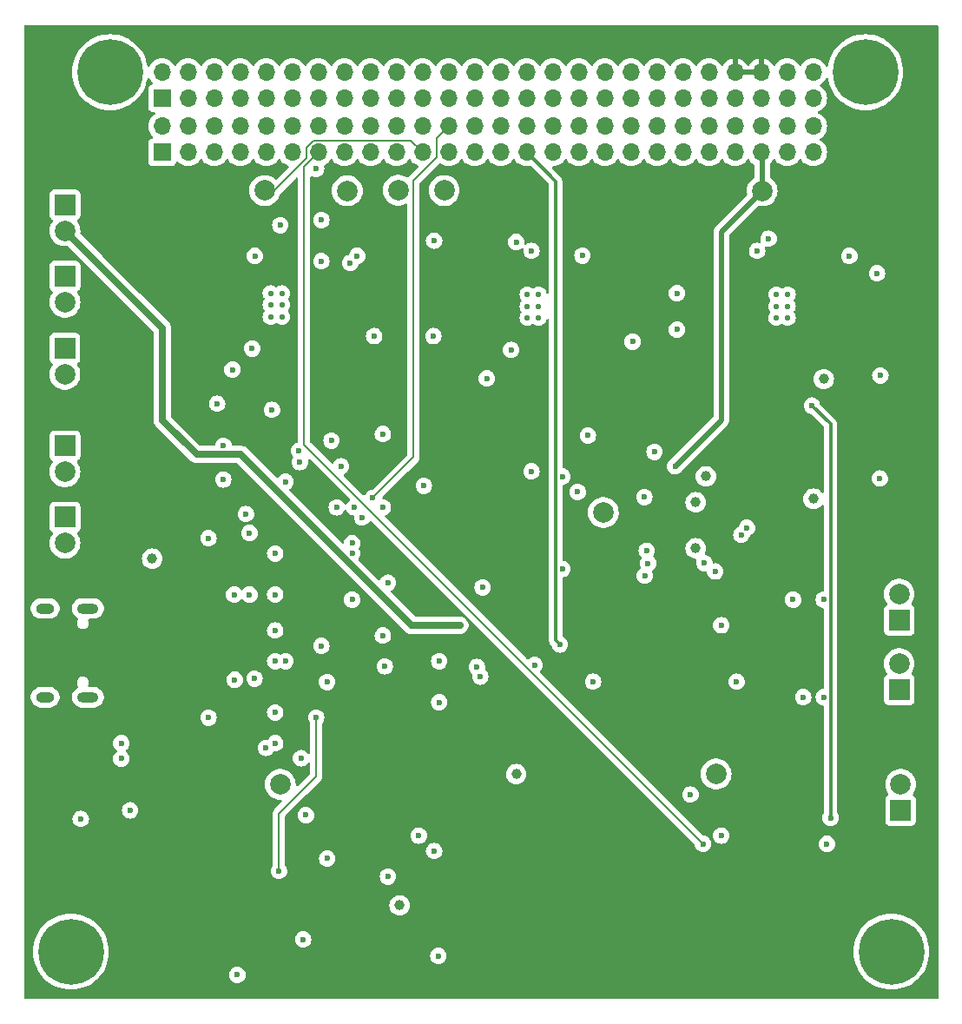
<source format=gbr>
%TF.GenerationSoftware,KiCad,Pcbnew,8.0.3*%
%TF.CreationDate,2024-09-23T14:32:18+01:00*%
%TF.ProjectId,Untitled,556e7469-746c-4656-942e-6b696361645f,rev?*%
%TF.SameCoordinates,Original*%
%TF.FileFunction,Copper,L3,Inr*%
%TF.FilePolarity,Positive*%
%FSLAX46Y46*%
G04 Gerber Fmt 4.6, Leading zero omitted, Abs format (unit mm)*
G04 Created by KiCad (PCBNEW 8.0.3) date 2024-09-23 14:32:18*
%MOMM*%
%LPD*%
G01*
G04 APERTURE LIST*
%TA.AperFunction,HeatsinkPad*%
%ADD10C,0.550000*%
%TD*%
%TA.AperFunction,ComponentPad*%
%ADD11C,6.400000*%
%TD*%
%TA.AperFunction,ComponentPad*%
%ADD12R,2.000000X2.000000*%
%TD*%
%TA.AperFunction,ComponentPad*%
%ADD13C,2.000000*%
%TD*%
%TA.AperFunction,ComponentPad*%
%ADD14O,2.100000X1.000000*%
%TD*%
%TA.AperFunction,ComponentPad*%
%ADD15O,1.800000X1.000000*%
%TD*%
%TA.AperFunction,ComponentPad*%
%ADD16R,1.700000X1.700000*%
%TD*%
%TA.AperFunction,ComponentPad*%
%ADD17O,1.700000X1.700000*%
%TD*%
%TA.AperFunction,ViaPad*%
%ADD18C,0.600000*%
%TD*%
%TA.AperFunction,ViaPad*%
%ADD19C,1.000000*%
%TD*%
%TA.AperFunction,Conductor*%
%ADD20C,0.300000*%
%TD*%
%TA.AperFunction,Conductor*%
%ADD21C,0.500000*%
%TD*%
%TA.AperFunction,Conductor*%
%ADD22C,0.200000*%
%TD*%
%TA.AperFunction,Conductor*%
%ADD23C,0.700000*%
%TD*%
G04 APERTURE END LIST*
D10*
%TO.N,GND*%
%TO.C,U6*%
X143883604Y-76750185D03*
X143883604Y-77897685D03*
X143883604Y-79045185D03*
X144984604Y-76750185D03*
X144984604Y-77897685D03*
X144984604Y-79045185D03*
%TD*%
D11*
%TO.N,N/C*%
%TO.C,H3*%
X75080000Y-140810000D03*
%TD*%
D12*
%TO.N,/BATT_PRE_INH*%
%TO.C,J16*%
X74500000Y-91500000D03*
D13*
%TO.N,GND_REF*%
X74500000Y-94040000D03*
%TD*%
D12*
%TO.N,/BATT_PRE_INH*%
%TO.C,J4*%
X74491311Y-82000000D03*
D13*
%TO.N,/BATT_CS*%
X74491311Y-84540000D03*
%TD*%
%TO.N,/EDFA_5V*%
%TO.C,TP3*%
X111483354Y-66609914D03*
%TD*%
D12*
%TO.N,Net-(J9-Pin_1)*%
%TO.C,J9*%
X155850000Y-108500000D03*
D13*
%TO.N,GND*%
X155850000Y-105960000D03*
%TD*%
%TO.N,/5V_SW_2*%
%TO.C,TP8*%
X102029681Y-66637637D03*
%TD*%
D12*
%TO.N,GND_REF*%
%TO.C,J6*%
X74500000Y-74957894D03*
D13*
%TO.N,GND*%
X74500000Y-77497894D03*
%TD*%
%TO.N,/EDFA_5V_SWITCHED*%
%TO.C,TP4*%
X127000000Y-98000000D03*
%TD*%
D12*
%TO.N,/KAPTON_PWR*%
%TO.C,J10*%
X156000000Y-127040000D03*
D13*
%TO.N,GND*%
X156000000Y-124500000D03*
%TD*%
%TO.N,/PERIPH_PWR*%
%TO.C,TP5*%
X142489567Y-66646870D03*
%TD*%
%TO.N,/5V_BUS*%
%TO.C,TP1*%
X106992166Y-66582190D03*
%TD*%
D12*
%TO.N,/VBATT_CHARGE*%
%TO.C,J5*%
X74500000Y-98460000D03*
D13*
%TO.N,GND_REF*%
X74500000Y-101000000D03*
%TD*%
D10*
%TO.N,GND*%
%TO.C,U2*%
X119599500Y-76752500D03*
X119599500Y-77900000D03*
X119599500Y-79047500D03*
X120700500Y-76752500D03*
X120700500Y-77900000D03*
X120700500Y-79047500D03*
%TD*%
D14*
%TO.N,GND_REF*%
%TO.C,J7*%
X76746508Y-107367513D03*
D15*
X72566508Y-107367513D03*
D14*
X76746508Y-116007513D03*
D15*
X72566508Y-116007513D03*
%TD*%
D13*
%TO.N,/3V3_BUS*%
%TO.C,TP2*%
X95500000Y-124500000D03*
%TD*%
D11*
%TO.N,N/C*%
%TO.C,H4*%
X155090000Y-140810000D03*
%TD*%
D13*
%TO.N,/KAPTON_PWR*%
%TO.C,TP6*%
X138000000Y-123500000D03*
%TD*%
D12*
%TO.N,/SOLAR_PRE_INH*%
%TO.C,J3*%
X74500000Y-68000000D03*
D13*
%TO.N,/SOLAR_PRE_MPPT*%
X74500000Y-70540000D03*
%TD*%
D11*
%TO.N,N/C*%
%TO.C,H1*%
X78890000Y-55080000D03*
%TD*%
%TO.N,N/C*%
%TO.C,H2*%
X152550000Y-55080000D03*
%TD*%
D10*
%TO.N,GND*%
%TO.C,U1*%
X94554500Y-76622500D03*
X94554500Y-77770000D03*
X94554500Y-78917500D03*
X95655500Y-76622500D03*
X95655500Y-77770000D03*
X95655500Y-78917500D03*
%TD*%
D16*
%TO.N,/PDU_TEMP*%
%TO.C,J2*%
X83970000Y-57620000D03*
D17*
%TO.N,unconnected-(J2-Pin_2-Pad2)*%
X83970000Y-55080000D03*
%TO.N,/SOLAR_TMP_1*%
X86510000Y-57620000D03*
%TO.N,unconnected-(J2-Pin_4-Pad4)*%
X86510000Y-55080000D03*
%TO.N,/SOLAR_TMP_2*%
X89050000Y-57620000D03*
%TO.N,unconnected-(J2-Pin_6-Pad6)*%
X89050000Y-55080000D03*
%TO.N,/SOLAR_TMP_5*%
X91590000Y-57620000D03*
%TO.N,unconnected-(J2-Pin_8-Pad8)*%
X91590000Y-55080000D03*
%TO.N,/SOLAR_TMP_4*%
X94130000Y-57620000D03*
%TO.N,unconnected-(J2-Pin_10-Pad10)*%
X94130000Y-55080000D03*
%TO.N,/SOLAR_TMP_3*%
X96670000Y-57620000D03*
%TO.N,unconnected-(J2-Pin_12-Pad12)*%
X96670000Y-55080000D03*
%TO.N,unconnected-(J2-Pin_13-Pad13)*%
X99210000Y-57620000D03*
%TO.N,unconnected-(J2-Pin_14-Pad14)*%
X99210000Y-55080000D03*
%TO.N,unconnected-(J2-Pin_15-Pad15)*%
X101750000Y-57620000D03*
%TO.N,unconnected-(J2-Pin_16-Pad16)*%
X101750000Y-55080000D03*
%TO.N,unconnected-(J2-Pin_17-Pad17)*%
X104290000Y-57620000D03*
%TO.N,unconnected-(J2-Pin_18-Pad18)*%
X104290000Y-55080000D03*
%TO.N,/EDFA_5V_STAT*%
X106830000Y-57620000D03*
%TO.N,unconnected-(J2-Pin_20-Pad20)*%
X106830000Y-55080000D03*
%TO.N,/EDFA_5V_SW*%
X109370000Y-57620000D03*
X109370000Y-55080000D03*
%TO.N,/5V_BUS_STAT*%
X111910000Y-57620000D03*
%TO.N,/3V3_BUS_STAT*%
X111910000Y-55080000D03*
%TO.N,/5V_BUS*%
X114450000Y-57620000D03*
X114450000Y-55080000D03*
%TO.N,/3V3_BUS*%
X116990000Y-57620000D03*
X116990000Y-55080000D03*
%TO.N,GND*%
X119530000Y-57620000D03*
X119530000Y-55080000D03*
X122070000Y-57620000D03*
X122070000Y-55080000D03*
%TO.N,unconnected-(J2-Pin_33-Pad33)*%
X124610000Y-57620000D03*
%TO.N,unconnected-(J2-Pin_34-Pad34)*%
X124610000Y-55080000D03*
%TO.N,unconnected-(J2-Pin_35-Pad35)*%
X127150000Y-57620000D03*
%TO.N,unconnected-(J2-Pin_36-Pad36)*%
X127150000Y-55080000D03*
%TO.N,unconnected-(J2-Pin_37-Pad37)*%
X129690000Y-57620000D03*
%TO.N,unconnected-(J2-Pin_38-Pad38)*%
X129690000Y-55080000D03*
%TO.N,unconnected-(J2-Pin_39-Pad39)*%
X132230000Y-57620000D03*
%TO.N,unconnected-(J2-Pin_40-Pad40)*%
X132230000Y-55080000D03*
%TO.N,unconnected-(J2-Pin_41-Pad41)*%
X134770000Y-57620000D03*
%TO.N,unconnected-(J2-Pin_42-Pad42)*%
X134770000Y-55080000D03*
%TO.N,unconnected-(J2-Pin_43-Pad43)*%
X137310000Y-57620000D03*
%TO.N,unconnected-(J2-Pin_44-Pad44)*%
X137310000Y-55080000D03*
%TO.N,unconnected-(J2-Pin_45-Pad45)*%
X139850000Y-57620000D03*
%TO.N,V_BATT*%
X139850000Y-55080000D03*
%TO.N,unconnected-(J2-Pin_47-Pad47)*%
X142390000Y-57620000D03*
%TO.N,V_BATT*%
X142390000Y-55080000D03*
%TO.N,unconnected-(J2-Pin_49-Pad49)*%
X144930000Y-57620000D03*
%TO.N,unconnected-(J2-Pin_50-Pad50)*%
X144930000Y-55080000D03*
%TO.N,unconnected-(J2-Pin_51-Pad51)*%
X147470000Y-57620000D03*
%TO.N,unconnected-(J2-Pin_52-Pad52)*%
X147470000Y-55080000D03*
%TD*%
D16*
%TO.N,unconnected-(J1-Pin_1-Pad1)*%
%TO.C,J1*%
X83970000Y-62900000D03*
D17*
%TO.N,unconnected-(J1-Pin_2-Pad2)*%
X83970000Y-60360000D03*
%TO.N,unconnected-(J1-Pin_3-Pad3)*%
X86510000Y-62900000D03*
%TO.N,unconnected-(J1-Pin_4-Pad4)*%
X86510000Y-60360000D03*
%TO.N,unconnected-(J1-Pin_5-Pad5)*%
X89050000Y-62900000D03*
%TO.N,unconnected-(J1-Pin_6-Pad6)*%
X89050000Y-60360000D03*
%TO.N,unconnected-(J1-Pin_7-Pad7)*%
X91590000Y-62900000D03*
%TO.N,unconnected-(J1-Pin_8-Pad8)*%
X91590000Y-60360000D03*
%TO.N,unconnected-(J1-Pin_9-Pad9)*%
X94130000Y-62900000D03*
%TO.N,unconnected-(J1-Pin_10-Pad10)*%
X94130000Y-60360000D03*
%TO.N,/EDFA_ENABLE*%
X96670000Y-62900000D03*
%TO.N,unconnected-(J1-Pin_12-Pad12)*%
X96670000Y-60360000D03*
%TO.N,/KAPTON_ENABLE*%
X99210000Y-62900000D03*
%TO.N,unconnected-(J1-Pin_14-Pad14)*%
X99210000Y-60360000D03*
%TO.N,/5V_SW_1_EN*%
X101750000Y-62900000D03*
%TO.N,unconnected-(J1-Pin_16-Pad16)*%
X101750000Y-60360000D03*
%TO.N,/5V_SW_2_EN*%
X104290000Y-62900000D03*
%TO.N,unconnected-(J1-Pin_18-Pad18)*%
X104290000Y-60360000D03*
%TO.N,unconnected-(J1-Pin_19-Pad19)*%
X106830000Y-62900000D03*
%TO.N,unconnected-(J1-Pin_20-Pad20)*%
X106830000Y-60360000D03*
%TO.N,/5V_SW_1*%
X109370000Y-62900000D03*
%TO.N,/ICL*%
X109370000Y-60360000D03*
%TO.N,/5V_SW_2*%
X111910000Y-62900000D03*
%TO.N,/SHDN*%
X111910000Y-60360000D03*
%TO.N,unconnected-(J1-Pin_25-Pad25)*%
X114450000Y-62900000D03*
%TO.N,unconnected-(J1-Pin_26-Pad26)*%
X114450000Y-60360000D03*
%TO.N,/PERIPH_EN*%
X116990000Y-62900000D03*
%TO.N,/ENAB_BURN_1*%
X116990000Y-60360000D03*
%TO.N,/BURN_FET*%
X119530000Y-62900000D03*
%TO.N,/ENAB_BURN_2*%
X119530000Y-60360000D03*
%TO.N,unconnected-(J1-Pin_31-Pad31)*%
X122070000Y-62900000D03*
%TO.N,unconnected-(J1-Pin_32-Pad32)*%
X122070000Y-60360000D03*
%TO.N,unconnected-(J1-Pin_33-Pad33)*%
X124610000Y-62900000D03*
%TO.N,unconnected-(J1-Pin_34-Pad34)*%
X124610000Y-60360000D03*
%TO.N,unconnected-(J1-Pin_35-Pad35)*%
X127150000Y-62900000D03*
%TO.N,unconnected-(J1-Pin_36-Pad36)*%
X127150000Y-60360000D03*
%TO.N,unconnected-(J1-Pin_37-Pad37)*%
X129690000Y-62900000D03*
%TO.N,unconnected-(J1-Pin_38-Pad38)*%
X129690000Y-60360000D03*
%TO.N,unconnected-(J1-Pin_39-Pad39)*%
X132230000Y-62900000D03*
%TO.N,unconnected-(J1-Pin_40-Pad40)*%
X132230000Y-60360000D03*
%TO.N,/SDA*%
X134770000Y-62900000D03*
%TO.N,unconnected-(J1-Pin_42-Pad42)*%
X134770000Y-60360000D03*
%TO.N,/SCL*%
X137310000Y-62900000D03*
%TO.N,unconnected-(J1-Pin_44-Pad44)*%
X137310000Y-60360000D03*
%TO.N,unconnected-(J1-Pin_45-Pad45)*%
X139850000Y-62900000D03*
%TO.N,unconnected-(J1-Pin_46-Pad46)*%
X139850000Y-60360000D03*
%TO.N,/PERIPH_PWR*%
X142390000Y-62900000D03*
%TO.N,unconnected-(J1-Pin_48-Pad48)*%
X142390000Y-60360000D03*
%TO.N,unconnected-(J1-Pin_49-Pad49)*%
X144930000Y-62900000D03*
%TO.N,unconnected-(J1-Pin_50-Pad50)*%
X144930000Y-60360000D03*
%TO.N,unconnected-(J1-Pin_51-Pad51)*%
X147470000Y-62900000D03*
%TO.N,unconnected-(J1-Pin_52-Pad52)*%
X147470000Y-60360000D03*
%TD*%
D13*
%TO.N,/5V_SW_1*%
%TO.C,TP7*%
X93989901Y-66609914D03*
%TD*%
D12*
%TO.N,Net-(J8-Pin_1)*%
%TO.C,J8*%
X155850000Y-115275000D03*
D13*
%TO.N,GND*%
X155850000Y-112735000D03*
%TD*%
D18*
%TO.N,V_BATT*%
X107000000Y-84500000D03*
X105025000Y-109000000D03*
X86000000Y-110500000D03*
X100000000Y-86000000D03*
X91520000Y-78980000D03*
X116565000Y-79065000D03*
D19*
X110500000Y-92500000D03*
D18*
X132536658Y-108657217D03*
D19*
X85500000Y-85000000D03*
D18*
X140824540Y-79402637D03*
%TO.N,GND*%
X95000000Y-109500000D03*
X102320194Y-73683383D03*
X95000000Y-102000000D03*
X76040119Y-127874999D03*
X143120175Y-71315397D03*
X120000000Y-94000000D03*
X100061213Y-114530000D03*
X115227666Y-105313760D03*
X89936178Y-94787157D03*
X91064779Y-114303287D03*
X148810000Y-130310000D03*
X117998397Y-82156038D03*
X88500000Y-118000000D03*
X125500000Y-90500000D03*
X100078804Y-131734665D03*
X95000000Y-120500000D03*
X92756439Y-82025185D03*
X91302872Y-143078051D03*
X131036658Y-104157217D03*
X95000000Y-106000000D03*
X131994951Y-92092950D03*
X138500000Y-129500000D03*
X140000000Y-114500000D03*
X90833142Y-84076702D03*
X97521660Y-121959517D03*
X110907677Y-141227782D03*
X105688661Y-112996623D03*
X89336233Y-87403933D03*
X95000000Y-112500000D03*
X120294947Y-112865058D03*
X115633772Y-84941041D03*
X93020000Y-72980000D03*
X111000000Y-112500000D03*
X153970248Y-94678507D03*
X118500000Y-71630000D03*
X80857482Y-127039146D03*
X140464676Y-100172526D03*
X95000000Y-117500000D03*
X102500000Y-102000000D03*
X153691268Y-74690650D03*
X102500000Y-101000000D03*
X154016776Y-84648971D03*
%TO.N,/EDFA_5V*%
X104651446Y-80810077D03*
X110428058Y-80810077D03*
X103000000Y-73000000D03*
%TO.N,/EDFA_5V_STAT*%
X99500000Y-73500000D03*
X99500000Y-69500000D03*
%TO.N,/3V3_BUS_STAT*%
X120000000Y-72500000D03*
%TO.N,/3V3_BUS*%
X97731762Y-139615539D03*
X124962437Y-72962437D03*
X129855000Y-81355000D03*
X80000000Y-120500000D03*
%TO.N,/5V_BUS_STAT*%
X142000000Y-72500000D03*
%TO.N,/5V_BUS*%
X147342528Y-87585360D03*
X151000000Y-73000000D03*
X149159170Y-127765822D03*
X135500000Y-125500000D03*
X99500000Y-111000000D03*
%TO.N,Net-(U12-CLN)*%
X109500000Y-95400000D03*
X105500000Y-97500000D03*
%TO.N,/PERIPH_PWR*%
X89945889Y-91500316D03*
X136850000Y-102933370D03*
X95362981Y-132953679D03*
X126000000Y-114500000D03*
X99000000Y-118000000D03*
X131000000Y-96500000D03*
X137902676Y-103752266D03*
X134000000Y-93500000D03*
X88500000Y-100500000D03*
%TO.N,Net-(C32-Pad1)*%
X92980972Y-114197233D03*
X96000000Y-112500000D03*
%TO.N,Net-(D15-A)*%
X101412500Y-93500000D03*
X94690432Y-88000000D03*
%TO.N,/ENAB_BURN_1*%
X138500000Y-109000000D03*
%TO.N,/ENAB_BURN_2*%
X141000000Y-99500000D03*
%TO.N,/SOLAR_PRE_MPPT*%
X113000000Y-109000000D03*
%TO.N,/5V_SW_1*%
X95500000Y-70000000D03*
X92500000Y-106000000D03*
%TO.N,/BURN_FET*%
X122764395Y-110869021D03*
%TO.N,Net-(Q2-D)*%
X146500000Y-116000000D03*
X148500000Y-116000000D03*
%TO.N,Net-(Q3-D)*%
X148500000Y-106500000D03*
X145500000Y-106500000D03*
%TO.N,Net-(U12-BOOST)*%
X103500000Y-98500000D03*
X97329214Y-91991674D03*
%TO.N,/KAPTON_ENABLE*%
X136723709Y-130299521D03*
%TO.N,/5V_SW_2*%
X92500000Y-100000000D03*
%TO.N,/SOLAR_IN_2*%
X109000000Y-129500000D03*
X110500000Y-131000000D03*
D19*
X107127193Y-136306419D03*
D18*
%TO.N,/SOLAR_IN_1*%
X80000000Y-122000000D03*
D19*
%TO.N,/SOLAR_IN_3*%
X148500000Y-85000000D03*
%TO.N,/SOLAR_IN_4*%
X137000000Y-94478543D03*
%TO.N,/SOLAR_IN_5*%
X147500000Y-96675000D03*
%TO.N,/VBATT_CHARGE*%
X83000000Y-102500000D03*
D18*
%TO.N,/5V_SW_1_EN*%
X92156439Y-98156439D03*
%TO.N,/5V_SW_2_EN*%
X99000000Y-64500000D03*
X91000000Y-106000000D03*
%TO.N,/TGATE*%
X102712500Y-97500000D03*
X105500000Y-90350000D03*
%TO.N,/BGATE*%
X100500000Y-91000000D03*
X101000000Y-97500000D03*
%TO.N,/ICL*%
X102500000Y-106500000D03*
X110500000Y-71500000D03*
%TO.N,/SHDN*%
X104500000Y-96600000D03*
X106000000Y-104855673D03*
%TO.N,/PERIPH_EN*%
X94090432Y-120949924D03*
D19*
%TO.N,Net-(D12-A)*%
X136000000Y-101500000D03*
X136000000Y-97000000D03*
D18*
%TO.N,/SCL*%
X111000000Y-116500000D03*
X131368768Y-102958016D03*
X97406237Y-93095000D03*
X106000000Y-133500000D03*
X115000000Y-114000000D03*
X124500000Y-96000000D03*
%TO.N,/SDA*%
X96000000Y-95000000D03*
X123000000Y-103500000D03*
X134175917Y-76629362D03*
X105500000Y-110000000D03*
X123000000Y-94500000D03*
X114672561Y-113056270D03*
X134174265Y-80174265D03*
X131226803Y-101728489D03*
X98000000Y-127500000D03*
D19*
%TO.N,/SOLAR_PRE_INH*%
X118500000Y-123500000D03*
%TD*%
D20*
%TO.N,/5V_BUS*%
X149159170Y-89402002D02*
X147342528Y-87585360D01*
X149159170Y-127765822D02*
X149159170Y-89402002D01*
D21*
%TO.N,/PERIPH_PWR*%
X142489567Y-66646870D02*
X142489567Y-62999567D01*
X142489567Y-62999567D02*
X142390000Y-62900000D01*
X134000000Y-93500000D02*
X138500000Y-89000000D01*
D22*
X97521020Y-125177890D02*
X99000000Y-123698910D01*
D21*
X138500000Y-89000000D02*
X138500000Y-70636437D01*
D22*
X95362981Y-132953679D02*
X95362981Y-127335929D01*
X99000000Y-123698910D02*
X99000000Y-118000000D01*
X95362981Y-127335929D02*
X97521020Y-125177890D01*
D21*
X138500000Y-70636437D02*
X142489567Y-66646870D01*
D23*
%TO.N,/SOLAR_PRE_MPPT*%
X84000000Y-80040000D02*
X84000000Y-89000000D01*
X74500000Y-70540000D02*
X84000000Y-80040000D01*
X108297918Y-109000000D02*
X113000000Y-109000000D01*
X84000000Y-89000000D02*
X87350316Y-92350316D01*
X91648234Y-92350316D02*
X108297918Y-109000000D01*
X87350316Y-92350316D02*
X91648234Y-92350316D01*
D22*
%TO.N,/5V_SW_1*%
X98733654Y-61750000D02*
X108220000Y-61750000D01*
X108220000Y-61750000D02*
X109370000Y-62900000D01*
X98060000Y-63484315D02*
X98060000Y-62423654D01*
X94934401Y-66609914D02*
X98060000Y-63484315D01*
X93989901Y-66609914D02*
X94934401Y-66609914D01*
X98060000Y-62423654D02*
X98733654Y-61750000D01*
D20*
%TO.N,/BURN_FET*%
X122764395Y-110869021D02*
X122350000Y-110454626D01*
X122350000Y-65720000D02*
X119530000Y-62900000D01*
X122350000Y-110454626D02*
X122350000Y-65720000D01*
D22*
%TO.N,/KAPTON_ENABLE*%
X136723709Y-130299521D02*
X97820000Y-91395812D01*
X97820000Y-91395812D02*
X97820000Y-64290000D01*
X97820000Y-64290000D02*
X99210000Y-62900000D01*
%TO.N,/SHDN*%
X110760000Y-61510000D02*
X111910000Y-60360000D01*
X108500000Y-65636346D02*
X110760000Y-63376346D01*
X104500000Y-96600000D02*
X108500000Y-92600000D01*
X110760000Y-63376346D02*
X110760000Y-61510000D01*
X108500000Y-92600000D02*
X108500000Y-65636346D01*
%TD*%
%TA.AperFunction,Conductor*%
%TO.N,V_BATT*%
G36*
X108184855Y-63566546D02*
G01*
X108201575Y-63585842D01*
X108331500Y-63771395D01*
X108331505Y-63771401D01*
X108498599Y-63938495D01*
X108588821Y-64001669D01*
X108692165Y-64074032D01*
X108692167Y-64074033D01*
X108692170Y-64074035D01*
X108870985Y-64157418D01*
X108886921Y-64164849D01*
X108939360Y-64211021D01*
X108958512Y-64278215D01*
X108938296Y-64345096D01*
X108922197Y-64364912D01*
X108131286Y-65155824D01*
X108019481Y-65267628D01*
X108019477Y-65267633D01*
X108005935Y-65291089D01*
X107955367Y-65339304D01*
X107886760Y-65352525D01*
X107822389Y-65326941D01*
X107815675Y-65321716D01*
X107815673Y-65321715D01*
X107815672Y-65321714D01*
X107596977Y-65203362D01*
X107596968Y-65203359D01*
X107361782Y-65122619D01*
X107116501Y-65081690D01*
X106867831Y-65081690D01*
X106622549Y-65122619D01*
X106387363Y-65203359D01*
X106387354Y-65203362D01*
X106168659Y-65321714D01*
X105972423Y-65474451D01*
X105803999Y-65657407D01*
X105667992Y-65865583D01*
X105568102Y-66093308D01*
X105507058Y-66334365D01*
X105507056Y-66334377D01*
X105486523Y-66582184D01*
X105486523Y-66582195D01*
X105507056Y-66830002D01*
X105507058Y-66830014D01*
X105568102Y-67071071D01*
X105667992Y-67298796D01*
X105803999Y-67506972D01*
X105804002Y-67506975D01*
X105972422Y-67689928D01*
X106168657Y-67842664D01*
X106387356Y-67961018D01*
X106622552Y-68041761D01*
X106867831Y-68082690D01*
X107116501Y-68082690D01*
X107361780Y-68041761D01*
X107596976Y-67961018D01*
X107716483Y-67896343D01*
X107784811Y-67881749D01*
X107850183Y-67906412D01*
X107891844Y-67962502D01*
X107899500Y-68005399D01*
X107899500Y-92299902D01*
X107879815Y-92366941D01*
X107863181Y-92387583D01*
X104481465Y-95769298D01*
X104420142Y-95802783D01*
X104407668Y-95804837D01*
X104320750Y-95814630D01*
X104150478Y-95874210D01*
X103997737Y-95970184D01*
X103870184Y-96097737D01*
X103774207Y-96250483D01*
X103771188Y-96256753D01*
X103769859Y-96256113D01*
X103733779Y-96306414D01*
X103668825Y-96332157D01*
X103600264Y-96318698D01*
X103569783Y-96296360D01*
X101706879Y-94433456D01*
X101673394Y-94372133D01*
X101678378Y-94302441D01*
X101720250Y-94246508D01*
X101753608Y-94228733D01*
X101762022Y-94225789D01*
X101914762Y-94129816D01*
X102042316Y-94002262D01*
X102138289Y-93849522D01*
X102197868Y-93679255D01*
X102197869Y-93679249D01*
X102218065Y-93500003D01*
X102218065Y-93499996D01*
X102197869Y-93320750D01*
X102197868Y-93320745D01*
X102170110Y-93241417D01*
X102138289Y-93150478D01*
X102109097Y-93104020D01*
X102050613Y-93010943D01*
X102042316Y-92997738D01*
X101914762Y-92870184D01*
X101853652Y-92831786D01*
X101762023Y-92774211D01*
X101591754Y-92714631D01*
X101591749Y-92714630D01*
X101412504Y-92694435D01*
X101412496Y-92694435D01*
X101233250Y-92714630D01*
X101233245Y-92714631D01*
X101062976Y-92774211D01*
X100910237Y-92870184D01*
X100782684Y-92997737D01*
X100686708Y-93150480D01*
X100683765Y-93158894D01*
X100643043Y-93215670D01*
X100578090Y-93241417D01*
X100509529Y-93227960D01*
X100479043Y-93205620D01*
X98456819Y-91183396D01*
X98423334Y-91122073D01*
X98420500Y-91095715D01*
X98420500Y-90999996D01*
X99694435Y-90999996D01*
X99694435Y-91000003D01*
X99714630Y-91179249D01*
X99714631Y-91179254D01*
X99774211Y-91349523D01*
X99823099Y-91427327D01*
X99870184Y-91502262D01*
X99997738Y-91629816D01*
X100150478Y-91725789D01*
X100320745Y-91785368D01*
X100320750Y-91785369D01*
X100499996Y-91805565D01*
X100500000Y-91805565D01*
X100500004Y-91805565D01*
X100679249Y-91785369D01*
X100679252Y-91785368D01*
X100679255Y-91785368D01*
X100849522Y-91725789D01*
X101002262Y-91629816D01*
X101129816Y-91502262D01*
X101225789Y-91349522D01*
X101285368Y-91179255D01*
X101287422Y-91161029D01*
X101305565Y-91000003D01*
X101305565Y-90999996D01*
X101285369Y-90820750D01*
X101285368Y-90820745D01*
X101248348Y-90714948D01*
X101225789Y-90650478D01*
X101129816Y-90497738D01*
X101002262Y-90370184D01*
X100970144Y-90350003D01*
X100970133Y-90349996D01*
X104694435Y-90349996D01*
X104694435Y-90350003D01*
X104714630Y-90529249D01*
X104714631Y-90529254D01*
X104774211Y-90699523D01*
X104850384Y-90820750D01*
X104870184Y-90852262D01*
X104997738Y-90979816D01*
X105150478Y-91075789D01*
X105304878Y-91129816D01*
X105320745Y-91135368D01*
X105320750Y-91135369D01*
X105499996Y-91155565D01*
X105500000Y-91155565D01*
X105500004Y-91155565D01*
X105679249Y-91135369D01*
X105679252Y-91135368D01*
X105679255Y-91135368D01*
X105849522Y-91075789D01*
X106002262Y-90979816D01*
X106129816Y-90852262D01*
X106225789Y-90699522D01*
X106285368Y-90529255D01*
X106288664Y-90500003D01*
X106305565Y-90350003D01*
X106305565Y-90349996D01*
X106285369Y-90170750D01*
X106285368Y-90170745D01*
X106245288Y-90056204D01*
X106225789Y-90000478D01*
X106225174Y-89999500D01*
X106186582Y-89938080D01*
X106129816Y-89847738D01*
X106002262Y-89720184D01*
X105993426Y-89714632D01*
X105849523Y-89624211D01*
X105679254Y-89564631D01*
X105679249Y-89564630D01*
X105500004Y-89544435D01*
X105499996Y-89544435D01*
X105320750Y-89564630D01*
X105320745Y-89564631D01*
X105150476Y-89624211D01*
X104997737Y-89720184D01*
X104870184Y-89847737D01*
X104774211Y-90000476D01*
X104714631Y-90170745D01*
X104714630Y-90170750D01*
X104694435Y-90349996D01*
X100970133Y-90349996D01*
X100849523Y-90274211D01*
X100679254Y-90214631D01*
X100679249Y-90214630D01*
X100500004Y-90194435D01*
X100499996Y-90194435D01*
X100320750Y-90214630D01*
X100320745Y-90214631D01*
X100150476Y-90274211D01*
X99997737Y-90370184D01*
X99870184Y-90497737D01*
X99774211Y-90650476D01*
X99714631Y-90820745D01*
X99714630Y-90820750D01*
X99694435Y-90999996D01*
X98420500Y-90999996D01*
X98420500Y-80810073D01*
X103845881Y-80810073D01*
X103845881Y-80810080D01*
X103866076Y-80989326D01*
X103866077Y-80989331D01*
X103925657Y-81159600D01*
X103976061Y-81239817D01*
X104021630Y-81312339D01*
X104149184Y-81439893D01*
X104239526Y-81496659D01*
X104299358Y-81534254D01*
X104301924Y-81535866D01*
X104472191Y-81595445D01*
X104472196Y-81595446D01*
X104651442Y-81615642D01*
X104651446Y-81615642D01*
X104651450Y-81615642D01*
X104830695Y-81595446D01*
X104830698Y-81595445D01*
X104830701Y-81595445D01*
X105000968Y-81535866D01*
X105153708Y-81439893D01*
X105281262Y-81312339D01*
X105377235Y-81159599D01*
X105436814Y-80989332D01*
X105440160Y-80959634D01*
X105457011Y-80810080D01*
X105457011Y-80810073D01*
X105436815Y-80630827D01*
X105436814Y-80630822D01*
X105393105Y-80505909D01*
X105377235Y-80460555D01*
X105281262Y-80307815D01*
X105153708Y-80180261D01*
X105144159Y-80174261D01*
X105000969Y-80084288D01*
X104830700Y-80024708D01*
X104830695Y-80024707D01*
X104651450Y-80004512D01*
X104651442Y-80004512D01*
X104472196Y-80024707D01*
X104472191Y-80024708D01*
X104301922Y-80084288D01*
X104149183Y-80180261D01*
X104021630Y-80307814D01*
X103925657Y-80460553D01*
X103866077Y-80630822D01*
X103866076Y-80630827D01*
X103845881Y-80810073D01*
X98420500Y-80810073D01*
X98420500Y-73499996D01*
X98694435Y-73499996D01*
X98694435Y-73500003D01*
X98714630Y-73679249D01*
X98714631Y-73679254D01*
X98774211Y-73849523D01*
X98812226Y-73910023D01*
X98870184Y-74002262D01*
X98997738Y-74129816D01*
X99150478Y-74225789D01*
X99320745Y-74285368D01*
X99320750Y-74285369D01*
X99499996Y-74305565D01*
X99500000Y-74305565D01*
X99500004Y-74305565D01*
X99679249Y-74285369D01*
X99679252Y-74285368D01*
X99679255Y-74285368D01*
X99849522Y-74225789D01*
X100002262Y-74129816D01*
X100129816Y-74002262D01*
X100225789Y-73849522D01*
X100283925Y-73683379D01*
X101514629Y-73683379D01*
X101514629Y-73683386D01*
X101534824Y-73862632D01*
X101534825Y-73862637D01*
X101594405Y-74032906D01*
X101655298Y-74129816D01*
X101690378Y-74185645D01*
X101817932Y-74313199D01*
X101970672Y-74409172D01*
X102140939Y-74468751D01*
X102140944Y-74468752D01*
X102320190Y-74488948D01*
X102320194Y-74488948D01*
X102320198Y-74488948D01*
X102499443Y-74468752D01*
X102499446Y-74468751D01*
X102499449Y-74468751D01*
X102669716Y-74409172D01*
X102822456Y-74313199D01*
X102950010Y-74185645D01*
X103045983Y-74032905D01*
X103105562Y-73862638D01*
X103105562Y-73862635D01*
X103106367Y-73860336D01*
X103147089Y-73803560D01*
X103182453Y-73784248D01*
X103349522Y-73725789D01*
X103502262Y-73629816D01*
X103629816Y-73502262D01*
X103725789Y-73349522D01*
X103785368Y-73179255D01*
X103785369Y-73179249D01*
X103805565Y-73000003D01*
X103805565Y-72999996D01*
X103785369Y-72820750D01*
X103785368Y-72820745D01*
X103741170Y-72694435D01*
X103725789Y-72650478D01*
X103629816Y-72497738D01*
X103502262Y-72370184D01*
X103442481Y-72332621D01*
X103349523Y-72274211D01*
X103179254Y-72214631D01*
X103179249Y-72214630D01*
X103000004Y-72194435D01*
X102999996Y-72194435D01*
X102820750Y-72214630D01*
X102820745Y-72214631D01*
X102650476Y-72274211D01*
X102497737Y-72370184D01*
X102370184Y-72497737D01*
X102274210Y-72650478D01*
X102234078Y-72765169D01*
X102221631Y-72800745D01*
X102213827Y-72823047D01*
X102173105Y-72879823D01*
X102137740Y-72899134D01*
X102102058Y-72911620D01*
X101970672Y-72957593D01*
X101817931Y-73053567D01*
X101690378Y-73181120D01*
X101594405Y-73333859D01*
X101534825Y-73504128D01*
X101534824Y-73504133D01*
X101514629Y-73683379D01*
X100283925Y-73683379D01*
X100285368Y-73679255D01*
X100285369Y-73679249D01*
X100305565Y-73500003D01*
X100305565Y-73499996D01*
X100285369Y-73320750D01*
X100285368Y-73320745D01*
X100236511Y-73181120D01*
X100225789Y-73150478D01*
X100220268Y-73141692D01*
X100164896Y-73053567D01*
X100129816Y-72997738D01*
X100002262Y-72870184D01*
X99927244Y-72823047D01*
X99849523Y-72774211D01*
X99679254Y-72714631D01*
X99679249Y-72714630D01*
X99500004Y-72694435D01*
X99499996Y-72694435D01*
X99320750Y-72714630D01*
X99320745Y-72714631D01*
X99150476Y-72774211D01*
X98997737Y-72870184D01*
X98870184Y-72997737D01*
X98774211Y-73150476D01*
X98714631Y-73320745D01*
X98714630Y-73320750D01*
X98694435Y-73499996D01*
X98420500Y-73499996D01*
X98420500Y-69499996D01*
X98694435Y-69499996D01*
X98694435Y-69500003D01*
X98714630Y-69679249D01*
X98714631Y-69679254D01*
X98774211Y-69849523D01*
X98868760Y-69999996D01*
X98870184Y-70002262D01*
X98997738Y-70129816D01*
X99042626Y-70158021D01*
X99150474Y-70225787D01*
X99150478Y-70225789D01*
X99308079Y-70280936D01*
X99320745Y-70285368D01*
X99320750Y-70285369D01*
X99499996Y-70305565D01*
X99500000Y-70305565D01*
X99500004Y-70305565D01*
X99679249Y-70285369D01*
X99679252Y-70285368D01*
X99679255Y-70285368D01*
X99849522Y-70225789D01*
X100002262Y-70129816D01*
X100129816Y-70002262D01*
X100225789Y-69849522D01*
X100285368Y-69679255D01*
X100285369Y-69679249D01*
X100305565Y-69500003D01*
X100305565Y-69499996D01*
X100285369Y-69320750D01*
X100285368Y-69320745D01*
X100225788Y-69150476D01*
X100129815Y-68997737D01*
X100002262Y-68870184D01*
X99849523Y-68774211D01*
X99679254Y-68714631D01*
X99679249Y-68714630D01*
X99500004Y-68694435D01*
X99499996Y-68694435D01*
X99320750Y-68714630D01*
X99320745Y-68714631D01*
X99150476Y-68774211D01*
X98997737Y-68870184D01*
X98870184Y-68997737D01*
X98774211Y-69150476D01*
X98714631Y-69320745D01*
X98714630Y-69320750D01*
X98694435Y-69499996D01*
X98420500Y-69499996D01*
X98420500Y-66637631D01*
X100524038Y-66637631D01*
X100524038Y-66637642D01*
X100544571Y-66885449D01*
X100544573Y-66885461D01*
X100605617Y-67126518D01*
X100705507Y-67354243D01*
X100841514Y-67562419D01*
X100873926Y-67597628D01*
X101009937Y-67745375D01*
X101206172Y-67898111D01*
X101206174Y-67898112D01*
X101373641Y-67988741D01*
X101424871Y-68016465D01*
X101660067Y-68097208D01*
X101905346Y-68138137D01*
X102154016Y-68138137D01*
X102399295Y-68097208D01*
X102634491Y-68016465D01*
X102853190Y-67898111D01*
X103049425Y-67745375D01*
X103217845Y-67562422D01*
X103353854Y-67354244D01*
X103453744Y-67126518D01*
X103514789Y-66885458D01*
X103517087Y-66857726D01*
X103535324Y-66637642D01*
X103535324Y-66637631D01*
X103514790Y-66389824D01*
X103514788Y-66389812D01*
X103453744Y-66148755D01*
X103353854Y-65921030D01*
X103217847Y-65712854D01*
X103166802Y-65657405D01*
X103049425Y-65529899D01*
X102853190Y-65377163D01*
X102853188Y-65377162D01*
X102853187Y-65377161D01*
X102634492Y-65258809D01*
X102634483Y-65258806D01*
X102399297Y-65178066D01*
X102154016Y-65137137D01*
X101905346Y-65137137D01*
X101660064Y-65178066D01*
X101424878Y-65258806D01*
X101424869Y-65258809D01*
X101206174Y-65377161D01*
X101009938Y-65529898D01*
X100841514Y-65712854D01*
X100705507Y-65921030D01*
X100605617Y-66148755D01*
X100544573Y-66389812D01*
X100544571Y-66389824D01*
X100524038Y-66637631D01*
X98420500Y-66637631D01*
X98420500Y-65305645D01*
X98440185Y-65238606D01*
X98492989Y-65192851D01*
X98562147Y-65182907D01*
X98610473Y-65200652D01*
X98650475Y-65225788D01*
X98820745Y-65285368D01*
X98820750Y-65285369D01*
X98999996Y-65305565D01*
X99000000Y-65305565D01*
X99000004Y-65305565D01*
X99179249Y-65285369D01*
X99179252Y-65285368D01*
X99179255Y-65285368D01*
X99349522Y-65225789D01*
X99502262Y-65129816D01*
X99629816Y-65002262D01*
X99725789Y-64849522D01*
X99785368Y-64679255D01*
X99805565Y-64500000D01*
X99801617Y-64464962D01*
X99785369Y-64320750D01*
X99785367Y-64320740D01*
X99762585Y-64255635D01*
X99759022Y-64185856D01*
X99793751Y-64125228D01*
X99827222Y-64102297D01*
X99829082Y-64101429D01*
X99887830Y-64074035D01*
X100081401Y-63938495D01*
X100248495Y-63771401D01*
X100378425Y-63585842D01*
X100433002Y-63542217D01*
X100502500Y-63535023D01*
X100564855Y-63566546D01*
X100581575Y-63585842D01*
X100711500Y-63771395D01*
X100711505Y-63771401D01*
X100878599Y-63938495D01*
X100968821Y-64001669D01*
X101072165Y-64074032D01*
X101072167Y-64074033D01*
X101072170Y-64074035D01*
X101286337Y-64173903D01*
X101514592Y-64235063D01*
X101691034Y-64250500D01*
X101749999Y-64255659D01*
X101750000Y-64255659D01*
X101750001Y-64255659D01*
X101808966Y-64250500D01*
X101985408Y-64235063D01*
X102213663Y-64173903D01*
X102427830Y-64074035D01*
X102621401Y-63938495D01*
X102788495Y-63771401D01*
X102918425Y-63585842D01*
X102973002Y-63542217D01*
X103042500Y-63535023D01*
X103104855Y-63566546D01*
X103121575Y-63585842D01*
X103251500Y-63771395D01*
X103251505Y-63771401D01*
X103418599Y-63938495D01*
X103508821Y-64001669D01*
X103612165Y-64074032D01*
X103612167Y-64074033D01*
X103612170Y-64074035D01*
X103826337Y-64173903D01*
X104054592Y-64235063D01*
X104231034Y-64250500D01*
X104289999Y-64255659D01*
X104290000Y-64255659D01*
X104290001Y-64255659D01*
X104348966Y-64250500D01*
X104525408Y-64235063D01*
X104753663Y-64173903D01*
X104967830Y-64074035D01*
X105161401Y-63938495D01*
X105328495Y-63771401D01*
X105458425Y-63585842D01*
X105513002Y-63542217D01*
X105582500Y-63535023D01*
X105644855Y-63566546D01*
X105661575Y-63585842D01*
X105791500Y-63771395D01*
X105791505Y-63771401D01*
X105958599Y-63938495D01*
X106048821Y-64001669D01*
X106152165Y-64074032D01*
X106152167Y-64074033D01*
X106152170Y-64074035D01*
X106366337Y-64173903D01*
X106594592Y-64235063D01*
X106771034Y-64250500D01*
X106829999Y-64255659D01*
X106830000Y-64255659D01*
X106830001Y-64255659D01*
X106888966Y-64250500D01*
X107065408Y-64235063D01*
X107293663Y-64173903D01*
X107507830Y-64074035D01*
X107701401Y-63938495D01*
X107868495Y-63771401D01*
X107998425Y-63585842D01*
X108053002Y-63542217D01*
X108122500Y-63535023D01*
X108184855Y-63566546D01*
G37*
%TD.AperFunction*%
%TA.AperFunction,Conductor*%
G36*
X141924075Y-54887007D02*
G01*
X141890000Y-55014174D01*
X141890000Y-55145826D01*
X141924075Y-55272993D01*
X141956988Y-55330000D01*
X140283012Y-55330000D01*
X140315925Y-55272993D01*
X140350000Y-55145826D01*
X140350000Y-55014174D01*
X140315925Y-54887007D01*
X140283012Y-54830000D01*
X141956988Y-54830000D01*
X141924075Y-54887007D01*
G37*
%TD.AperFunction*%
%TA.AperFunction,Conductor*%
G36*
X159612539Y-50520185D02*
G01*
X159658294Y-50572989D01*
X159669500Y-50624500D01*
X159669500Y-145265500D01*
X159649815Y-145332539D01*
X159597011Y-145378294D01*
X159545500Y-145389500D01*
X70624500Y-145389500D01*
X70557461Y-145369815D01*
X70511706Y-145317011D01*
X70500500Y-145265500D01*
X70500500Y-140809999D01*
X71374422Y-140809999D01*
X71374422Y-140810000D01*
X71394722Y-141197339D01*
X71455397Y-141580427D01*
X71455397Y-141580429D01*
X71555788Y-141955094D01*
X71694787Y-142317197D01*
X71870877Y-142662793D01*
X72082122Y-142988082D01*
X72154978Y-143078051D01*
X72326219Y-143289516D01*
X72600484Y-143563781D01*
X72768375Y-143699737D01*
X72901917Y-143807877D01*
X72987446Y-143863420D01*
X73227211Y-144019125D01*
X73572806Y-144195214D01*
X73934913Y-144334214D01*
X74309567Y-144434602D01*
X74692662Y-144495278D01*
X75058576Y-144514455D01*
X75079999Y-144515578D01*
X75080000Y-144515578D01*
X75080001Y-144515578D01*
X75100301Y-144514514D01*
X75467338Y-144495278D01*
X75850433Y-144434602D01*
X76225087Y-144334214D01*
X76587194Y-144195214D01*
X76932789Y-144019125D01*
X77258084Y-143807876D01*
X77559516Y-143563781D01*
X77833781Y-143289516D01*
X78005025Y-143078047D01*
X90497307Y-143078047D01*
X90497307Y-143078054D01*
X90517502Y-143257300D01*
X90517503Y-143257305D01*
X90577083Y-143427574D01*
X90662666Y-143563777D01*
X90673056Y-143580313D01*
X90800610Y-143707867D01*
X90953350Y-143803840D01*
X91123617Y-143863419D01*
X91123622Y-143863420D01*
X91302868Y-143883616D01*
X91302872Y-143883616D01*
X91302876Y-143883616D01*
X91482121Y-143863420D01*
X91482124Y-143863419D01*
X91482127Y-143863419D01*
X91652394Y-143803840D01*
X91805134Y-143707867D01*
X91932688Y-143580313D01*
X92028661Y-143427573D01*
X92088240Y-143257306D01*
X92108437Y-143078051D01*
X92098300Y-142988084D01*
X92088241Y-142898801D01*
X92088240Y-142898796D01*
X92028660Y-142728527D01*
X91932687Y-142575788D01*
X91805134Y-142448235D01*
X91652395Y-142352262D01*
X91482126Y-142292682D01*
X91482121Y-142292681D01*
X91302876Y-142272486D01*
X91302868Y-142272486D01*
X91123622Y-142292681D01*
X91123617Y-142292682D01*
X90953348Y-142352262D01*
X90800609Y-142448235D01*
X90673056Y-142575788D01*
X90577083Y-142728527D01*
X90517503Y-142898796D01*
X90517502Y-142898801D01*
X90497307Y-143078047D01*
X78005025Y-143078047D01*
X78077876Y-142988084D01*
X78289125Y-142662789D01*
X78465214Y-142317194D01*
X78604214Y-141955087D01*
X78704602Y-141580433D01*
X78760457Y-141227778D01*
X110102112Y-141227778D01*
X110102112Y-141227785D01*
X110122307Y-141407031D01*
X110122308Y-141407036D01*
X110181888Y-141577305D01*
X110277861Y-141730044D01*
X110405415Y-141857598D01*
X110558155Y-141953571D01*
X110728422Y-142013150D01*
X110728427Y-142013151D01*
X110907673Y-142033347D01*
X110907677Y-142033347D01*
X110907681Y-142033347D01*
X111086926Y-142013151D01*
X111086929Y-142013150D01*
X111086932Y-142013150D01*
X111257199Y-141953571D01*
X111409939Y-141857598D01*
X111537493Y-141730044D01*
X111633466Y-141577304D01*
X111693045Y-141407037D01*
X111713242Y-141227782D01*
X111693045Y-141048527D01*
X111633466Y-140878260D01*
X111590575Y-140809999D01*
X151384422Y-140809999D01*
X151384422Y-140810000D01*
X151404722Y-141197339D01*
X151465397Y-141580427D01*
X151465397Y-141580429D01*
X151565788Y-141955094D01*
X151704787Y-142317197D01*
X151880877Y-142662793D01*
X152092122Y-142988082D01*
X152164978Y-143078051D01*
X152336219Y-143289516D01*
X152610484Y-143563781D01*
X152778375Y-143699737D01*
X152911917Y-143807877D01*
X152997446Y-143863420D01*
X153237211Y-144019125D01*
X153582806Y-144195214D01*
X153944913Y-144334214D01*
X154319567Y-144434602D01*
X154702662Y-144495278D01*
X155068576Y-144514455D01*
X155089999Y-144515578D01*
X155090000Y-144515578D01*
X155090001Y-144515578D01*
X155110301Y-144514514D01*
X155477338Y-144495278D01*
X155860433Y-144434602D01*
X156235087Y-144334214D01*
X156597194Y-144195214D01*
X156942789Y-144019125D01*
X157268084Y-143807876D01*
X157569516Y-143563781D01*
X157843781Y-143289516D01*
X158087876Y-142988084D01*
X158299125Y-142662789D01*
X158475214Y-142317194D01*
X158614214Y-141955087D01*
X158714602Y-141580433D01*
X158775278Y-141197338D01*
X158795578Y-140810000D01*
X158775278Y-140422662D01*
X158714602Y-140039567D01*
X158614214Y-139664913D01*
X158475214Y-139302806D01*
X158299125Y-138957211D01*
X158299122Y-138957206D01*
X158087877Y-138631917D01*
X157843784Y-138330488D01*
X157843781Y-138330484D01*
X157569516Y-138056219D01*
X157268084Y-137812124D01*
X157268082Y-137812122D01*
X156942793Y-137600877D01*
X156597197Y-137424787D01*
X156235094Y-137285788D01*
X156235087Y-137285786D01*
X155860433Y-137185398D01*
X155860429Y-137185397D01*
X155860428Y-137185397D01*
X155477339Y-137124722D01*
X155090001Y-137104422D01*
X155089999Y-137104422D01*
X154702660Y-137124722D01*
X154319572Y-137185397D01*
X154319570Y-137185397D01*
X153944905Y-137285788D01*
X153582802Y-137424787D01*
X153237206Y-137600877D01*
X152911917Y-137812122D01*
X152610488Y-138056215D01*
X152610480Y-138056222D01*
X152336222Y-138330480D01*
X152336215Y-138330488D01*
X152092122Y-138631917D01*
X151880877Y-138957206D01*
X151704787Y-139302802D01*
X151565788Y-139664905D01*
X151465397Y-140039570D01*
X151465397Y-140039572D01*
X151404722Y-140422660D01*
X151384422Y-140809999D01*
X111590575Y-140809999D01*
X111537493Y-140725520D01*
X111409939Y-140597966D01*
X111257200Y-140501993D01*
X111086931Y-140442413D01*
X111086926Y-140442412D01*
X110907681Y-140422217D01*
X110907673Y-140422217D01*
X110728427Y-140442412D01*
X110728422Y-140442413D01*
X110558153Y-140501993D01*
X110405414Y-140597966D01*
X110277861Y-140725519D01*
X110181888Y-140878258D01*
X110122308Y-141048527D01*
X110122307Y-141048532D01*
X110102112Y-141227778D01*
X78760457Y-141227778D01*
X78765278Y-141197338D01*
X78785578Y-140810000D01*
X78765278Y-140422662D01*
X78704602Y-140039567D01*
X78604214Y-139664913D01*
X78585260Y-139615535D01*
X96926197Y-139615535D01*
X96926197Y-139615542D01*
X96946392Y-139794788D01*
X96946393Y-139794793D01*
X97005973Y-139965062D01*
X97052788Y-140039567D01*
X97101946Y-140117801D01*
X97229500Y-140245355D01*
X97382240Y-140341328D01*
X97552507Y-140400907D01*
X97552512Y-140400908D01*
X97731758Y-140421104D01*
X97731762Y-140421104D01*
X97731766Y-140421104D01*
X97911011Y-140400908D01*
X97911014Y-140400907D01*
X97911017Y-140400907D01*
X98081284Y-140341328D01*
X98234024Y-140245355D01*
X98361578Y-140117801D01*
X98457551Y-139965061D01*
X98517130Y-139794794D01*
X98537327Y-139615539D01*
X98517130Y-139436284D01*
X98457551Y-139266017D01*
X98361578Y-139113277D01*
X98234024Y-138985723D01*
X98081285Y-138889750D01*
X97911016Y-138830170D01*
X97911011Y-138830169D01*
X97731766Y-138809974D01*
X97731758Y-138809974D01*
X97552512Y-138830169D01*
X97552507Y-138830170D01*
X97382238Y-138889750D01*
X97229499Y-138985723D01*
X97101946Y-139113276D01*
X97005973Y-139266015D01*
X96946393Y-139436284D01*
X96946392Y-139436289D01*
X96926197Y-139615535D01*
X78585260Y-139615535D01*
X78465214Y-139302806D01*
X78289125Y-138957211D01*
X78289122Y-138957206D01*
X78077877Y-138631917D01*
X77833784Y-138330488D01*
X77833781Y-138330484D01*
X77559516Y-138056219D01*
X77258084Y-137812124D01*
X77258082Y-137812122D01*
X76932793Y-137600877D01*
X76587197Y-137424787D01*
X76225094Y-137285788D01*
X76225087Y-137285786D01*
X75850433Y-137185398D01*
X75850429Y-137185397D01*
X75850428Y-137185397D01*
X75467339Y-137124722D01*
X75080001Y-137104422D01*
X75079999Y-137104422D01*
X74692660Y-137124722D01*
X74309572Y-137185397D01*
X74309570Y-137185397D01*
X73934905Y-137285788D01*
X73572802Y-137424787D01*
X73227206Y-137600877D01*
X72901917Y-137812122D01*
X72600488Y-138056215D01*
X72600480Y-138056222D01*
X72326222Y-138330480D01*
X72326215Y-138330488D01*
X72082122Y-138631917D01*
X71870877Y-138957206D01*
X71694787Y-139302802D01*
X71555788Y-139664905D01*
X71455397Y-140039570D01*
X71455397Y-140039572D01*
X71394722Y-140422660D01*
X71374422Y-140809999D01*
X70500500Y-140809999D01*
X70500500Y-136306419D01*
X106121852Y-136306419D01*
X106141168Y-136502548D01*
X106198381Y-136691152D01*
X106291279Y-136864951D01*
X106291283Y-136864958D01*
X106416309Y-137017302D01*
X106568653Y-137142328D01*
X106568660Y-137142332D01*
X106742459Y-137235230D01*
X106742462Y-137235230D01*
X106742466Y-137235233D01*
X106931061Y-137292443D01*
X107127193Y-137311760D01*
X107323325Y-137292443D01*
X107511920Y-137235233D01*
X107685731Y-137142329D01*
X107838076Y-137017302D01*
X107963103Y-136864957D01*
X108056007Y-136691146D01*
X108113217Y-136502551D01*
X108132534Y-136306419D01*
X108113217Y-136110287D01*
X108056007Y-135921692D01*
X108056004Y-135921688D01*
X108056004Y-135921685D01*
X107963106Y-135747886D01*
X107963102Y-135747879D01*
X107838076Y-135595535D01*
X107685732Y-135470509D01*
X107685725Y-135470505D01*
X107511926Y-135377607D01*
X107511920Y-135377605D01*
X107323325Y-135320395D01*
X107323322Y-135320394D01*
X107127193Y-135301078D01*
X106931063Y-135320394D01*
X106742459Y-135377607D01*
X106568660Y-135470505D01*
X106568653Y-135470509D01*
X106416309Y-135595535D01*
X106291283Y-135747879D01*
X106291279Y-135747886D01*
X106198381Y-135921685D01*
X106141168Y-136110289D01*
X106121852Y-136306419D01*
X70500500Y-136306419D01*
X70500500Y-127874995D01*
X75234554Y-127874995D01*
X75234554Y-127875002D01*
X75254749Y-128054248D01*
X75254750Y-128054253D01*
X75314330Y-128224522D01*
X75352563Y-128285369D01*
X75410303Y-128377261D01*
X75537857Y-128504815D01*
X75690597Y-128600788D01*
X75860864Y-128660367D01*
X75860869Y-128660368D01*
X76040115Y-128680564D01*
X76040119Y-128680564D01*
X76040123Y-128680564D01*
X76219368Y-128660368D01*
X76219371Y-128660367D01*
X76219374Y-128660367D01*
X76389641Y-128600788D01*
X76542381Y-128504815D01*
X76669935Y-128377261D01*
X76765908Y-128224521D01*
X76825487Y-128054254D01*
X76831345Y-128002262D01*
X76845684Y-127875002D01*
X76845684Y-127874995D01*
X76825488Y-127695749D01*
X76825487Y-127695744D01*
X76787284Y-127586567D01*
X76765908Y-127525477D01*
X76669935Y-127372737D01*
X76542381Y-127245183D01*
X76499748Y-127218395D01*
X76389642Y-127149210D01*
X76219373Y-127089630D01*
X76219368Y-127089629D01*
X76040123Y-127069434D01*
X76040115Y-127069434D01*
X75860869Y-127089629D01*
X75860864Y-127089630D01*
X75690595Y-127149210D01*
X75537856Y-127245183D01*
X75410303Y-127372736D01*
X75314330Y-127525475D01*
X75254750Y-127695744D01*
X75254749Y-127695749D01*
X75234554Y-127874995D01*
X70500500Y-127874995D01*
X70500500Y-127039142D01*
X80051917Y-127039142D01*
X80051917Y-127039149D01*
X80072112Y-127218395D01*
X80072113Y-127218400D01*
X80131693Y-127388669D01*
X80201649Y-127500003D01*
X80227666Y-127541408D01*
X80355220Y-127668962D01*
X80507960Y-127764935D01*
X80678227Y-127824514D01*
X80678232Y-127824515D01*
X80857478Y-127844711D01*
X80857482Y-127844711D01*
X80857486Y-127844711D01*
X81036731Y-127824515D01*
X81036734Y-127824514D01*
X81036737Y-127824514D01*
X81207004Y-127764935D01*
X81359744Y-127668962D01*
X81487298Y-127541408D01*
X81583271Y-127388668D01*
X81642850Y-127218401D01*
X81650503Y-127150478D01*
X81663047Y-127039149D01*
X81663047Y-127039142D01*
X81642851Y-126859896D01*
X81642850Y-126859891D01*
X81612869Y-126774211D01*
X81583271Y-126689624D01*
X81487298Y-126536884D01*
X81359744Y-126409330D01*
X81207005Y-126313357D01*
X81036736Y-126253777D01*
X81036731Y-126253776D01*
X80857486Y-126233581D01*
X80857478Y-126233581D01*
X80678232Y-126253776D01*
X80678227Y-126253777D01*
X80507958Y-126313357D01*
X80355219Y-126409330D01*
X80227666Y-126536883D01*
X80131693Y-126689622D01*
X80072113Y-126859891D01*
X80072112Y-126859896D01*
X80051917Y-127039142D01*
X70500500Y-127039142D01*
X70500500Y-124499994D01*
X93994357Y-124499994D01*
X93994357Y-124500005D01*
X94014890Y-124747812D01*
X94014892Y-124747824D01*
X94075936Y-124988881D01*
X94175826Y-125216606D01*
X94311833Y-125424782D01*
X94311836Y-125424785D01*
X94480256Y-125607738D01*
X94676491Y-125760474D01*
X94895190Y-125878828D01*
X95130386Y-125959571D01*
X95375665Y-126000500D01*
X95549812Y-126000500D01*
X95616851Y-126020185D01*
X95662606Y-126072989D01*
X95672550Y-126142147D01*
X95643525Y-126205703D01*
X95637493Y-126212181D01*
X94994267Y-126855407D01*
X94994265Y-126855409D01*
X94938363Y-126911310D01*
X94882462Y-126967211D01*
X94882461Y-126967213D01*
X94864838Y-126997738D01*
X94803404Y-127104144D01*
X94762480Y-127256872D01*
X94762480Y-127256874D01*
X94762480Y-127424975D01*
X94762481Y-127424988D01*
X94762481Y-132371266D01*
X94742796Y-132438305D01*
X94735431Y-132448575D01*
X94733167Y-132451413D01*
X94637192Y-132604155D01*
X94577612Y-132774424D01*
X94577611Y-132774429D01*
X94557416Y-132953675D01*
X94557416Y-132953682D01*
X94577611Y-133132928D01*
X94577612Y-133132933D01*
X94637192Y-133303202D01*
X94733165Y-133455941D01*
X94860719Y-133583495D01*
X95013459Y-133679468D01*
X95183726Y-133739047D01*
X95183731Y-133739048D01*
X95362977Y-133759244D01*
X95362981Y-133759244D01*
X95362985Y-133759244D01*
X95542230Y-133739048D01*
X95542233Y-133739047D01*
X95542236Y-133739047D01*
X95712503Y-133679468D01*
X95865243Y-133583495D01*
X95948742Y-133499996D01*
X105194435Y-133499996D01*
X105194435Y-133500003D01*
X105214630Y-133679249D01*
X105214631Y-133679254D01*
X105274211Y-133849523D01*
X105370184Y-134002262D01*
X105497738Y-134129816D01*
X105650478Y-134225789D01*
X105820745Y-134285368D01*
X105820750Y-134285369D01*
X105999996Y-134305565D01*
X106000000Y-134305565D01*
X106000004Y-134305565D01*
X106179249Y-134285369D01*
X106179252Y-134285368D01*
X106179255Y-134285368D01*
X106349522Y-134225789D01*
X106502262Y-134129816D01*
X106629816Y-134002262D01*
X106725789Y-133849522D01*
X106785368Y-133679255D01*
X106785369Y-133679249D01*
X106805565Y-133500003D01*
X106805565Y-133499996D01*
X106785369Y-133320750D01*
X106785368Y-133320745D01*
X106725788Y-133150476D01*
X106629815Y-132997737D01*
X106502262Y-132870184D01*
X106349523Y-132774211D01*
X106179254Y-132714631D01*
X106179249Y-132714630D01*
X106000004Y-132694435D01*
X105999996Y-132694435D01*
X105820750Y-132714630D01*
X105820745Y-132714631D01*
X105650476Y-132774211D01*
X105497737Y-132870184D01*
X105370184Y-132997737D01*
X105274211Y-133150476D01*
X105214631Y-133320745D01*
X105214630Y-133320750D01*
X105194435Y-133499996D01*
X95948742Y-133499996D01*
X95992797Y-133455941D01*
X96088770Y-133303201D01*
X96148349Y-133132934D01*
X96168546Y-132953679D01*
X96159138Y-132870184D01*
X96148350Y-132774429D01*
X96148349Y-132774424D01*
X96127427Y-132714632D01*
X96088770Y-132604157D01*
X95992797Y-132451417D01*
X95992795Y-132451415D01*
X95992794Y-132451413D01*
X95990531Y-132448575D01*
X95989640Y-132446394D01*
X95989092Y-132445521D01*
X95989245Y-132445424D01*
X95964125Y-132383888D01*
X95963481Y-132371266D01*
X95963481Y-131734661D01*
X99273239Y-131734661D01*
X99273239Y-131734668D01*
X99293434Y-131913914D01*
X99293435Y-131913919D01*
X99353015Y-132084188D01*
X99448988Y-132236927D01*
X99576542Y-132364481D01*
X99607428Y-132383888D01*
X99714899Y-132451417D01*
X99729282Y-132460454D01*
X99899549Y-132520033D01*
X99899554Y-132520034D01*
X100078800Y-132540230D01*
X100078804Y-132540230D01*
X100078808Y-132540230D01*
X100258053Y-132520034D01*
X100258056Y-132520033D01*
X100258059Y-132520033D01*
X100428326Y-132460454D01*
X100581066Y-132364481D01*
X100708620Y-132236927D01*
X100804593Y-132084187D01*
X100864172Y-131913920D01*
X100878656Y-131785369D01*
X100884369Y-131734668D01*
X100884369Y-131734661D01*
X100864173Y-131555415D01*
X100864172Y-131555410D01*
X100804592Y-131385141D01*
X100708619Y-131232402D01*
X100581066Y-131104849D01*
X100428327Y-131008876D01*
X100402950Y-130999996D01*
X109694435Y-130999996D01*
X109694435Y-131000003D01*
X109714630Y-131179249D01*
X109714631Y-131179254D01*
X109774211Y-131349523D01*
X109796593Y-131385143D01*
X109870184Y-131502262D01*
X109997738Y-131629816D01*
X110150478Y-131725789D01*
X110175853Y-131734668D01*
X110320745Y-131785368D01*
X110320750Y-131785369D01*
X110499996Y-131805565D01*
X110500000Y-131805565D01*
X110500004Y-131805565D01*
X110679249Y-131785369D01*
X110679252Y-131785368D01*
X110679255Y-131785368D01*
X110849522Y-131725789D01*
X111002262Y-131629816D01*
X111129816Y-131502262D01*
X111225789Y-131349522D01*
X111285368Y-131179255D01*
X111293725Y-131105086D01*
X111305565Y-131000003D01*
X111305565Y-130999996D01*
X111285369Y-130820750D01*
X111285368Y-130820745D01*
X111228954Y-130659523D01*
X111225789Y-130650478D01*
X111224887Y-130649043D01*
X111129815Y-130497737D01*
X111002262Y-130370184D01*
X110849523Y-130274211D01*
X110679254Y-130214631D01*
X110679249Y-130214630D01*
X110500004Y-130194435D01*
X110499996Y-130194435D01*
X110320750Y-130214630D01*
X110320745Y-130214631D01*
X110150476Y-130274211D01*
X109997737Y-130370184D01*
X109870184Y-130497737D01*
X109774211Y-130650476D01*
X109714631Y-130820745D01*
X109714630Y-130820750D01*
X109694435Y-130999996D01*
X100402950Y-130999996D01*
X100258058Y-130949296D01*
X100258053Y-130949295D01*
X100078808Y-130929100D01*
X100078800Y-130929100D01*
X99899554Y-130949295D01*
X99899549Y-130949296D01*
X99729280Y-131008876D01*
X99576541Y-131104849D01*
X99448988Y-131232402D01*
X99353015Y-131385141D01*
X99293435Y-131555410D01*
X99293434Y-131555415D01*
X99273239Y-131734661D01*
X95963481Y-131734661D01*
X95963481Y-129499996D01*
X108194435Y-129499996D01*
X108194435Y-129500003D01*
X108214630Y-129679249D01*
X108214631Y-129679254D01*
X108274211Y-129849523D01*
X108337345Y-129949999D01*
X108370184Y-130002262D01*
X108497738Y-130129816D01*
X108588080Y-130186582D01*
X108632721Y-130214632D01*
X108650478Y-130225789D01*
X108788860Y-130274211D01*
X108820745Y-130285368D01*
X108820750Y-130285369D01*
X108999996Y-130305565D01*
X109000000Y-130305565D01*
X109000004Y-130305565D01*
X109179249Y-130285369D01*
X109179252Y-130285368D01*
X109179255Y-130285368D01*
X109349522Y-130225789D01*
X109502262Y-130129816D01*
X109629816Y-130002262D01*
X109725789Y-129849522D01*
X109785368Y-129679255D01*
X109796077Y-129584211D01*
X109805565Y-129500003D01*
X109805565Y-129499996D01*
X109785369Y-129320750D01*
X109785368Y-129320745D01*
X109725788Y-129150476D01*
X109629815Y-128997737D01*
X109502262Y-128870184D01*
X109349523Y-128774211D01*
X109179254Y-128714631D01*
X109179249Y-128714630D01*
X109000004Y-128694435D01*
X108999996Y-128694435D01*
X108820750Y-128714630D01*
X108820745Y-128714631D01*
X108650476Y-128774211D01*
X108497737Y-128870184D01*
X108370184Y-128997737D01*
X108274211Y-129150476D01*
X108214631Y-129320745D01*
X108214630Y-129320750D01*
X108194435Y-129499996D01*
X95963481Y-129499996D01*
X95963481Y-127636026D01*
X95983166Y-127568987D01*
X95999800Y-127548345D01*
X96048149Y-127499996D01*
X97194435Y-127499996D01*
X97194435Y-127500003D01*
X97214630Y-127679249D01*
X97214631Y-127679254D01*
X97274211Y-127849523D01*
X97334252Y-127945077D01*
X97370184Y-128002262D01*
X97497738Y-128129816D01*
X97525855Y-128147483D01*
X97648461Y-128224522D01*
X97650478Y-128225789D01*
X97771350Y-128268084D01*
X97820745Y-128285368D01*
X97820750Y-128285369D01*
X97999996Y-128305565D01*
X98000000Y-128305565D01*
X98000004Y-128305565D01*
X98179249Y-128285369D01*
X98179252Y-128285368D01*
X98179255Y-128285368D01*
X98349522Y-128225789D01*
X98502262Y-128129816D01*
X98629816Y-128002262D01*
X98725789Y-127849522D01*
X98785368Y-127679255D01*
X98795811Y-127586572D01*
X98805565Y-127500003D01*
X98805565Y-127499996D01*
X98785369Y-127320750D01*
X98785368Y-127320745D01*
X98764376Y-127260753D01*
X98725789Y-127150478D01*
X98724992Y-127149210D01*
X98655832Y-127039142D01*
X98629816Y-126997738D01*
X98502262Y-126870184D01*
X98478745Y-126855407D01*
X98349523Y-126774211D01*
X98179254Y-126714631D01*
X98179249Y-126714630D01*
X98000004Y-126694435D01*
X97999996Y-126694435D01*
X97820750Y-126714630D01*
X97820745Y-126714631D01*
X97650476Y-126774211D01*
X97497737Y-126870184D01*
X97370184Y-126997737D01*
X97274211Y-127150476D01*
X97214631Y-127320745D01*
X97214630Y-127320750D01*
X97194435Y-127499996D01*
X96048149Y-127499996D01*
X98060098Y-125488047D01*
X98060110Y-125488033D01*
X99480520Y-124067626D01*
X99559577Y-123930694D01*
X99600501Y-123777967D01*
X99600501Y-123619852D01*
X99600501Y-123612257D01*
X99600500Y-123612239D01*
X99600500Y-123500000D01*
X117494659Y-123500000D01*
X117513975Y-123696129D01*
X117513976Y-123696132D01*
X117540446Y-123783393D01*
X117571188Y-123884733D01*
X117664086Y-124058532D01*
X117664090Y-124058539D01*
X117789116Y-124210883D01*
X117941460Y-124335909D01*
X117941467Y-124335913D01*
X118115266Y-124428811D01*
X118115269Y-124428811D01*
X118115273Y-124428814D01*
X118303868Y-124486024D01*
X118500000Y-124505341D01*
X118696132Y-124486024D01*
X118884727Y-124428814D01*
X118892271Y-124424782D01*
X119058532Y-124335913D01*
X119058538Y-124335910D01*
X119210883Y-124210883D01*
X119335910Y-124058538D01*
X119428814Y-123884727D01*
X119486024Y-123696132D01*
X119505341Y-123500000D01*
X119486024Y-123303868D01*
X119428814Y-123115273D01*
X119428811Y-123115269D01*
X119428811Y-123115266D01*
X119335913Y-122941467D01*
X119335909Y-122941460D01*
X119210883Y-122789116D01*
X119058539Y-122664090D01*
X119058532Y-122664086D01*
X118884733Y-122571188D01*
X118884727Y-122571186D01*
X118696132Y-122513976D01*
X118696129Y-122513975D01*
X118500000Y-122494659D01*
X118303870Y-122513975D01*
X118115266Y-122571188D01*
X117941467Y-122664086D01*
X117941460Y-122664090D01*
X117789116Y-122789116D01*
X117664090Y-122941460D01*
X117664086Y-122941467D01*
X117571188Y-123115266D01*
X117513975Y-123303870D01*
X117494659Y-123500000D01*
X99600500Y-123500000D01*
X99600500Y-118582412D01*
X99620185Y-118515373D01*
X99627555Y-118505097D01*
X99629810Y-118502267D01*
X99629816Y-118502262D01*
X99725789Y-118349522D01*
X99785368Y-118179255D01*
X99785369Y-118179249D01*
X99805565Y-118000003D01*
X99805565Y-117999996D01*
X99785369Y-117820750D01*
X99785368Y-117820745D01*
X99725789Y-117650478D01*
X99629816Y-117497738D01*
X99502262Y-117370184D01*
X99349523Y-117274211D01*
X99179254Y-117214631D01*
X99179249Y-117214630D01*
X99000004Y-117194435D01*
X98999996Y-117194435D01*
X98820750Y-117214630D01*
X98820745Y-117214631D01*
X98650476Y-117274211D01*
X98497737Y-117370184D01*
X98370184Y-117497737D01*
X98274211Y-117650476D01*
X98214631Y-117820745D01*
X98214630Y-117820750D01*
X98194435Y-117999996D01*
X98194435Y-118000003D01*
X98214630Y-118179249D01*
X98214631Y-118179254D01*
X98274211Y-118349523D01*
X98370185Y-118502263D01*
X98372445Y-118505097D01*
X98373334Y-118507275D01*
X98373889Y-118508158D01*
X98373734Y-118508255D01*
X98398855Y-118569783D01*
X98399500Y-118582412D01*
X98399500Y-121421569D01*
X98379815Y-121488608D01*
X98327011Y-121534363D01*
X98257853Y-121544307D01*
X98194297Y-121515282D01*
X98170507Y-121487542D01*
X98151477Y-121457256D01*
X98023922Y-121329701D01*
X97871183Y-121233728D01*
X97700914Y-121174148D01*
X97700909Y-121174147D01*
X97521664Y-121153952D01*
X97521656Y-121153952D01*
X97342410Y-121174147D01*
X97342405Y-121174148D01*
X97172136Y-121233728D01*
X97019397Y-121329701D01*
X96891844Y-121457254D01*
X96795871Y-121609993D01*
X96736291Y-121780262D01*
X96736290Y-121780267D01*
X96716095Y-121959513D01*
X96716095Y-121959520D01*
X96736290Y-122138766D01*
X96736291Y-122138771D01*
X96795871Y-122309040D01*
X96854865Y-122402927D01*
X96891844Y-122461779D01*
X97019398Y-122589333D01*
X97083825Y-122629815D01*
X97138366Y-122664086D01*
X97172138Y-122685306D01*
X97287829Y-122725788D01*
X97342405Y-122744885D01*
X97342410Y-122744886D01*
X97521656Y-122765082D01*
X97521660Y-122765082D01*
X97521664Y-122765082D01*
X97700909Y-122744886D01*
X97700912Y-122744885D01*
X97700915Y-122744885D01*
X97871182Y-122685306D01*
X98023922Y-122589333D01*
X98151476Y-122461779D01*
X98170506Y-122431493D01*
X98222840Y-122385201D01*
X98291894Y-122374552D01*
X98355742Y-122402927D01*
X98394114Y-122461317D01*
X98399500Y-122497464D01*
X98399500Y-123398812D01*
X98379815Y-123465851D01*
X98363181Y-123486493D01*
X97213751Y-124635923D01*
X97152428Y-124669408D01*
X97082736Y-124664424D01*
X97026803Y-124622552D01*
X97002386Y-124557088D01*
X97002494Y-124538001D01*
X97005643Y-124500004D01*
X97005643Y-124499994D01*
X96985109Y-124252187D01*
X96985107Y-124252175D01*
X96924063Y-124011118D01*
X96824173Y-123783393D01*
X96688166Y-123575217D01*
X96618928Y-123500005D01*
X96519744Y-123392262D01*
X96323509Y-123239526D01*
X96323507Y-123239525D01*
X96323506Y-123239524D01*
X96104811Y-123121172D01*
X96104802Y-123121169D01*
X95869616Y-123040429D01*
X95624335Y-122999500D01*
X95375665Y-122999500D01*
X95130383Y-123040429D01*
X94895197Y-123121169D01*
X94895188Y-123121172D01*
X94676493Y-123239524D01*
X94480257Y-123392261D01*
X94311833Y-123575217D01*
X94175826Y-123783393D01*
X94075936Y-124011118D01*
X94014892Y-124252175D01*
X94014890Y-124252187D01*
X93994357Y-124499994D01*
X70500500Y-124499994D01*
X70500500Y-120499996D01*
X79194435Y-120499996D01*
X79194435Y-120500003D01*
X79214630Y-120679249D01*
X79214631Y-120679254D01*
X79274211Y-120849523D01*
X79370184Y-121002262D01*
X79497738Y-121129816D01*
X79521911Y-121145005D01*
X79521913Y-121145006D01*
X79568204Y-121197341D01*
X79578852Y-121266395D01*
X79550477Y-121330243D01*
X79521913Y-121354994D01*
X79497737Y-121370184D01*
X79370184Y-121497737D01*
X79274211Y-121650476D01*
X79214631Y-121820745D01*
X79214630Y-121820750D01*
X79194435Y-121999996D01*
X79194435Y-122000003D01*
X79214630Y-122179249D01*
X79214631Y-122179254D01*
X79274211Y-122349523D01*
X79344745Y-122461776D01*
X79370184Y-122502262D01*
X79497738Y-122629816D01*
X79650478Y-122725789D01*
X79762771Y-122765082D01*
X79820745Y-122785368D01*
X79820750Y-122785369D01*
X79999996Y-122805565D01*
X80000000Y-122805565D01*
X80000004Y-122805565D01*
X80179249Y-122785369D01*
X80179252Y-122785368D01*
X80179255Y-122785368D01*
X80349522Y-122725789D01*
X80502262Y-122629816D01*
X80629816Y-122502262D01*
X80725789Y-122349522D01*
X80785368Y-122179255D01*
X80785369Y-122179249D01*
X80805565Y-122000003D01*
X80805565Y-121999996D01*
X80785369Y-121820750D01*
X80785368Y-121820745D01*
X80725788Y-121650476D01*
X80652829Y-121534363D01*
X80629816Y-121497738D01*
X80502262Y-121370184D01*
X80478084Y-121354992D01*
X80431796Y-121302661D01*
X80421146Y-121233607D01*
X80449521Y-121169758D01*
X80478082Y-121145009D01*
X80502262Y-121129816D01*
X80629816Y-121002262D01*
X80662705Y-120949920D01*
X93284867Y-120949920D01*
X93284867Y-120949927D01*
X93305062Y-121129173D01*
X93305063Y-121129178D01*
X93364643Y-121299447D01*
X93409092Y-121370186D01*
X93460616Y-121452186D01*
X93588170Y-121579740D01*
X93636321Y-121609995D01*
X93700745Y-121650476D01*
X93740910Y-121675713D01*
X93911177Y-121735292D01*
X93911182Y-121735293D01*
X94090428Y-121755489D01*
X94090432Y-121755489D01*
X94090436Y-121755489D01*
X94269681Y-121735293D01*
X94269684Y-121735292D01*
X94269687Y-121735292D01*
X94439954Y-121675713D01*
X94592694Y-121579740D01*
X94720248Y-121452186D01*
X94783329Y-121351792D01*
X94835663Y-121305503D01*
X94902205Y-121294546D01*
X94931496Y-121297846D01*
X94999998Y-121305565D01*
X95000000Y-121305565D01*
X95000004Y-121305565D01*
X95179249Y-121285369D01*
X95179252Y-121285368D01*
X95179255Y-121285368D01*
X95349522Y-121225789D01*
X95502262Y-121129816D01*
X95629816Y-121002262D01*
X95725789Y-120849522D01*
X95785368Y-120679255D01*
X95805565Y-120500000D01*
X95785368Y-120320745D01*
X95725789Y-120150478D01*
X95629816Y-119997738D01*
X95502262Y-119870184D01*
X95349523Y-119774211D01*
X95179254Y-119714631D01*
X95179249Y-119714630D01*
X95000004Y-119694435D01*
X94999996Y-119694435D01*
X94820750Y-119714630D01*
X94820745Y-119714631D01*
X94650476Y-119774211D01*
X94497737Y-119870184D01*
X94370184Y-119997737D01*
X94307104Y-120098129D01*
X94254769Y-120144420D01*
X94188227Y-120155377D01*
X94090435Y-120144359D01*
X94090428Y-120144359D01*
X93911182Y-120164554D01*
X93911177Y-120164555D01*
X93740908Y-120224135D01*
X93588169Y-120320108D01*
X93460616Y-120447661D01*
X93364643Y-120600400D01*
X93305063Y-120770669D01*
X93305062Y-120770674D01*
X93284867Y-120949920D01*
X80662705Y-120949920D01*
X80725789Y-120849522D01*
X80785368Y-120679255D01*
X80805565Y-120500000D01*
X80785368Y-120320745D01*
X80725789Y-120150478D01*
X80629816Y-119997738D01*
X80502262Y-119870184D01*
X80349523Y-119774211D01*
X80179254Y-119714631D01*
X80179249Y-119714630D01*
X80000004Y-119694435D01*
X79999996Y-119694435D01*
X79820750Y-119714630D01*
X79820745Y-119714631D01*
X79650476Y-119774211D01*
X79497737Y-119870184D01*
X79370184Y-119997737D01*
X79274211Y-120150476D01*
X79214631Y-120320745D01*
X79214630Y-120320750D01*
X79194435Y-120499996D01*
X70500500Y-120499996D01*
X70500500Y-117999996D01*
X87694435Y-117999996D01*
X87694435Y-118000003D01*
X87714630Y-118179249D01*
X87714631Y-118179254D01*
X87774211Y-118349523D01*
X87870184Y-118502262D01*
X87997738Y-118629816D01*
X88150478Y-118725789D01*
X88320745Y-118785368D01*
X88320750Y-118785369D01*
X88499996Y-118805565D01*
X88500000Y-118805565D01*
X88500004Y-118805565D01*
X88679249Y-118785369D01*
X88679252Y-118785368D01*
X88679255Y-118785368D01*
X88849522Y-118725789D01*
X89002262Y-118629816D01*
X89129816Y-118502262D01*
X89225789Y-118349522D01*
X89285368Y-118179255D01*
X89285369Y-118179249D01*
X89305565Y-118000003D01*
X89305565Y-117999996D01*
X89285369Y-117820750D01*
X89285368Y-117820745D01*
X89225789Y-117650478D01*
X89131235Y-117499996D01*
X94194435Y-117499996D01*
X94194435Y-117500003D01*
X94214630Y-117679249D01*
X94214631Y-117679254D01*
X94274211Y-117849523D01*
X94368760Y-117999996D01*
X94370184Y-118002262D01*
X94497738Y-118129816D01*
X94650478Y-118225789D01*
X94820745Y-118285368D01*
X94820750Y-118285369D01*
X94999996Y-118305565D01*
X95000000Y-118305565D01*
X95000004Y-118305565D01*
X95179249Y-118285369D01*
X95179252Y-118285368D01*
X95179255Y-118285368D01*
X95349522Y-118225789D01*
X95502262Y-118129816D01*
X95629816Y-118002262D01*
X95725789Y-117849522D01*
X95785368Y-117679255D01*
X95785369Y-117679249D01*
X95805565Y-117500003D01*
X95805565Y-117499996D01*
X95785369Y-117320750D01*
X95785368Y-117320745D01*
X95725788Y-117150476D01*
X95636272Y-117008013D01*
X95629816Y-116997738D01*
X95502262Y-116870184D01*
X95469379Y-116849522D01*
X95349523Y-116774211D01*
X95179254Y-116714631D01*
X95179249Y-116714630D01*
X95000004Y-116694435D01*
X94999996Y-116694435D01*
X94820750Y-116714630D01*
X94820745Y-116714631D01*
X94650476Y-116774211D01*
X94497737Y-116870184D01*
X94370184Y-116997737D01*
X94274211Y-117150476D01*
X94214631Y-117320745D01*
X94214630Y-117320750D01*
X94194435Y-117499996D01*
X89131235Y-117499996D01*
X89129816Y-117497738D01*
X89002262Y-117370184D01*
X88849523Y-117274211D01*
X88679254Y-117214631D01*
X88679249Y-117214630D01*
X88500004Y-117194435D01*
X88499996Y-117194435D01*
X88320750Y-117214630D01*
X88320745Y-117214631D01*
X88150476Y-117274211D01*
X87997737Y-117370184D01*
X87870184Y-117497737D01*
X87774211Y-117650476D01*
X87714631Y-117820745D01*
X87714630Y-117820750D01*
X87694435Y-117999996D01*
X70500500Y-117999996D01*
X70500500Y-116106056D01*
X71166007Y-116106056D01*
X71204455Y-116299342D01*
X71204458Y-116299352D01*
X71279872Y-116481420D01*
X71279879Y-116481433D01*
X71389368Y-116645294D01*
X71389371Y-116645298D01*
X71528722Y-116784649D01*
X71528726Y-116784652D01*
X71692587Y-116894141D01*
X71692600Y-116894148D01*
X71874668Y-116969562D01*
X71874673Y-116969564D01*
X71874677Y-116969564D01*
X71874678Y-116969565D01*
X72067964Y-117008013D01*
X72067967Y-117008013D01*
X73065051Y-117008013D01*
X73195090Y-116982145D01*
X73258343Y-116969564D01*
X73440422Y-116894145D01*
X73604290Y-116784652D01*
X73743647Y-116645295D01*
X73853140Y-116481427D01*
X73928559Y-116299348D01*
X73952447Y-116179255D01*
X73967008Y-116106056D01*
X75196007Y-116106056D01*
X75234455Y-116299342D01*
X75234458Y-116299352D01*
X75309872Y-116481420D01*
X75309879Y-116481433D01*
X75419368Y-116645294D01*
X75419371Y-116645298D01*
X75558722Y-116784649D01*
X75558726Y-116784652D01*
X75722587Y-116894141D01*
X75722600Y-116894148D01*
X75904668Y-116969562D01*
X75904673Y-116969564D01*
X75904677Y-116969564D01*
X75904678Y-116969565D01*
X76097964Y-117008013D01*
X76097967Y-117008013D01*
X77395051Y-117008013D01*
X77525090Y-116982145D01*
X77588343Y-116969564D01*
X77770422Y-116894145D01*
X77934290Y-116784652D01*
X78073647Y-116645295D01*
X78170733Y-116499996D01*
X110194435Y-116499996D01*
X110194435Y-116500003D01*
X110214630Y-116679249D01*
X110214631Y-116679254D01*
X110274211Y-116849523D01*
X110302251Y-116894148D01*
X110370184Y-117002262D01*
X110497738Y-117129816D01*
X110588080Y-117186582D01*
X110632721Y-117214632D01*
X110650478Y-117225789D01*
X110788860Y-117274211D01*
X110820745Y-117285368D01*
X110820750Y-117285369D01*
X110999996Y-117305565D01*
X111000000Y-117305565D01*
X111000004Y-117305565D01*
X111179249Y-117285369D01*
X111179252Y-117285368D01*
X111179255Y-117285368D01*
X111349522Y-117225789D01*
X111502262Y-117129816D01*
X111629816Y-117002262D01*
X111725789Y-116849522D01*
X111785368Y-116679255D01*
X111789194Y-116645298D01*
X111805565Y-116500003D01*
X111805565Y-116499996D01*
X111785369Y-116320750D01*
X111785368Y-116320745D01*
X111777879Y-116299342D01*
X111725789Y-116150478D01*
X111629816Y-115997738D01*
X111502262Y-115870184D01*
X111349523Y-115774211D01*
X111179254Y-115714631D01*
X111179249Y-115714630D01*
X111000004Y-115694435D01*
X110999996Y-115694435D01*
X110820750Y-115714630D01*
X110820745Y-115714631D01*
X110650476Y-115774211D01*
X110497737Y-115870184D01*
X110370184Y-115997737D01*
X110274211Y-116150476D01*
X110214631Y-116320745D01*
X110214630Y-116320750D01*
X110194435Y-116499996D01*
X78170733Y-116499996D01*
X78183140Y-116481427D01*
X78258559Y-116299348D01*
X78282447Y-116179255D01*
X78297008Y-116106056D01*
X78297008Y-115908969D01*
X78258560Y-115715683D01*
X78258559Y-115715682D01*
X78258559Y-115715678D01*
X78249760Y-115694435D01*
X78183143Y-115533605D01*
X78183136Y-115533592D01*
X78073647Y-115369731D01*
X78073644Y-115369727D01*
X77934293Y-115230376D01*
X77934289Y-115230373D01*
X77770428Y-115120884D01*
X77770415Y-115120877D01*
X77588347Y-115045463D01*
X77588337Y-115045460D01*
X77395051Y-115007013D01*
X77395049Y-115007013D01*
X76877841Y-115007013D01*
X76810802Y-114987328D01*
X76765047Y-114934524D01*
X76755103Y-114865366D01*
X76770455Y-114821012D01*
X76782786Y-114799653D01*
X76782785Y-114799653D01*
X76782789Y-114799648D01*
X76822008Y-114653279D01*
X76822008Y-114501747D01*
X76782789Y-114355378D01*
X76752712Y-114303283D01*
X90259214Y-114303283D01*
X90259214Y-114303290D01*
X90279409Y-114482536D01*
X90279410Y-114482541D01*
X90338990Y-114652810D01*
X90384846Y-114725789D01*
X90434963Y-114805549D01*
X90562517Y-114933103D01*
X90715257Y-115029076D01*
X90805182Y-115060542D01*
X90885524Y-115088655D01*
X90885529Y-115088656D01*
X91064775Y-115108852D01*
X91064779Y-115108852D01*
X91064783Y-115108852D01*
X91244028Y-115088656D01*
X91244031Y-115088655D01*
X91244034Y-115088655D01*
X91414301Y-115029076D01*
X91567041Y-114933103D01*
X91694595Y-114805549D01*
X91790568Y-114652809D01*
X91850147Y-114482542D01*
X91850148Y-114482536D01*
X91870344Y-114303290D01*
X91870344Y-114303283D01*
X91858395Y-114197229D01*
X92175407Y-114197229D01*
X92175407Y-114197236D01*
X92195602Y-114376482D01*
X92195603Y-114376487D01*
X92255183Y-114546756D01*
X92338438Y-114679254D01*
X92351156Y-114699495D01*
X92478710Y-114827049D01*
X92631450Y-114923022D01*
X92674015Y-114937916D01*
X92801717Y-114982601D01*
X92801722Y-114982602D01*
X92980968Y-115002798D01*
X92980972Y-115002798D01*
X92980976Y-115002798D01*
X93160221Y-114982602D01*
X93160224Y-114982601D01*
X93160227Y-114982601D01*
X93330494Y-114923022D01*
X93483234Y-114827049D01*
X93610788Y-114699495D01*
X93706761Y-114546755D01*
X93712625Y-114529996D01*
X99255648Y-114529996D01*
X99255648Y-114530003D01*
X99275843Y-114709249D01*
X99275844Y-114709254D01*
X99335424Y-114879523D01*
X99415532Y-115007013D01*
X99431397Y-115032262D01*
X99558951Y-115159816D01*
X99711691Y-115255789D01*
X99796223Y-115285368D01*
X99881958Y-115315368D01*
X99881963Y-115315369D01*
X100061209Y-115335565D01*
X100061213Y-115335565D01*
X100061217Y-115335565D01*
X100240462Y-115315369D01*
X100240465Y-115315368D01*
X100240468Y-115315368D01*
X100410735Y-115255789D01*
X100563475Y-115159816D01*
X100691029Y-115032262D01*
X100787002Y-114879522D01*
X100846581Y-114709255D01*
X100849961Y-114679255D01*
X100866778Y-114530003D01*
X100866778Y-114529996D01*
X100846582Y-114350750D01*
X100846581Y-114350745D01*
X100836085Y-114320750D01*
X100787002Y-114180478D01*
X100778857Y-114167516D01*
X100699508Y-114041232D01*
X100691029Y-114027738D01*
X100563475Y-113900184D01*
X100410736Y-113804211D01*
X100240467Y-113744631D01*
X100240462Y-113744630D01*
X100061217Y-113724435D01*
X100061209Y-113724435D01*
X99881963Y-113744630D01*
X99881958Y-113744631D01*
X99711689Y-113804211D01*
X99558950Y-113900184D01*
X99431397Y-114027737D01*
X99335424Y-114180476D01*
X99275844Y-114350745D01*
X99275843Y-114350750D01*
X99255648Y-114529996D01*
X93712625Y-114529996D01*
X93766340Y-114376488D01*
X93769241Y-114350745D01*
X93786537Y-114197236D01*
X93786537Y-114197229D01*
X93766341Y-114017983D01*
X93766340Y-114017978D01*
X93725122Y-113900184D01*
X93706761Y-113847711D01*
X93685549Y-113813953D01*
X93628030Y-113722412D01*
X93610788Y-113694971D01*
X93483234Y-113567417D01*
X93432738Y-113535688D01*
X93330495Y-113471444D01*
X93160226Y-113411864D01*
X93160221Y-113411863D01*
X92980976Y-113391668D01*
X92980968Y-113391668D01*
X92801722Y-113411863D01*
X92801717Y-113411864D01*
X92631448Y-113471444D01*
X92478709Y-113567417D01*
X92351156Y-113694970D01*
X92255183Y-113847709D01*
X92195603Y-114017978D01*
X92195602Y-114017983D01*
X92175407Y-114197229D01*
X91858395Y-114197229D01*
X91850148Y-114124037D01*
X91850147Y-114124032D01*
X91813037Y-114017978D01*
X91790568Y-113953765D01*
X91694595Y-113801025D01*
X91567041Y-113673471D01*
X91545260Y-113659785D01*
X91414302Y-113577498D01*
X91244033Y-113517918D01*
X91244028Y-113517917D01*
X91064783Y-113497722D01*
X91064775Y-113497722D01*
X90885529Y-113517917D01*
X90885524Y-113517918D01*
X90715255Y-113577498D01*
X90562516Y-113673471D01*
X90434963Y-113801024D01*
X90338990Y-113953763D01*
X90279410Y-114124032D01*
X90279409Y-114124037D01*
X90259214Y-114303283D01*
X76752712Y-114303283D01*
X76707023Y-114224148D01*
X76599873Y-114116998D01*
X76534258Y-114079115D01*
X76468644Y-114041232D01*
X76395458Y-114021622D01*
X76322274Y-114002013D01*
X76170742Y-114002013D01*
X76024371Y-114041232D01*
X75893143Y-114116998D01*
X75893140Y-114117000D01*
X75785995Y-114224145D01*
X75785993Y-114224148D01*
X75710227Y-114355376D01*
X75671008Y-114501747D01*
X75671008Y-114653278D01*
X75710227Y-114799649D01*
X75726046Y-114827048D01*
X75785993Y-114930878D01*
X75785994Y-114930879D01*
X75790057Y-114937916D01*
X75787728Y-114939260D01*
X75808153Y-114992097D01*
X75794111Y-115060542D01*
X75745295Y-115110529D01*
X75732036Y-115116969D01*
X75722602Y-115120876D01*
X75722587Y-115120884D01*
X75558726Y-115230373D01*
X75558722Y-115230376D01*
X75419371Y-115369727D01*
X75419368Y-115369731D01*
X75309879Y-115533592D01*
X75309872Y-115533605D01*
X75234458Y-115715673D01*
X75234455Y-115715683D01*
X75196008Y-115908969D01*
X75196008Y-115908972D01*
X75196008Y-116106054D01*
X75196008Y-116106056D01*
X75196007Y-116106056D01*
X73967008Y-116106056D01*
X73967008Y-115908969D01*
X73928560Y-115715683D01*
X73928559Y-115715682D01*
X73928559Y-115715678D01*
X73919760Y-115694435D01*
X73853143Y-115533605D01*
X73853136Y-115533592D01*
X73743647Y-115369731D01*
X73743644Y-115369727D01*
X73604293Y-115230376D01*
X73604289Y-115230373D01*
X73440428Y-115120884D01*
X73440415Y-115120877D01*
X73258347Y-115045463D01*
X73258337Y-115045460D01*
X73065051Y-115007013D01*
X73065049Y-115007013D01*
X72067967Y-115007013D01*
X72067965Y-115007013D01*
X71874678Y-115045460D01*
X71874668Y-115045463D01*
X71692600Y-115120877D01*
X71692587Y-115120884D01*
X71528726Y-115230373D01*
X71528722Y-115230376D01*
X71389371Y-115369727D01*
X71389368Y-115369731D01*
X71279879Y-115533592D01*
X71279872Y-115533605D01*
X71204458Y-115715673D01*
X71204455Y-115715683D01*
X71166008Y-115908969D01*
X71166008Y-115908972D01*
X71166008Y-116106054D01*
X71166008Y-116106056D01*
X71166007Y-116106056D01*
X70500500Y-116106056D01*
X70500500Y-112499996D01*
X94194435Y-112499996D01*
X94194435Y-112500003D01*
X94214630Y-112679249D01*
X94214631Y-112679254D01*
X94274211Y-112849523D01*
X94291489Y-112877020D01*
X94370184Y-113002262D01*
X94497738Y-113129816D01*
X94565973Y-113172691D01*
X94632640Y-113214581D01*
X94650478Y-113225789D01*
X94697844Y-113242363D01*
X94820745Y-113285368D01*
X94820750Y-113285369D01*
X94999996Y-113305565D01*
X95000000Y-113305565D01*
X95000004Y-113305565D01*
X95179249Y-113285369D01*
X95179252Y-113285368D01*
X95179255Y-113285368D01*
X95349522Y-113225789D01*
X95367360Y-113214581D01*
X95434027Y-113172691D01*
X95501264Y-113153690D01*
X95565973Y-113172691D01*
X95650475Y-113225788D01*
X95820745Y-113285368D01*
X95820750Y-113285369D01*
X95999996Y-113305565D01*
X96000000Y-113305565D01*
X96000004Y-113305565D01*
X96179249Y-113285369D01*
X96179252Y-113285368D01*
X96179255Y-113285368D01*
X96349522Y-113225789D01*
X96502262Y-113129816D01*
X96629816Y-113002262D01*
X96633362Y-112996619D01*
X104883096Y-112996619D01*
X104883096Y-112996626D01*
X104903291Y-113175872D01*
X104903292Y-113175877D01*
X104962872Y-113346146D01*
X105010314Y-113421649D01*
X105058845Y-113498885D01*
X105186399Y-113626439D01*
X105239469Y-113659785D01*
X105326755Y-113714631D01*
X105339139Y-113722412D01*
X105501521Y-113779232D01*
X105509406Y-113781991D01*
X105509411Y-113781992D01*
X105688657Y-113802188D01*
X105688661Y-113802188D01*
X105688665Y-113802188D01*
X105867910Y-113781992D01*
X105867913Y-113781991D01*
X105867916Y-113781991D01*
X106038183Y-113722412D01*
X106190923Y-113626439D01*
X106318477Y-113498885D01*
X106414450Y-113346145D01*
X106474029Y-113175878D01*
X106487505Y-113056273D01*
X106494226Y-112996626D01*
X106494226Y-112996619D01*
X106474030Y-112817373D01*
X106474029Y-112817368D01*
X106435321Y-112706748D01*
X106414450Y-112647101D01*
X106322018Y-112499996D01*
X110194435Y-112499996D01*
X110194435Y-112500003D01*
X110214630Y-112679249D01*
X110214631Y-112679254D01*
X110274211Y-112849523D01*
X110291489Y-112877020D01*
X110370184Y-113002262D01*
X110497738Y-113129816D01*
X110565973Y-113172691D01*
X110632640Y-113214581D01*
X110650478Y-113225789D01*
X110697844Y-113242363D01*
X110820745Y-113285368D01*
X110820750Y-113285369D01*
X110999996Y-113305565D01*
X111000000Y-113305565D01*
X111000004Y-113305565D01*
X111179249Y-113285369D01*
X111179252Y-113285368D01*
X111179255Y-113285368D01*
X111349522Y-113225789D01*
X111502262Y-113129816D01*
X111575812Y-113056266D01*
X113866996Y-113056266D01*
X113866996Y-113056273D01*
X113887191Y-113235519D01*
X113887192Y-113235524D01*
X113946772Y-113405793D01*
X114042745Y-113558532D01*
X114170298Y-113686085D01*
X114173009Y-113688247D01*
X114174301Y-113690088D01*
X114175223Y-113691010D01*
X114175061Y-113691171D01*
X114213151Y-113745435D01*
X114215946Y-113813899D01*
X114216182Y-113813953D01*
X114215983Y-113814821D01*
X114216001Y-113815246D01*
X114215518Y-113816860D01*
X114214630Y-113820750D01*
X114194435Y-113999996D01*
X114194435Y-114000003D01*
X114214630Y-114179249D01*
X114214631Y-114179254D01*
X114274211Y-114349523D01*
X114357789Y-114482536D01*
X114370184Y-114502262D01*
X114497738Y-114629816D01*
X114534331Y-114652809D01*
X114624162Y-114709254D01*
X114650478Y-114725789D01*
X114820745Y-114785368D01*
X114820750Y-114785369D01*
X114999996Y-114805565D01*
X115000000Y-114805565D01*
X115000004Y-114805565D01*
X115179249Y-114785369D01*
X115179252Y-114785368D01*
X115179255Y-114785368D01*
X115349522Y-114725789D01*
X115502262Y-114629816D01*
X115629816Y-114502262D01*
X115725789Y-114349522D01*
X115785368Y-114179255D01*
X115786691Y-114167516D01*
X115805565Y-114000003D01*
X115805565Y-113999996D01*
X115785369Y-113820750D01*
X115785368Y-113820745D01*
X115782972Y-113813899D01*
X115725789Y-113650478D01*
X115629816Y-113497738D01*
X115502262Y-113370184D01*
X115502259Y-113370181D01*
X115499542Y-113368014D01*
X115498247Y-113366169D01*
X115497338Y-113365260D01*
X115497497Y-113365100D01*
X115459406Y-113310823D01*
X115456616Y-113242363D01*
X115456380Y-113242310D01*
X115456578Y-113241440D01*
X115456561Y-113241011D01*
X115457047Y-113239384D01*
X115457926Y-113235531D01*
X115457929Y-113235525D01*
X115467150Y-113153690D01*
X115478126Y-113056273D01*
X115478126Y-113056266D01*
X115457930Y-112877020D01*
X115457929Y-112877015D01*
X115437058Y-112817368D01*
X115398350Y-112706748D01*
X115385189Y-112685803D01*
X115302376Y-112554007D01*
X115174823Y-112426454D01*
X115022084Y-112330481D01*
X114851815Y-112270901D01*
X114851810Y-112270900D01*
X114672565Y-112250705D01*
X114672557Y-112250705D01*
X114493311Y-112270900D01*
X114493306Y-112270901D01*
X114323037Y-112330481D01*
X114170298Y-112426454D01*
X114042745Y-112554007D01*
X113946772Y-112706746D01*
X113887192Y-112877015D01*
X113887191Y-112877020D01*
X113866996Y-113056266D01*
X111575812Y-113056266D01*
X111629816Y-113002262D01*
X111725789Y-112849522D01*
X111785368Y-112679255D01*
X111805565Y-112500000D01*
X111804121Y-112487187D01*
X111785369Y-112320750D01*
X111785368Y-112320745D01*
X111747055Y-112211253D01*
X111725789Y-112150478D01*
X111629816Y-111997738D01*
X111502262Y-111870184D01*
X111434027Y-111827309D01*
X111349523Y-111774211D01*
X111179254Y-111714631D01*
X111179249Y-111714630D01*
X111000004Y-111694435D01*
X110999996Y-111694435D01*
X110820750Y-111714630D01*
X110820745Y-111714631D01*
X110650476Y-111774211D01*
X110497737Y-111870184D01*
X110370184Y-111997737D01*
X110274211Y-112150476D01*
X110214631Y-112320745D01*
X110214630Y-112320750D01*
X110194435Y-112499996D01*
X106322018Y-112499996D01*
X106318477Y-112494361D01*
X106190923Y-112366807D01*
X106113359Y-112318070D01*
X106038184Y-112270834D01*
X105867915Y-112211254D01*
X105867910Y-112211253D01*
X105688665Y-112191058D01*
X105688657Y-112191058D01*
X105509411Y-112211253D01*
X105509406Y-112211254D01*
X105339137Y-112270834D01*
X105186398Y-112366807D01*
X105058845Y-112494360D01*
X104962872Y-112647099D01*
X104903292Y-112817368D01*
X104903291Y-112817373D01*
X104883096Y-112996619D01*
X96633362Y-112996619D01*
X96725789Y-112849522D01*
X96785368Y-112679255D01*
X96805565Y-112500000D01*
X96804121Y-112487187D01*
X96785369Y-112320750D01*
X96785368Y-112320745D01*
X96747055Y-112211253D01*
X96725789Y-112150478D01*
X96629816Y-111997738D01*
X96502262Y-111870184D01*
X96434027Y-111827309D01*
X96349523Y-111774211D01*
X96179254Y-111714631D01*
X96179249Y-111714630D01*
X96000004Y-111694435D01*
X95999996Y-111694435D01*
X95820750Y-111714630D01*
X95820737Y-111714633D01*
X95650479Y-111774209D01*
X95565971Y-111827309D01*
X95498734Y-111846309D01*
X95434029Y-111827309D01*
X95349520Y-111774209D01*
X95179262Y-111714633D01*
X95179249Y-111714630D01*
X95000004Y-111694435D01*
X94999996Y-111694435D01*
X94820750Y-111714630D01*
X94820745Y-111714631D01*
X94650476Y-111774211D01*
X94497737Y-111870184D01*
X94370184Y-111997737D01*
X94274211Y-112150476D01*
X94214631Y-112320745D01*
X94214630Y-112320750D01*
X94194435Y-112499996D01*
X70500500Y-112499996D01*
X70500500Y-110999996D01*
X98694435Y-110999996D01*
X98694435Y-111000003D01*
X98714630Y-111179249D01*
X98714631Y-111179254D01*
X98774211Y-111349523D01*
X98778389Y-111356172D01*
X98870184Y-111502262D01*
X98997738Y-111629816D01*
X99068989Y-111674586D01*
X99132721Y-111714632D01*
X99150478Y-111725789D01*
X99288860Y-111774211D01*
X99320745Y-111785368D01*
X99320750Y-111785369D01*
X99499996Y-111805565D01*
X99500000Y-111805565D01*
X99500004Y-111805565D01*
X99679249Y-111785369D01*
X99679252Y-111785368D01*
X99679255Y-111785368D01*
X99849522Y-111725789D01*
X100002262Y-111629816D01*
X100129816Y-111502262D01*
X100225789Y-111349522D01*
X100285368Y-111179255D01*
X100300126Y-111048275D01*
X100305565Y-111000003D01*
X100305565Y-110999996D01*
X100285369Y-110820750D01*
X100285368Y-110820745D01*
X100225788Y-110650476D01*
X100142984Y-110518695D01*
X100129816Y-110497738D01*
X100002262Y-110370184D01*
X99899422Y-110305565D01*
X99849523Y-110274211D01*
X99679254Y-110214631D01*
X99679249Y-110214630D01*
X99500004Y-110194435D01*
X99499996Y-110194435D01*
X99320750Y-110214630D01*
X99320745Y-110214631D01*
X99150476Y-110274211D01*
X98997737Y-110370184D01*
X98870184Y-110497737D01*
X98774211Y-110650476D01*
X98714631Y-110820745D01*
X98714630Y-110820750D01*
X98694435Y-110999996D01*
X70500500Y-110999996D01*
X70500500Y-109499996D01*
X94194435Y-109499996D01*
X94194435Y-109500003D01*
X94214630Y-109679249D01*
X94214631Y-109679254D01*
X94274211Y-109849523D01*
X94279253Y-109857547D01*
X94370184Y-110002262D01*
X94497738Y-110129816D01*
X94519091Y-110143233D01*
X94632721Y-110214632D01*
X94650478Y-110225789D01*
X94688819Y-110239205D01*
X94820745Y-110285368D01*
X94820750Y-110285369D01*
X94999996Y-110305565D01*
X95000000Y-110305565D01*
X95000004Y-110305565D01*
X95179249Y-110285369D01*
X95179252Y-110285368D01*
X95179255Y-110285368D01*
X95349522Y-110225789D01*
X95502262Y-110129816D01*
X95629816Y-110002262D01*
X95631240Y-109999996D01*
X104694435Y-109999996D01*
X104694435Y-110000003D01*
X104714630Y-110179249D01*
X104714631Y-110179254D01*
X104774211Y-110349523D01*
X104867341Y-110497737D01*
X104870184Y-110502262D01*
X104997738Y-110629816D01*
X105150478Y-110725789D01*
X105256115Y-110762753D01*
X105320745Y-110785368D01*
X105320750Y-110785369D01*
X105499996Y-110805565D01*
X105500000Y-110805565D01*
X105500004Y-110805565D01*
X105679249Y-110785369D01*
X105679252Y-110785368D01*
X105679255Y-110785368D01*
X105849522Y-110725789D01*
X106002262Y-110629816D01*
X106129816Y-110502262D01*
X106225789Y-110349522D01*
X106285368Y-110179255D01*
X106289427Y-110143232D01*
X106305565Y-110000003D01*
X106305565Y-109999996D01*
X106285369Y-109820750D01*
X106285368Y-109820745D01*
X106252141Y-109725788D01*
X106225789Y-109650478D01*
X106198773Y-109607483D01*
X106157729Y-109542162D01*
X106129816Y-109497738D01*
X106002262Y-109370184D01*
X105944346Y-109333793D01*
X105849523Y-109274211D01*
X105679254Y-109214631D01*
X105679249Y-109214630D01*
X105500004Y-109194435D01*
X105499996Y-109194435D01*
X105320750Y-109214630D01*
X105320745Y-109214631D01*
X105150476Y-109274211D01*
X104997737Y-109370184D01*
X104870184Y-109497737D01*
X104774211Y-109650476D01*
X104714631Y-109820745D01*
X104714630Y-109820750D01*
X104694435Y-109999996D01*
X95631240Y-109999996D01*
X95725789Y-109849522D01*
X95785368Y-109679255D01*
X95787467Y-109660626D01*
X95805565Y-109500003D01*
X95805565Y-109499996D01*
X95785369Y-109320750D01*
X95785368Y-109320745D01*
X95741170Y-109194435D01*
X95725789Y-109150478D01*
X95629816Y-108997738D01*
X95502262Y-108870184D01*
X95349523Y-108774211D01*
X95179254Y-108714631D01*
X95179249Y-108714630D01*
X95000004Y-108694435D01*
X94999996Y-108694435D01*
X94820750Y-108714630D01*
X94820745Y-108714631D01*
X94650476Y-108774211D01*
X94497737Y-108870184D01*
X94370184Y-108997737D01*
X94274211Y-109150476D01*
X94214631Y-109320745D01*
X94214630Y-109320750D01*
X94194435Y-109499996D01*
X70500500Y-109499996D01*
X70500500Y-107466056D01*
X71166007Y-107466056D01*
X71204455Y-107659342D01*
X71204458Y-107659352D01*
X71279872Y-107841420D01*
X71279879Y-107841433D01*
X71389368Y-108005294D01*
X71389371Y-108005298D01*
X71528722Y-108144649D01*
X71528726Y-108144652D01*
X71692587Y-108254141D01*
X71692600Y-108254148D01*
X71874668Y-108329562D01*
X71874673Y-108329564D01*
X71874677Y-108329564D01*
X71874678Y-108329565D01*
X72067964Y-108368013D01*
X72067967Y-108368013D01*
X73065051Y-108368013D01*
X73220970Y-108336998D01*
X73258343Y-108329564D01*
X73440422Y-108254145D01*
X73604290Y-108144652D01*
X73743647Y-108005295D01*
X73853140Y-107841427D01*
X73928559Y-107659348D01*
X73967008Y-107466056D01*
X75196007Y-107466056D01*
X75234455Y-107659342D01*
X75234458Y-107659352D01*
X75309872Y-107841420D01*
X75309879Y-107841433D01*
X75419368Y-108005294D01*
X75419371Y-108005298D01*
X75558722Y-108144649D01*
X75558726Y-108144652D01*
X75722587Y-108254141D01*
X75722591Y-108254143D01*
X75722594Y-108254145D01*
X75732031Y-108258054D01*
X75786435Y-108301891D01*
X75808503Y-108368185D01*
X75791227Y-108435885D01*
X75788073Y-108440545D01*
X75710227Y-108575376D01*
X75671008Y-108721747D01*
X75671008Y-108873278D01*
X75710227Y-109019649D01*
X75747246Y-109083767D01*
X75785993Y-109150878D01*
X75893143Y-109258028D01*
X76024373Y-109333794D01*
X76170742Y-109373013D01*
X76170744Y-109373013D01*
X76322272Y-109373013D01*
X76322274Y-109373013D01*
X76468643Y-109333794D01*
X76599873Y-109258028D01*
X76707023Y-109150878D01*
X76782789Y-109019648D01*
X76822008Y-108873279D01*
X76822008Y-108721747D01*
X76782789Y-108575378D01*
X76782786Y-108575372D01*
X76770455Y-108554014D01*
X76753981Y-108486115D01*
X76776833Y-108420087D01*
X76831753Y-108376896D01*
X76877841Y-108368013D01*
X77395051Y-108368013D01*
X77550970Y-108336998D01*
X77588343Y-108329564D01*
X77770422Y-108254145D01*
X77934290Y-108144652D01*
X78073647Y-108005295D01*
X78183140Y-107841427D01*
X78258559Y-107659348D01*
X78297008Y-107466054D01*
X78297008Y-107268972D01*
X78297008Y-107268969D01*
X78258560Y-107075683D01*
X78258559Y-107075682D01*
X78258559Y-107075678D01*
X78250493Y-107056204D01*
X78183143Y-106893605D01*
X78183136Y-106893592D01*
X78073647Y-106729731D01*
X78073644Y-106729727D01*
X77934293Y-106590376D01*
X77934289Y-106590373D01*
X77770428Y-106480884D01*
X77770415Y-106480877D01*
X77588347Y-106405463D01*
X77588337Y-106405460D01*
X77395051Y-106367013D01*
X77395049Y-106367013D01*
X76097967Y-106367013D01*
X76097965Y-106367013D01*
X75904678Y-106405460D01*
X75904668Y-106405463D01*
X75722600Y-106480877D01*
X75722587Y-106480884D01*
X75558726Y-106590373D01*
X75558722Y-106590376D01*
X75419371Y-106729727D01*
X75419368Y-106729731D01*
X75309879Y-106893592D01*
X75309872Y-106893605D01*
X75234458Y-107075673D01*
X75234455Y-107075683D01*
X75196008Y-107268969D01*
X75196008Y-107268972D01*
X75196008Y-107466054D01*
X75196008Y-107466056D01*
X75196007Y-107466056D01*
X73967008Y-107466056D01*
X73967008Y-107466054D01*
X73967008Y-107268972D01*
X73967008Y-107268969D01*
X73928560Y-107075683D01*
X73928559Y-107075682D01*
X73928559Y-107075678D01*
X73920493Y-107056204D01*
X73853143Y-106893605D01*
X73853136Y-106893592D01*
X73743647Y-106729731D01*
X73743644Y-106729727D01*
X73604293Y-106590376D01*
X73604289Y-106590373D01*
X73440428Y-106480884D01*
X73440415Y-106480877D01*
X73258347Y-106405463D01*
X73258337Y-106405460D01*
X73065051Y-106367013D01*
X73065049Y-106367013D01*
X72067967Y-106367013D01*
X72067965Y-106367013D01*
X71874678Y-106405460D01*
X71874668Y-106405463D01*
X71692600Y-106480877D01*
X71692587Y-106480884D01*
X71528726Y-106590373D01*
X71528722Y-106590376D01*
X71389371Y-106729727D01*
X71389368Y-106729731D01*
X71279879Y-106893592D01*
X71279872Y-106893605D01*
X71204458Y-107075673D01*
X71204455Y-107075683D01*
X71166008Y-107268969D01*
X71166008Y-107268972D01*
X71166008Y-107466054D01*
X71166008Y-107466056D01*
X71166007Y-107466056D01*
X70500500Y-107466056D01*
X70500500Y-105999996D01*
X90194435Y-105999996D01*
X90194435Y-106000003D01*
X90214630Y-106179249D01*
X90214631Y-106179254D01*
X90274211Y-106349523D01*
X90354994Y-106478087D01*
X90370184Y-106502262D01*
X90497738Y-106629816D01*
X90650478Y-106725789D01*
X90661744Y-106729731D01*
X90820745Y-106785368D01*
X90820750Y-106785369D01*
X90999996Y-106805565D01*
X91000000Y-106805565D01*
X91000004Y-106805565D01*
X91179249Y-106785369D01*
X91179252Y-106785368D01*
X91179255Y-106785368D01*
X91349522Y-106725789D01*
X91502262Y-106629816D01*
X91629816Y-106502262D01*
X91645007Y-106478084D01*
X91697339Y-106431796D01*
X91766393Y-106421146D01*
X91830242Y-106449521D01*
X91854990Y-106478082D01*
X91870184Y-106502262D01*
X91997738Y-106629816D01*
X92150478Y-106725789D01*
X92161744Y-106729731D01*
X92320745Y-106785368D01*
X92320750Y-106785369D01*
X92499996Y-106805565D01*
X92500000Y-106805565D01*
X92500004Y-106805565D01*
X92679249Y-106785369D01*
X92679252Y-106785368D01*
X92679255Y-106785368D01*
X92849522Y-106725789D01*
X93002262Y-106629816D01*
X93129816Y-106502262D01*
X93225789Y-106349522D01*
X93285368Y-106179255D01*
X93285369Y-106179249D01*
X93305565Y-106000003D01*
X93305565Y-105999996D01*
X94194435Y-105999996D01*
X94194435Y-106000003D01*
X94214630Y-106179249D01*
X94214631Y-106179254D01*
X94274211Y-106349523D01*
X94354994Y-106478087D01*
X94370184Y-106502262D01*
X94497738Y-106629816D01*
X94650478Y-106725789D01*
X94661744Y-106729731D01*
X94820745Y-106785368D01*
X94820750Y-106785369D01*
X94999996Y-106805565D01*
X95000000Y-106805565D01*
X95000004Y-106805565D01*
X95179249Y-106785369D01*
X95179252Y-106785368D01*
X95179255Y-106785368D01*
X95349522Y-106725789D01*
X95502262Y-106629816D01*
X95629816Y-106502262D01*
X95631240Y-106499996D01*
X101694435Y-106499996D01*
X101694435Y-106500003D01*
X101714630Y-106679249D01*
X101714631Y-106679254D01*
X101774211Y-106849523D01*
X101791468Y-106876987D01*
X101870184Y-107002262D01*
X101997738Y-107129816D01*
X102150478Y-107225789D01*
X102273888Y-107268972D01*
X102320745Y-107285368D01*
X102320750Y-107285369D01*
X102499996Y-107305565D01*
X102500000Y-107305565D01*
X102500004Y-107305565D01*
X102679249Y-107285369D01*
X102679252Y-107285368D01*
X102679255Y-107285368D01*
X102849522Y-107225789D01*
X103002262Y-107129816D01*
X103129816Y-107002262D01*
X103225789Y-106849522D01*
X103285368Y-106679255D01*
X103285369Y-106679249D01*
X103305565Y-106500003D01*
X103305565Y-106499996D01*
X103285369Y-106320750D01*
X103285368Y-106320745D01*
X103245851Y-106207812D01*
X103225789Y-106150478D01*
X103129816Y-105997738D01*
X103002262Y-105870184D01*
X102849523Y-105774211D01*
X102679254Y-105714631D01*
X102679249Y-105714630D01*
X102500004Y-105694435D01*
X102499996Y-105694435D01*
X102320750Y-105714630D01*
X102320745Y-105714631D01*
X102150476Y-105774211D01*
X101997737Y-105870184D01*
X101870184Y-105997737D01*
X101774211Y-106150476D01*
X101714631Y-106320745D01*
X101714630Y-106320750D01*
X101694435Y-106499996D01*
X95631240Y-106499996D01*
X95725789Y-106349522D01*
X95785368Y-106179255D01*
X95785369Y-106179249D01*
X95805565Y-106000003D01*
X95805565Y-105999996D01*
X95785369Y-105820750D01*
X95785368Y-105820745D01*
X95741170Y-105694435D01*
X95725789Y-105650478D01*
X95725289Y-105649683D01*
X95629815Y-105497737D01*
X95502262Y-105370184D01*
X95349523Y-105274211D01*
X95179254Y-105214631D01*
X95179249Y-105214630D01*
X95000004Y-105194435D01*
X94999996Y-105194435D01*
X94820750Y-105214630D01*
X94820745Y-105214631D01*
X94650476Y-105274211D01*
X94497737Y-105370184D01*
X94370184Y-105497737D01*
X94274211Y-105650476D01*
X94214631Y-105820745D01*
X94214630Y-105820750D01*
X94194435Y-105999996D01*
X93305565Y-105999996D01*
X93285369Y-105820750D01*
X93285368Y-105820745D01*
X93241170Y-105694435D01*
X93225789Y-105650478D01*
X93225289Y-105649683D01*
X93129815Y-105497737D01*
X93002262Y-105370184D01*
X92849523Y-105274211D01*
X92679254Y-105214631D01*
X92679249Y-105214630D01*
X92500004Y-105194435D01*
X92499996Y-105194435D01*
X92320750Y-105214630D01*
X92320745Y-105214631D01*
X92150476Y-105274211D01*
X91997737Y-105370184D01*
X91870184Y-105497737D01*
X91854994Y-105521913D01*
X91802659Y-105568204D01*
X91733605Y-105578852D01*
X91669757Y-105550477D01*
X91645006Y-105521913D01*
X91629815Y-105497737D01*
X91502262Y-105370184D01*
X91349523Y-105274211D01*
X91179254Y-105214631D01*
X91179249Y-105214630D01*
X91000004Y-105194435D01*
X90999996Y-105194435D01*
X90820750Y-105214630D01*
X90820745Y-105214631D01*
X90650476Y-105274211D01*
X90497737Y-105370184D01*
X90370184Y-105497737D01*
X90274211Y-105650476D01*
X90214631Y-105820745D01*
X90214630Y-105820750D01*
X90194435Y-105999996D01*
X70500500Y-105999996D01*
X70500500Y-100999994D01*
X72994357Y-100999994D01*
X72994357Y-101000005D01*
X73014890Y-101247812D01*
X73014892Y-101247824D01*
X73075936Y-101488881D01*
X73175826Y-101716606D01*
X73311833Y-101924782D01*
X73311836Y-101924785D01*
X73480256Y-102107738D01*
X73676491Y-102260474D01*
X73895190Y-102378828D01*
X74130386Y-102459571D01*
X74375665Y-102500500D01*
X74624335Y-102500500D01*
X74627331Y-102500000D01*
X81994659Y-102500000D01*
X82013975Y-102696129D01*
X82019587Y-102714630D01*
X82066774Y-102870184D01*
X82071188Y-102884733D01*
X82164086Y-103058532D01*
X82164090Y-103058539D01*
X82289116Y-103210883D01*
X82441460Y-103335909D01*
X82441467Y-103335913D01*
X82615266Y-103428811D01*
X82615269Y-103428811D01*
X82615273Y-103428814D01*
X82803868Y-103486024D01*
X83000000Y-103505341D01*
X83196132Y-103486024D01*
X83384727Y-103428814D01*
X83433501Y-103402744D01*
X83558532Y-103335913D01*
X83558538Y-103335910D01*
X83710883Y-103210883D01*
X83835910Y-103058538D01*
X83902816Y-102933366D01*
X83928811Y-102884733D01*
X83928811Y-102884732D01*
X83928814Y-102884727D01*
X83986024Y-102696132D01*
X84005341Y-102500000D01*
X83986024Y-102303868D01*
X83928814Y-102115273D01*
X83928811Y-102115269D01*
X83928811Y-102115266D01*
X83867198Y-101999996D01*
X94194435Y-101999996D01*
X94194435Y-102000003D01*
X94214630Y-102179249D01*
X94214631Y-102179254D01*
X94274211Y-102349523D01*
X94325474Y-102431107D01*
X94370184Y-102502262D01*
X94497738Y-102629816D01*
X94559585Y-102668677D01*
X94632721Y-102714632D01*
X94650478Y-102725789D01*
X94788857Y-102774210D01*
X94820745Y-102785368D01*
X94820750Y-102785369D01*
X94999996Y-102805565D01*
X95000000Y-102805565D01*
X95000004Y-102805565D01*
X95179249Y-102785369D01*
X95179252Y-102785368D01*
X95179255Y-102785368D01*
X95349522Y-102725789D01*
X95502262Y-102629816D01*
X95629816Y-102502262D01*
X95725789Y-102349522D01*
X95785368Y-102179255D01*
X95785369Y-102179249D01*
X95805565Y-102000003D01*
X95805565Y-101999996D01*
X95785369Y-101820750D01*
X95785368Y-101820745D01*
X95774301Y-101789117D01*
X95725789Y-101650478D01*
X95629816Y-101497738D01*
X95502262Y-101370184D01*
X95399422Y-101305565D01*
X95349523Y-101274211D01*
X95179254Y-101214631D01*
X95179249Y-101214630D01*
X95000004Y-101194435D01*
X94999996Y-101194435D01*
X94820750Y-101214630D01*
X94820745Y-101214631D01*
X94650476Y-101274211D01*
X94497737Y-101370184D01*
X94370184Y-101497737D01*
X94274211Y-101650476D01*
X94214631Y-101820745D01*
X94214630Y-101820750D01*
X94194435Y-101999996D01*
X83867198Y-101999996D01*
X83835913Y-101941467D01*
X83835909Y-101941460D01*
X83710883Y-101789116D01*
X83558539Y-101664090D01*
X83558532Y-101664086D01*
X83384733Y-101571188D01*
X83384727Y-101571186D01*
X83196132Y-101513976D01*
X83196129Y-101513975D01*
X83000000Y-101494659D01*
X82803870Y-101513975D01*
X82615266Y-101571188D01*
X82441467Y-101664086D01*
X82441460Y-101664090D01*
X82289116Y-101789116D01*
X82164090Y-101941460D01*
X82164086Y-101941467D01*
X82071188Y-102115266D01*
X82013975Y-102303870D01*
X81994659Y-102500000D01*
X74627331Y-102500000D01*
X74869614Y-102459571D01*
X75104810Y-102378828D01*
X75323509Y-102260474D01*
X75519744Y-102107738D01*
X75688164Y-101924785D01*
X75824173Y-101716607D01*
X75924063Y-101488881D01*
X75985108Y-101247821D01*
X75985109Y-101247812D01*
X76005643Y-101000005D01*
X76005643Y-100999994D01*
X75985109Y-100752187D01*
X75985107Y-100752175D01*
X75924063Y-100511118D01*
X75919184Y-100499996D01*
X87694435Y-100499996D01*
X87694435Y-100500003D01*
X87714630Y-100679249D01*
X87714631Y-100679254D01*
X87774211Y-100849523D01*
X87833023Y-100943121D01*
X87870184Y-101002262D01*
X87997738Y-101129816D01*
X88076410Y-101179249D01*
X88132721Y-101214632D01*
X88150478Y-101225789D01*
X88288860Y-101274211D01*
X88320745Y-101285368D01*
X88320750Y-101285369D01*
X88499996Y-101305565D01*
X88500000Y-101305565D01*
X88500004Y-101305565D01*
X88679249Y-101285369D01*
X88679252Y-101285368D01*
X88679255Y-101285368D01*
X88849522Y-101225789D01*
X89002262Y-101129816D01*
X89129816Y-101002262D01*
X89225789Y-100849522D01*
X89285368Y-100679255D01*
X89285369Y-100679249D01*
X89305565Y-100500003D01*
X89305565Y-100499996D01*
X89285369Y-100320750D01*
X89285368Y-100320745D01*
X89241170Y-100194435D01*
X89225789Y-100150478D01*
X89131235Y-99999996D01*
X91694435Y-99999996D01*
X91694435Y-100000003D01*
X91714630Y-100179249D01*
X91714631Y-100179254D01*
X91774211Y-100349523D01*
X91865407Y-100494659D01*
X91870184Y-100502262D01*
X91997738Y-100629816D01*
X92150478Y-100725789D01*
X92320745Y-100785368D01*
X92320750Y-100785369D01*
X92499996Y-100805565D01*
X92500000Y-100805565D01*
X92500004Y-100805565D01*
X92679249Y-100785369D01*
X92679252Y-100785368D01*
X92679255Y-100785368D01*
X92849522Y-100725789D01*
X93002262Y-100629816D01*
X93129816Y-100502262D01*
X93225789Y-100349522D01*
X93285368Y-100179255D01*
X93286127Y-100172522D01*
X93305565Y-100000003D01*
X93305565Y-99999996D01*
X93285369Y-99820750D01*
X93285368Y-99820745D01*
X93248237Y-99714630D01*
X93225789Y-99650478D01*
X93129816Y-99497738D01*
X93002262Y-99370184D01*
X92849523Y-99274211D01*
X92679254Y-99214631D01*
X92679249Y-99214630D01*
X92500004Y-99194435D01*
X92499996Y-99194435D01*
X92320750Y-99214630D01*
X92320745Y-99214631D01*
X92150476Y-99274211D01*
X91997737Y-99370184D01*
X91870184Y-99497737D01*
X91774211Y-99650476D01*
X91714631Y-99820745D01*
X91714630Y-99820750D01*
X91694435Y-99999996D01*
X89131235Y-99999996D01*
X89129816Y-99997738D01*
X89002262Y-99870184D01*
X88927176Y-99823004D01*
X88849523Y-99774211D01*
X88679254Y-99714631D01*
X88679249Y-99714630D01*
X88500004Y-99694435D01*
X88499996Y-99694435D01*
X88320750Y-99714630D01*
X88320745Y-99714631D01*
X88150476Y-99774211D01*
X87997737Y-99870184D01*
X87870184Y-99997737D01*
X87774211Y-100150476D01*
X87714631Y-100320745D01*
X87714630Y-100320750D01*
X87694435Y-100499996D01*
X75919184Y-100499996D01*
X75824174Y-100283396D01*
X75824173Y-100283393D01*
X75693256Y-100083009D01*
X75673070Y-100016122D01*
X75692250Y-99948936D01*
X75737642Y-99906356D01*
X75742323Y-99903798D01*
X75742331Y-99903796D01*
X75857546Y-99817546D01*
X75943796Y-99702331D01*
X75994091Y-99567483D01*
X76000500Y-99507873D01*
X76000499Y-98156435D01*
X91350874Y-98156435D01*
X91350874Y-98156442D01*
X91371069Y-98335688D01*
X91371070Y-98335693D01*
X91430650Y-98505962D01*
X91526623Y-98658701D01*
X91654177Y-98786255D01*
X91806917Y-98882228D01*
X91928538Y-98924785D01*
X91977184Y-98941807D01*
X91977189Y-98941808D01*
X92156435Y-98962004D01*
X92156439Y-98962004D01*
X92156443Y-98962004D01*
X92335688Y-98941808D01*
X92335691Y-98941807D01*
X92335694Y-98941807D01*
X92505961Y-98882228D01*
X92658701Y-98786255D01*
X92786255Y-98658701D01*
X92882228Y-98505961D01*
X92941807Y-98335694D01*
X92942998Y-98325123D01*
X92962004Y-98156442D01*
X92962004Y-98156435D01*
X92941808Y-97977189D01*
X92941807Y-97977184D01*
X92924882Y-97928814D01*
X92882228Y-97806917D01*
X92871907Y-97790492D01*
X92802694Y-97680340D01*
X92786255Y-97654177D01*
X92658701Y-97526623D01*
X92633694Y-97510910D01*
X92505962Y-97430650D01*
X92335693Y-97371070D01*
X92335688Y-97371069D01*
X92156443Y-97350874D01*
X92156435Y-97350874D01*
X91977189Y-97371069D01*
X91977184Y-97371070D01*
X91806915Y-97430650D01*
X91654176Y-97526623D01*
X91526623Y-97654176D01*
X91430650Y-97806915D01*
X91371070Y-97977184D01*
X91371069Y-97977189D01*
X91350874Y-98156435D01*
X76000499Y-98156435D01*
X76000499Y-97412128D01*
X75994091Y-97352517D01*
X75993478Y-97350874D01*
X75943797Y-97217671D01*
X75943793Y-97217664D01*
X75857547Y-97102455D01*
X75857544Y-97102452D01*
X75742335Y-97016206D01*
X75742328Y-97016202D01*
X75607482Y-96965908D01*
X75607483Y-96965908D01*
X75547883Y-96959501D01*
X75547881Y-96959500D01*
X75547873Y-96959500D01*
X75547864Y-96959500D01*
X73452129Y-96959500D01*
X73452123Y-96959501D01*
X73392516Y-96965908D01*
X73257671Y-97016202D01*
X73257664Y-97016206D01*
X73142455Y-97102452D01*
X73142452Y-97102455D01*
X73056206Y-97217664D01*
X73056202Y-97217671D01*
X73005908Y-97352517D01*
X73002154Y-97387440D01*
X72999501Y-97412123D01*
X72999500Y-97412135D01*
X72999500Y-99507870D01*
X72999501Y-99507876D01*
X73005908Y-99567483D01*
X73056202Y-99702328D01*
X73056206Y-99702335D01*
X73142452Y-99817544D01*
X73142455Y-99817547D01*
X73257664Y-99903793D01*
X73262361Y-99906358D01*
X73311766Y-99955764D01*
X73326617Y-100024037D01*
X73306742Y-100083011D01*
X73175826Y-100283393D01*
X73075936Y-100511118D01*
X73014892Y-100752175D01*
X73014890Y-100752187D01*
X72994357Y-100999994D01*
X70500500Y-100999994D01*
X70500500Y-94039994D01*
X72994357Y-94039994D01*
X72994357Y-94040005D01*
X73014890Y-94287812D01*
X73014892Y-94287824D01*
X73075936Y-94528881D01*
X73175826Y-94756606D01*
X73311833Y-94964782D01*
X73311836Y-94964785D01*
X73480256Y-95147738D01*
X73676491Y-95300474D01*
X73766680Y-95349282D01*
X73860391Y-95399996D01*
X73895190Y-95418828D01*
X74130386Y-95499571D01*
X74375665Y-95540500D01*
X74624335Y-95540500D01*
X74869614Y-95499571D01*
X75104810Y-95418828D01*
X75323509Y-95300474D01*
X75519744Y-95147738D01*
X75688164Y-94964785D01*
X75804216Y-94787153D01*
X89130613Y-94787153D01*
X89130613Y-94787160D01*
X89150808Y-94966406D01*
X89150809Y-94966411D01*
X89210389Y-95136680D01*
X89296806Y-95274211D01*
X89306362Y-95289419D01*
X89433916Y-95416973D01*
X89508560Y-95463875D01*
X89569652Y-95502262D01*
X89586656Y-95512946D01*
X89665401Y-95540500D01*
X89756923Y-95572525D01*
X89756928Y-95572526D01*
X89936174Y-95592722D01*
X89936178Y-95592722D01*
X89936182Y-95592722D01*
X90115427Y-95572526D01*
X90115430Y-95572525D01*
X90115433Y-95572525D01*
X90285700Y-95512946D01*
X90438440Y-95416973D01*
X90565994Y-95289419D01*
X90661967Y-95136679D01*
X90721546Y-94966412D01*
X90721547Y-94966406D01*
X90741743Y-94787160D01*
X90741743Y-94787153D01*
X90721547Y-94607907D01*
X90721546Y-94607902D01*
X90684581Y-94502262D01*
X90661967Y-94437635D01*
X90565994Y-94284895D01*
X90438440Y-94157341D01*
X90427514Y-94150476D01*
X90285701Y-94061368D01*
X90115432Y-94001788D01*
X90115427Y-94001787D01*
X89936182Y-93981592D01*
X89936174Y-93981592D01*
X89756928Y-94001787D01*
X89756923Y-94001788D01*
X89586654Y-94061368D01*
X89433915Y-94157341D01*
X89306362Y-94284894D01*
X89210389Y-94437633D01*
X89150809Y-94607902D01*
X89150808Y-94607907D01*
X89130613Y-94787153D01*
X75804216Y-94787153D01*
X75824173Y-94756607D01*
X75924063Y-94528881D01*
X75985108Y-94287821D01*
X75985311Y-94285369D01*
X76005643Y-94040005D01*
X76005643Y-94039994D01*
X75985109Y-93792187D01*
X75985107Y-93792175D01*
X75924063Y-93551118D01*
X75824174Y-93323396D01*
X75824173Y-93323393D01*
X75693256Y-93123009D01*
X75673070Y-93056122D01*
X75692250Y-92988936D01*
X75737642Y-92946356D01*
X75742323Y-92943798D01*
X75742331Y-92943796D01*
X75857546Y-92857546D01*
X75943796Y-92742331D01*
X75994091Y-92607483D01*
X76000500Y-92547873D01*
X76000499Y-90452128D01*
X75994091Y-90392517D01*
X75985761Y-90370184D01*
X75943797Y-90257671D01*
X75943793Y-90257664D01*
X75857547Y-90142455D01*
X75857544Y-90142452D01*
X75742335Y-90056206D01*
X75742328Y-90056202D01*
X75607482Y-90005908D01*
X75607483Y-90005908D01*
X75547883Y-89999501D01*
X75547881Y-89999500D01*
X75547873Y-89999500D01*
X75547864Y-89999500D01*
X73452129Y-89999500D01*
X73452123Y-89999501D01*
X73392516Y-90005908D01*
X73257671Y-90056202D01*
X73257664Y-90056206D01*
X73142455Y-90142452D01*
X73142452Y-90142455D01*
X73056206Y-90257664D01*
X73056202Y-90257671D01*
X73005908Y-90392517D01*
X72999501Y-90452116D01*
X72999501Y-90452123D01*
X72999500Y-90452135D01*
X72999500Y-92547870D01*
X72999501Y-92547876D01*
X73005908Y-92607483D01*
X73056202Y-92742328D01*
X73056206Y-92742335D01*
X73142452Y-92857544D01*
X73142455Y-92857547D01*
X73257664Y-92943793D01*
X73262361Y-92946358D01*
X73311766Y-92995764D01*
X73326617Y-93064037D01*
X73306742Y-93123011D01*
X73175826Y-93323393D01*
X73075936Y-93551118D01*
X73014892Y-93792175D01*
X73014890Y-93792187D01*
X72994357Y-94039994D01*
X70500500Y-94039994D01*
X70500500Y-84539994D01*
X72985668Y-84539994D01*
X72985668Y-84540005D01*
X73006201Y-84787812D01*
X73006203Y-84787824D01*
X73067247Y-85028881D01*
X73167137Y-85256606D01*
X73303144Y-85464782D01*
X73303147Y-85464785D01*
X73471567Y-85647738D01*
X73667802Y-85800474D01*
X73886501Y-85918828D01*
X74121697Y-85999571D01*
X74366976Y-86040500D01*
X74615646Y-86040500D01*
X74860925Y-85999571D01*
X75096121Y-85918828D01*
X75314820Y-85800474D01*
X75511055Y-85647738D01*
X75679475Y-85464785D01*
X75815484Y-85256607D01*
X75915374Y-85028881D01*
X75976419Y-84787821D01*
X75978576Y-84761791D01*
X75996954Y-84540005D01*
X75996954Y-84539994D01*
X75976420Y-84292187D01*
X75976418Y-84292175D01*
X75915374Y-84051118D01*
X75833121Y-83863601D01*
X75815484Y-83823393D01*
X75684567Y-83623009D01*
X75664381Y-83556122D01*
X75683561Y-83488936D01*
X75728953Y-83446356D01*
X75733634Y-83443798D01*
X75733642Y-83443796D01*
X75848857Y-83357546D01*
X75935107Y-83242331D01*
X75985402Y-83107483D01*
X75991811Y-83047873D01*
X75991810Y-80952128D01*
X75985402Y-80892517D01*
X75970565Y-80852738D01*
X75935108Y-80757671D01*
X75935104Y-80757664D01*
X75848858Y-80642455D01*
X75848855Y-80642452D01*
X75733646Y-80556206D01*
X75733639Y-80556202D01*
X75598793Y-80505908D01*
X75598794Y-80505908D01*
X75539194Y-80499501D01*
X75539192Y-80499500D01*
X75539184Y-80499500D01*
X75539175Y-80499500D01*
X73443440Y-80499500D01*
X73443434Y-80499501D01*
X73383827Y-80505908D01*
X73248982Y-80556202D01*
X73248975Y-80556206D01*
X73133766Y-80642452D01*
X73133763Y-80642455D01*
X73047517Y-80757664D01*
X73047513Y-80757671D01*
X72997219Y-80892517D01*
X72990812Y-80952116D01*
X72990812Y-80952123D01*
X72990811Y-80952135D01*
X72990811Y-83047870D01*
X72990812Y-83047876D01*
X72997219Y-83107483D01*
X73047513Y-83242328D01*
X73047517Y-83242335D01*
X73133763Y-83357544D01*
X73133766Y-83357547D01*
X73248975Y-83443793D01*
X73253672Y-83446358D01*
X73303077Y-83495764D01*
X73317928Y-83564037D01*
X73298053Y-83623011D01*
X73167137Y-83823393D01*
X73067247Y-84051118D01*
X73006203Y-84292175D01*
X73006201Y-84292187D01*
X72985668Y-84539994D01*
X70500500Y-84539994D01*
X70500500Y-77497888D01*
X72994357Y-77497888D01*
X72994357Y-77497899D01*
X73014890Y-77745706D01*
X73014892Y-77745718D01*
X73075936Y-77986775D01*
X73175826Y-78214500D01*
X73311833Y-78422676D01*
X73311836Y-78422679D01*
X73480256Y-78605632D01*
X73676491Y-78758368D01*
X73676493Y-78758369D01*
X73885588Y-78871526D01*
X73895190Y-78876722D01*
X74130386Y-78957465D01*
X74375665Y-78998394D01*
X74624335Y-78998394D01*
X74869614Y-78957465D01*
X75104810Y-78876722D01*
X75323509Y-78758368D01*
X75519744Y-78605632D01*
X75688164Y-78422679D01*
X75824173Y-78214501D01*
X75924063Y-77986775D01*
X75985108Y-77745715D01*
X75985109Y-77745706D01*
X76005643Y-77497899D01*
X76005643Y-77497888D01*
X75985109Y-77250081D01*
X75985107Y-77250069D01*
X75924063Y-77009012D01*
X75836161Y-76808617D01*
X75824173Y-76781287D01*
X75693256Y-76580903D01*
X75673070Y-76514016D01*
X75692250Y-76446830D01*
X75737642Y-76404250D01*
X75742323Y-76401692D01*
X75742331Y-76401690D01*
X75857546Y-76315440D01*
X75943796Y-76200225D01*
X75994091Y-76065377D01*
X76000500Y-76005767D01*
X76000499Y-73910022D01*
X75994091Y-73850411D01*
X75993759Y-73849522D01*
X75943797Y-73715565D01*
X75943793Y-73715558D01*
X75857547Y-73600349D01*
X75857544Y-73600346D01*
X75742335Y-73514100D01*
X75742328Y-73514096D01*
X75607482Y-73463802D01*
X75607483Y-73463802D01*
X75547883Y-73457395D01*
X75547881Y-73457394D01*
X75547873Y-73457394D01*
X75547864Y-73457394D01*
X73452129Y-73457394D01*
X73452123Y-73457395D01*
X73392516Y-73463802D01*
X73257671Y-73514096D01*
X73257664Y-73514100D01*
X73142455Y-73600346D01*
X73142452Y-73600349D01*
X73056206Y-73715558D01*
X73056202Y-73715565D01*
X73005908Y-73850411D01*
X72999501Y-73910010D01*
X72999501Y-73910017D01*
X72999500Y-73910029D01*
X72999500Y-76005764D01*
X72999501Y-76005770D01*
X73005908Y-76065377D01*
X73056202Y-76200222D01*
X73056206Y-76200229D01*
X73142452Y-76315438D01*
X73142455Y-76315441D01*
X73257664Y-76401687D01*
X73262361Y-76404252D01*
X73311766Y-76453658D01*
X73326617Y-76521931D01*
X73306742Y-76580905D01*
X73175826Y-76781287D01*
X73075936Y-77009012D01*
X73014892Y-77250069D01*
X73014890Y-77250081D01*
X72994357Y-77497888D01*
X70500500Y-77497888D01*
X70500500Y-70539994D01*
X72994357Y-70539994D01*
X72994357Y-70540005D01*
X73014890Y-70787812D01*
X73014892Y-70787824D01*
X73075936Y-71028881D01*
X73175826Y-71256606D01*
X73311833Y-71464782D01*
X73311836Y-71464785D01*
X73480256Y-71647738D01*
X73676491Y-71800474D01*
X73676493Y-71800475D01*
X73860718Y-71900173D01*
X73895190Y-71918828D01*
X74130386Y-71999571D01*
X74375665Y-72040500D01*
X74624333Y-72040500D01*
X74624335Y-72040500D01*
X74709961Y-72026211D01*
X74779324Y-72034593D01*
X74818050Y-72060839D01*
X83113181Y-80355970D01*
X83146666Y-80417293D01*
X83149500Y-80443651D01*
X83149500Y-89083771D01*
X83175058Y-89212260D01*
X83182181Y-89248074D01*
X83182184Y-89248083D01*
X83246295Y-89402862D01*
X83246297Y-89402866D01*
X83339372Y-89542161D01*
X83339375Y-89542165D01*
X86689690Y-92892478D01*
X86808154Y-93010942D01*
X86947453Y-93104019D01*
X87102234Y-93168132D01*
X87266544Y-93200815D01*
X87266548Y-93200816D01*
X87266549Y-93200816D01*
X91244583Y-93200816D01*
X91311622Y-93220501D01*
X91332264Y-93237135D01*
X107755752Y-109660624D01*
X107755756Y-109660627D01*
X107895050Y-109753701D01*
X107895051Y-109753701D01*
X107895055Y-109753704D01*
X107971500Y-109785368D01*
X108049836Y-109817816D01*
X108209234Y-109849522D01*
X108214146Y-109850499D01*
X108214150Y-109850500D01*
X108214151Y-109850500D01*
X113083768Y-109850500D01*
X113083769Y-109850499D01*
X113248082Y-109817816D01*
X113402863Y-109753703D01*
X113542162Y-109660626D01*
X113660626Y-109542162D01*
X113753703Y-109402863D01*
X113817816Y-109248082D01*
X113850500Y-109083767D01*
X113850500Y-108916233D01*
X113817816Y-108751918D01*
X113753703Y-108597137D01*
X113722537Y-108550494D01*
X113660626Y-108457837D01*
X113542162Y-108339373D01*
X113402860Y-108246295D01*
X113248082Y-108182184D01*
X113248074Y-108182182D01*
X113083771Y-108149500D01*
X113083767Y-108149500D01*
X108701569Y-108149500D01*
X108634530Y-108129815D01*
X108613888Y-108113181D01*
X106291014Y-105790307D01*
X106257529Y-105728984D01*
X106262513Y-105659292D01*
X106304385Y-105603359D01*
X106337742Y-105585583D01*
X106349522Y-105581462D01*
X106502262Y-105485489D01*
X106629816Y-105357935D01*
X106725789Y-105205195D01*
X106785368Y-105034928D01*
X106793497Y-104962782D01*
X106805565Y-104855676D01*
X106805565Y-104855669D01*
X106785369Y-104676423D01*
X106785368Y-104676418D01*
X106746261Y-104564658D01*
X106725789Y-104506151D01*
X106708134Y-104478054D01*
X106647831Y-104382082D01*
X106629816Y-104353411D01*
X106502262Y-104225857D01*
X106502152Y-104225788D01*
X106349523Y-104129884D01*
X106179254Y-104070304D01*
X106179249Y-104070303D01*
X106000004Y-104050108D01*
X105999996Y-104050108D01*
X105820750Y-104070303D01*
X105820745Y-104070304D01*
X105650476Y-104129884D01*
X105497737Y-104225857D01*
X105370184Y-104353410D01*
X105274208Y-104506154D01*
X105270086Y-104517935D01*
X105229363Y-104574710D01*
X105164409Y-104600455D01*
X105095848Y-104586997D01*
X105065365Y-104564658D01*
X103150792Y-102650085D01*
X103117307Y-102588762D01*
X103122291Y-102519070D01*
X103133479Y-102496432D01*
X103138472Y-102488486D01*
X103225789Y-102349522D01*
X103285368Y-102179255D01*
X103285369Y-102179249D01*
X103305565Y-102000003D01*
X103305565Y-101999996D01*
X103285369Y-101820750D01*
X103285368Y-101820745D01*
X103225788Y-101650475D01*
X103172691Y-101565973D01*
X103153690Y-101498736D01*
X103172691Y-101434027D01*
X103225788Y-101349524D01*
X103252141Y-101274211D01*
X103285368Y-101179255D01*
X103285369Y-101179249D01*
X103305565Y-101000003D01*
X103305565Y-100999996D01*
X103285369Y-100820750D01*
X103285368Y-100820745D01*
X103280056Y-100805565D01*
X103225789Y-100650478D01*
X103129816Y-100497738D01*
X103002262Y-100370184D01*
X102849523Y-100274211D01*
X102679254Y-100214631D01*
X102679249Y-100214630D01*
X102500004Y-100194435D01*
X102499996Y-100194435D01*
X102320750Y-100214630D01*
X102320745Y-100214631D01*
X102150476Y-100274211D01*
X101997737Y-100370184D01*
X101870184Y-100497737D01*
X101774211Y-100650476D01*
X101714631Y-100820745D01*
X101714630Y-100820749D01*
X101703646Y-100918241D01*
X101676579Y-100982655D01*
X101618984Y-101022210D01*
X101549147Y-101024347D01*
X101492745Y-100992038D01*
X96383917Y-95883210D01*
X96350432Y-95821887D01*
X96355416Y-95752195D01*
X96397288Y-95696262D01*
X96405612Y-95690545D01*
X96502262Y-95629816D01*
X96629816Y-95502262D01*
X96725789Y-95349522D01*
X96785368Y-95179255D01*
X96790165Y-95136679D01*
X96805565Y-95000003D01*
X96805565Y-94999996D01*
X96785369Y-94820750D01*
X96785368Y-94820745D01*
X96752141Y-94725788D01*
X96725789Y-94650478D01*
X96719622Y-94640664D01*
X96649384Y-94528881D01*
X96629816Y-94497738D01*
X96502262Y-94370184D01*
X96469379Y-94349522D01*
X96349523Y-94274211D01*
X96179254Y-94214631D01*
X96179249Y-94214630D01*
X96000004Y-94194435D01*
X95999996Y-94194435D01*
X95820750Y-94214630D01*
X95820745Y-94214631D01*
X95650476Y-94274211D01*
X95497737Y-94370184D01*
X95370184Y-94497737D01*
X95309464Y-94594373D01*
X95257129Y-94640664D01*
X95188075Y-94651312D01*
X95124227Y-94622937D01*
X95116789Y-94616082D01*
X92190399Y-91689691D01*
X92190395Y-91689688D01*
X92051100Y-91596613D01*
X92051097Y-91596612D01*
X91912691Y-91539283D01*
X91912686Y-91539281D01*
X91896320Y-91532501D01*
X91896309Y-91532498D01*
X91732005Y-91499816D01*
X91732001Y-91499816D01*
X90862211Y-91499816D01*
X90795172Y-91480131D01*
X90749417Y-91427327D01*
X90738991Y-91389699D01*
X90731258Y-91321066D01*
X90731257Y-91321064D01*
X90731257Y-91321061D01*
X90671678Y-91150794D01*
X90575705Y-90998054D01*
X90448151Y-90870500D01*
X90295412Y-90774527D01*
X90125143Y-90714947D01*
X90125138Y-90714946D01*
X89945893Y-90694751D01*
X89945885Y-90694751D01*
X89766639Y-90714946D01*
X89766634Y-90714947D01*
X89596365Y-90774527D01*
X89443626Y-90870500D01*
X89316073Y-90998053D01*
X89220099Y-91150794D01*
X89160519Y-91321066D01*
X89152787Y-91389699D01*
X89125721Y-91454113D01*
X89068126Y-91493668D01*
X89029567Y-91499816D01*
X87753966Y-91499816D01*
X87686927Y-91480131D01*
X87666285Y-91463497D01*
X84886819Y-88684030D01*
X84853334Y-88622707D01*
X84850500Y-88596349D01*
X84850500Y-87403929D01*
X88530668Y-87403929D01*
X88530668Y-87403936D01*
X88550863Y-87583182D01*
X88550864Y-87583187D01*
X88610444Y-87753456D01*
X88617456Y-87764615D01*
X88706417Y-87906195D01*
X88833971Y-88033749D01*
X88986711Y-88129722D01*
X89128251Y-88179249D01*
X89156978Y-88189301D01*
X89156983Y-88189302D01*
X89336229Y-88209498D01*
X89336233Y-88209498D01*
X89336237Y-88209498D01*
X89515482Y-88189302D01*
X89515485Y-88189301D01*
X89515488Y-88189301D01*
X89685755Y-88129722D01*
X89838495Y-88033749D01*
X89872248Y-87999996D01*
X93884867Y-87999996D01*
X93884867Y-88000003D01*
X93905062Y-88179249D01*
X93905063Y-88179254D01*
X93964643Y-88349523D01*
X94000810Y-88407082D01*
X94060616Y-88502262D01*
X94188170Y-88629816D01*
X94340910Y-88725789D01*
X94511177Y-88785368D01*
X94511182Y-88785369D01*
X94690428Y-88805565D01*
X94690432Y-88805565D01*
X94690436Y-88805565D01*
X94869681Y-88785369D01*
X94869684Y-88785368D01*
X94869687Y-88785368D01*
X95039954Y-88725789D01*
X95192694Y-88629816D01*
X95320248Y-88502262D01*
X95416221Y-88349522D01*
X95475800Y-88179255D01*
X95481381Y-88129721D01*
X95495997Y-88000003D01*
X95495997Y-87999996D01*
X95475801Y-87820750D01*
X95475800Y-87820745D01*
X95456157Y-87764609D01*
X95416221Y-87650478D01*
X95320248Y-87497738D01*
X95192694Y-87370184D01*
X95039955Y-87274211D01*
X94869686Y-87214631D01*
X94869681Y-87214630D01*
X94690436Y-87194435D01*
X94690428Y-87194435D01*
X94511182Y-87214630D01*
X94511177Y-87214631D01*
X94340908Y-87274211D01*
X94188169Y-87370184D01*
X94060616Y-87497737D01*
X93964643Y-87650476D01*
X93905063Y-87820745D01*
X93905062Y-87820750D01*
X93884867Y-87999996D01*
X89872248Y-87999996D01*
X89966049Y-87906195D01*
X90062022Y-87753455D01*
X90121601Y-87583188D01*
X90131229Y-87497737D01*
X90141798Y-87403936D01*
X90141798Y-87403929D01*
X90121602Y-87224683D01*
X90121601Y-87224678D01*
X90118085Y-87214630D01*
X90062022Y-87054411D01*
X89966049Y-86901671D01*
X89838495Y-86774117D01*
X89685756Y-86678144D01*
X89515487Y-86618564D01*
X89515482Y-86618563D01*
X89336237Y-86598368D01*
X89336229Y-86598368D01*
X89156983Y-86618563D01*
X89156978Y-86618564D01*
X88986709Y-86678144D01*
X88833970Y-86774117D01*
X88706417Y-86901670D01*
X88610444Y-87054409D01*
X88550864Y-87224678D01*
X88550863Y-87224683D01*
X88530668Y-87403929D01*
X84850500Y-87403929D01*
X84850500Y-84076698D01*
X90027577Y-84076698D01*
X90027577Y-84076705D01*
X90047772Y-84255951D01*
X90047773Y-84255956D01*
X90107353Y-84426225D01*
X90178843Y-84540000D01*
X90203326Y-84578964D01*
X90330880Y-84706518D01*
X90418838Y-84761786D01*
X90460277Y-84787824D01*
X90483620Y-84802491D01*
X90653887Y-84862070D01*
X90653892Y-84862071D01*
X90833138Y-84882267D01*
X90833142Y-84882267D01*
X90833146Y-84882267D01*
X91012391Y-84862071D01*
X91012394Y-84862070D01*
X91012397Y-84862070D01*
X91182664Y-84802491D01*
X91335404Y-84706518D01*
X91462958Y-84578964D01*
X91558931Y-84426224D01*
X91618510Y-84255957D01*
X91618511Y-84255951D01*
X91638707Y-84076705D01*
X91638707Y-84076698D01*
X91618511Y-83897452D01*
X91618510Y-83897447D01*
X91558930Y-83727178D01*
X91493477Y-83623011D01*
X91462958Y-83574440D01*
X91335404Y-83446886D01*
X91330480Y-83443792D01*
X91182665Y-83350913D01*
X91012396Y-83291333D01*
X91012391Y-83291332D01*
X90833146Y-83271137D01*
X90833138Y-83271137D01*
X90653892Y-83291332D01*
X90653887Y-83291333D01*
X90483618Y-83350913D01*
X90330879Y-83446886D01*
X90203326Y-83574439D01*
X90107353Y-83727178D01*
X90047773Y-83897447D01*
X90047772Y-83897452D01*
X90027577Y-84076698D01*
X84850500Y-84076698D01*
X84850500Y-82025181D01*
X91950874Y-82025181D01*
X91950874Y-82025188D01*
X91971069Y-82204434D01*
X91971070Y-82204439D01*
X92030650Y-82374708D01*
X92112870Y-82505560D01*
X92126623Y-82527447D01*
X92254177Y-82655001D01*
X92406917Y-82750974D01*
X92577184Y-82810553D01*
X92577189Y-82810554D01*
X92756435Y-82830750D01*
X92756439Y-82830750D01*
X92756443Y-82830750D01*
X92935688Y-82810554D01*
X92935691Y-82810553D01*
X92935694Y-82810553D01*
X93105961Y-82750974D01*
X93258701Y-82655001D01*
X93386255Y-82527447D01*
X93482228Y-82374707D01*
X93541807Y-82204440D01*
X93541808Y-82204434D01*
X93562004Y-82025188D01*
X93562004Y-82025181D01*
X93541808Y-81845935D01*
X93541807Y-81845930D01*
X93528015Y-81806514D01*
X93482228Y-81675663D01*
X93468475Y-81653776D01*
X93431824Y-81595445D01*
X93386255Y-81522923D01*
X93258701Y-81395369D01*
X93194459Y-81355003D01*
X93105962Y-81299396D01*
X92935693Y-81239816D01*
X92935688Y-81239815D01*
X92756443Y-81219620D01*
X92756435Y-81219620D01*
X92577189Y-81239815D01*
X92577184Y-81239816D01*
X92406915Y-81299396D01*
X92254176Y-81395369D01*
X92126623Y-81522922D01*
X92030650Y-81675661D01*
X91971070Y-81845930D01*
X91971069Y-81845935D01*
X91950874Y-82025181D01*
X84850500Y-82025181D01*
X84850500Y-79956232D01*
X84850499Y-79956228D01*
X84817816Y-79791918D01*
X84778875Y-79697907D01*
X84753704Y-79637137D01*
X84660627Y-79497838D01*
X84660624Y-79497834D01*
X81785286Y-76622496D01*
X93774093Y-76622496D01*
X93774093Y-76622503D01*
X93793657Y-76796148D01*
X93793659Y-76796158D01*
X93851377Y-76961104D01*
X93944353Y-77109076D01*
X93948694Y-77114519D01*
X93947580Y-77115407D01*
X93977331Y-77169892D01*
X93972347Y-77239584D01*
X93948016Y-77277441D01*
X93948694Y-77277981D01*
X93944353Y-77283423D01*
X93851377Y-77431395D01*
X93793659Y-77596341D01*
X93793657Y-77596351D01*
X93774093Y-77769996D01*
X93774093Y-77770003D01*
X93793657Y-77943648D01*
X93793659Y-77943658D01*
X93851377Y-78108604D01*
X93944353Y-78256576D01*
X93948694Y-78262019D01*
X93947580Y-78262907D01*
X93977331Y-78317392D01*
X93972347Y-78387084D01*
X93948016Y-78424941D01*
X93948694Y-78425481D01*
X93944353Y-78430923D01*
X93851377Y-78578895D01*
X93793659Y-78743841D01*
X93793657Y-78743851D01*
X93774093Y-78917496D01*
X93774093Y-78917503D01*
X93793657Y-79091148D01*
X93793659Y-79091158D01*
X93851377Y-79256104D01*
X93851378Y-79256106D01*
X93944353Y-79404076D01*
X94067924Y-79527647D01*
X94215894Y-79620622D01*
X94380843Y-79678341D01*
X94380849Y-79678341D01*
X94380851Y-79678342D01*
X94554496Y-79697907D01*
X94554500Y-79697907D01*
X94554504Y-79697907D01*
X94728148Y-79678342D01*
X94728147Y-79678342D01*
X94728157Y-79678341D01*
X94893106Y-79620622D01*
X95039030Y-79528932D01*
X95106265Y-79509933D01*
X95170969Y-79528932D01*
X95316894Y-79620622D01*
X95481843Y-79678341D01*
X95481849Y-79678341D01*
X95481851Y-79678342D01*
X95655496Y-79697907D01*
X95655500Y-79697907D01*
X95655504Y-79697907D01*
X95829148Y-79678342D01*
X95829147Y-79678342D01*
X95829157Y-79678341D01*
X95994106Y-79620622D01*
X96142076Y-79527647D01*
X96265647Y-79404076D01*
X96358622Y-79256106D01*
X96416341Y-79091157D01*
X96431404Y-78957464D01*
X96435907Y-78917503D01*
X96435907Y-78917496D01*
X96416342Y-78743851D01*
X96416341Y-78743849D01*
X96416341Y-78743843D01*
X96358622Y-78578894D01*
X96265647Y-78430924D01*
X96265646Y-78430923D01*
X96261306Y-78425481D01*
X96262419Y-78424592D01*
X96232669Y-78370108D01*
X96237653Y-78300416D01*
X96261983Y-78262558D01*
X96261306Y-78262019D01*
X96265642Y-78256580D01*
X96265647Y-78256576D01*
X96358622Y-78108606D01*
X96416341Y-77943657D01*
X96421521Y-77897681D01*
X96435907Y-77770003D01*
X96435907Y-77769996D01*
X96416342Y-77596351D01*
X96416341Y-77596349D01*
X96416341Y-77596343D01*
X96358622Y-77431394D01*
X96265647Y-77283424D01*
X96265646Y-77283423D01*
X96261306Y-77277981D01*
X96262419Y-77277092D01*
X96232669Y-77222608D01*
X96237653Y-77152916D01*
X96261983Y-77115058D01*
X96261306Y-77114519D01*
X96265642Y-77109080D01*
X96265647Y-77109076D01*
X96358622Y-76961106D01*
X96416341Y-76796157D01*
X96421521Y-76750181D01*
X96435907Y-76622503D01*
X96435907Y-76622496D01*
X96416342Y-76448851D01*
X96416341Y-76448849D01*
X96416341Y-76448843D01*
X96358622Y-76283894D01*
X96265647Y-76135924D01*
X96142076Y-76012353D01*
X95994106Y-75919378D01*
X95994105Y-75919377D01*
X95994104Y-75919377D01*
X95829158Y-75861659D01*
X95829148Y-75861657D01*
X95655504Y-75842093D01*
X95655496Y-75842093D01*
X95481851Y-75861657D01*
X95481841Y-75861659D01*
X95316892Y-75919378D01*
X95170971Y-76011066D01*
X95103735Y-76030066D01*
X95039029Y-76011066D01*
X94893106Y-75919378D01*
X94893107Y-75919378D01*
X94728158Y-75861659D01*
X94728148Y-75861657D01*
X94554504Y-75842093D01*
X94554496Y-75842093D01*
X94380851Y-75861657D01*
X94380841Y-75861659D01*
X94215895Y-75919377D01*
X94067923Y-76012353D01*
X93944353Y-76135923D01*
X93851377Y-76283895D01*
X93793659Y-76448841D01*
X93793657Y-76448851D01*
X93774093Y-76622496D01*
X81785286Y-76622496D01*
X78142785Y-72979996D01*
X92214435Y-72979996D01*
X92214435Y-72980003D01*
X92234630Y-73159249D01*
X92234631Y-73159254D01*
X92294211Y-73329523D01*
X92306778Y-73349523D01*
X92390184Y-73482262D01*
X92517738Y-73609816D01*
X92549568Y-73629816D01*
X92642526Y-73688226D01*
X92670478Y-73705789D01*
X92727632Y-73725788D01*
X92840745Y-73765368D01*
X92840750Y-73765369D01*
X93019996Y-73785565D01*
X93020000Y-73785565D01*
X93020004Y-73785565D01*
X93199249Y-73765369D01*
X93199252Y-73765368D01*
X93199255Y-73765368D01*
X93369522Y-73705789D01*
X93522262Y-73609816D01*
X93649816Y-73482262D01*
X93745789Y-73329522D01*
X93805368Y-73159255D01*
X93823057Y-73002262D01*
X93825565Y-72980003D01*
X93825565Y-72979996D01*
X93805369Y-72800750D01*
X93805368Y-72800745D01*
X93775235Y-72714630D01*
X93745789Y-72630478D01*
X93734753Y-72612915D01*
X93663804Y-72500000D01*
X93649816Y-72477738D01*
X93522262Y-72350184D01*
X93475410Y-72320745D01*
X93369523Y-72254211D01*
X93199254Y-72194631D01*
X93199249Y-72194630D01*
X93020004Y-72174435D01*
X93019996Y-72174435D01*
X92840750Y-72194630D01*
X92840745Y-72194631D01*
X92670476Y-72254211D01*
X92517737Y-72350184D01*
X92390184Y-72477737D01*
X92294211Y-72630476D01*
X92234631Y-72800745D01*
X92234630Y-72800750D01*
X92214435Y-72979996D01*
X78142785Y-72979996D01*
X76023109Y-70860320D01*
X75989624Y-70798997D01*
X75987214Y-70762402D01*
X75998201Y-70629815D01*
X76005643Y-70540005D01*
X76005643Y-70539994D01*
X75985109Y-70292187D01*
X75985107Y-70292175D01*
X75924063Y-70051118D01*
X75901638Y-69999996D01*
X94694435Y-69999996D01*
X94694435Y-70000003D01*
X94714630Y-70179249D01*
X94714631Y-70179254D01*
X94774211Y-70349523D01*
X94870184Y-70502262D01*
X94997738Y-70629816D01*
X95086487Y-70685581D01*
X95132721Y-70714632D01*
X95150478Y-70725789D01*
X95288860Y-70774211D01*
X95320745Y-70785368D01*
X95320750Y-70785369D01*
X95499996Y-70805565D01*
X95500000Y-70805565D01*
X95500004Y-70805565D01*
X95679249Y-70785369D01*
X95679252Y-70785368D01*
X95679255Y-70785368D01*
X95849522Y-70725789D01*
X96002262Y-70629816D01*
X96129816Y-70502262D01*
X96225789Y-70349522D01*
X96285368Y-70179255D01*
X96287760Y-70158026D01*
X96305565Y-70000003D01*
X96305565Y-69999996D01*
X96285369Y-69820750D01*
X96285368Y-69820745D01*
X96225789Y-69650478D01*
X96129816Y-69497738D01*
X96002262Y-69370184D01*
X95982146Y-69357544D01*
X95849523Y-69274211D01*
X95679254Y-69214631D01*
X95679249Y-69214630D01*
X95500004Y-69194435D01*
X95499996Y-69194435D01*
X95320750Y-69214630D01*
X95320745Y-69214631D01*
X95150476Y-69274211D01*
X94997737Y-69370184D01*
X94870184Y-69497737D01*
X94774211Y-69650476D01*
X94714631Y-69820745D01*
X94714630Y-69820750D01*
X94694435Y-69999996D01*
X75901638Y-69999996D01*
X75865995Y-69918739D01*
X75824173Y-69823393D01*
X75693256Y-69623009D01*
X75673070Y-69556122D01*
X75692250Y-69488936D01*
X75737642Y-69446356D01*
X75742323Y-69443798D01*
X75742331Y-69443796D01*
X75857546Y-69357546D01*
X75943796Y-69242331D01*
X75994091Y-69107483D01*
X76000500Y-69047873D01*
X76000499Y-66952128D01*
X75995299Y-66903757D01*
X75994091Y-66892516D01*
X75943797Y-66757671D01*
X75943793Y-66757664D01*
X75857547Y-66642455D01*
X75857544Y-66642452D01*
X75742335Y-66556206D01*
X75742328Y-66556202D01*
X75607482Y-66505908D01*
X75607483Y-66505908D01*
X75547883Y-66499501D01*
X75547881Y-66499500D01*
X75547873Y-66499500D01*
X75547864Y-66499500D01*
X73452129Y-66499500D01*
X73452123Y-66499501D01*
X73392516Y-66505908D01*
X73257671Y-66556202D01*
X73257664Y-66556206D01*
X73142455Y-66642452D01*
X73142452Y-66642455D01*
X73056206Y-66757664D01*
X73056202Y-66757671D01*
X73005908Y-66892517D01*
X73000894Y-66939160D01*
X72999501Y-66952123D01*
X72999500Y-66952135D01*
X72999500Y-69047870D01*
X72999501Y-69047876D01*
X73005908Y-69107483D01*
X73056202Y-69242328D01*
X73056206Y-69242335D01*
X73142452Y-69357544D01*
X73142455Y-69357547D01*
X73257664Y-69443793D01*
X73262361Y-69446358D01*
X73311766Y-69495764D01*
X73326617Y-69564037D01*
X73306742Y-69623011D01*
X73175826Y-69823393D01*
X73075936Y-70051118D01*
X73014892Y-70292175D01*
X73014890Y-70292187D01*
X72994357Y-70539994D01*
X70500500Y-70539994D01*
X70500500Y-55079999D01*
X75184422Y-55079999D01*
X75184422Y-55080000D01*
X75204722Y-55467339D01*
X75250731Y-55757830D01*
X75265398Y-55850433D01*
X75332692Y-56101580D01*
X75365788Y-56225094D01*
X75504787Y-56587197D01*
X75680877Y-56932793D01*
X75892122Y-57258082D01*
X75892124Y-57258084D01*
X76136219Y-57559516D01*
X76410484Y-57833781D01*
X76578375Y-57969737D01*
X76711917Y-58077877D01*
X77037206Y-58289122D01*
X77037211Y-58289125D01*
X77382806Y-58465214D01*
X77744913Y-58604214D01*
X78119567Y-58704602D01*
X78502662Y-58765278D01*
X78868576Y-58784455D01*
X78889999Y-58785578D01*
X78890000Y-58785578D01*
X78890001Y-58785578D01*
X78910301Y-58784514D01*
X79277338Y-58765278D01*
X79660433Y-58704602D01*
X80035087Y-58604214D01*
X80397194Y-58465214D01*
X80742789Y-58289125D01*
X81068084Y-58077876D01*
X81369516Y-57833781D01*
X81643781Y-57559516D01*
X81887876Y-57258084D01*
X82099125Y-56932789D01*
X82275214Y-56587194D01*
X82414214Y-56225087D01*
X82514602Y-55850433D01*
X82533439Y-55731496D01*
X82563368Y-55668363D01*
X82622679Y-55631431D01*
X82692542Y-55632429D01*
X82750775Y-55671038D01*
X82768293Y-55698487D01*
X82783686Y-55731497D01*
X82795967Y-55757834D01*
X82860806Y-55850433D01*
X82931504Y-55951400D01*
X82931506Y-55951402D01*
X83053430Y-56073326D01*
X83086915Y-56134649D01*
X83081931Y-56204341D01*
X83040059Y-56260274D01*
X83009083Y-56277189D01*
X82877669Y-56326203D01*
X82877664Y-56326206D01*
X82762455Y-56412452D01*
X82762452Y-56412455D01*
X82676206Y-56527664D01*
X82676202Y-56527671D01*
X82625908Y-56662517D01*
X82619501Y-56722116D01*
X82619500Y-56722135D01*
X82619500Y-58517870D01*
X82619501Y-58517876D01*
X82625908Y-58577483D01*
X82676202Y-58712328D01*
X82676206Y-58712335D01*
X82762452Y-58827544D01*
X82762455Y-58827547D01*
X82877664Y-58913793D01*
X82877671Y-58913797D01*
X83012517Y-58964091D01*
X83012516Y-58964091D01*
X83019444Y-58964835D01*
X83072127Y-58970500D01*
X83206611Y-58970499D01*
X83273648Y-58990183D01*
X83319403Y-59042987D01*
X83329347Y-59112145D01*
X83300323Y-59175701D01*
X83277733Y-59196074D01*
X83098594Y-59321508D01*
X82931505Y-59488597D01*
X82795965Y-59682169D01*
X82795964Y-59682171D01*
X82696098Y-59896335D01*
X82696094Y-59896344D01*
X82634938Y-60124586D01*
X82634936Y-60124596D01*
X82614341Y-60359999D01*
X82614341Y-60360000D01*
X82634936Y-60595403D01*
X82634938Y-60595413D01*
X82696094Y-60823655D01*
X82696096Y-60823659D01*
X82696097Y-60823663D01*
X82700000Y-60832032D01*
X82795965Y-61037830D01*
X82795967Y-61037834D01*
X82874157Y-61149500D01*
X82931501Y-61231396D01*
X82931506Y-61231402D01*
X83053430Y-61353326D01*
X83086915Y-61414649D01*
X83081931Y-61484341D01*
X83040059Y-61540274D01*
X83009083Y-61557189D01*
X82877669Y-61606203D01*
X82877664Y-61606206D01*
X82762455Y-61692452D01*
X82762452Y-61692455D01*
X82676206Y-61807664D01*
X82676202Y-61807671D01*
X82625908Y-61942517D01*
X82619501Y-62002116D01*
X82619500Y-62002135D01*
X82619500Y-63797870D01*
X82619501Y-63797876D01*
X82625908Y-63857483D01*
X82676202Y-63992328D01*
X82676206Y-63992335D01*
X82762452Y-64107544D01*
X82762455Y-64107547D01*
X82877664Y-64193793D01*
X82877671Y-64193797D01*
X83012517Y-64244091D01*
X83012516Y-64244091D01*
X83019444Y-64244835D01*
X83072127Y-64250500D01*
X84867872Y-64250499D01*
X84927483Y-64244091D01*
X85062331Y-64193796D01*
X85177546Y-64107546D01*
X85263796Y-63992331D01*
X85312810Y-63860916D01*
X85354681Y-63804984D01*
X85420145Y-63780566D01*
X85488418Y-63795417D01*
X85516673Y-63816569D01*
X85638599Y-63938495D01*
X85728821Y-64001669D01*
X85832165Y-64074032D01*
X85832167Y-64074033D01*
X85832170Y-64074035D01*
X86046337Y-64173903D01*
X86274592Y-64235063D01*
X86451034Y-64250500D01*
X86509999Y-64255659D01*
X86510000Y-64255659D01*
X86510001Y-64255659D01*
X86568966Y-64250500D01*
X86745408Y-64235063D01*
X86973663Y-64173903D01*
X87187830Y-64074035D01*
X87381401Y-63938495D01*
X87548495Y-63771401D01*
X87678425Y-63585842D01*
X87733002Y-63542217D01*
X87802500Y-63535023D01*
X87864855Y-63566546D01*
X87881575Y-63585842D01*
X88011500Y-63771395D01*
X88011505Y-63771401D01*
X88178599Y-63938495D01*
X88268821Y-64001669D01*
X88372165Y-64074032D01*
X88372167Y-64074033D01*
X88372170Y-64074035D01*
X88586337Y-64173903D01*
X88814592Y-64235063D01*
X88991034Y-64250500D01*
X89049999Y-64255659D01*
X89050000Y-64255659D01*
X89050001Y-64255659D01*
X89108966Y-64250500D01*
X89285408Y-64235063D01*
X89513663Y-64173903D01*
X89727830Y-64074035D01*
X89921401Y-63938495D01*
X90088495Y-63771401D01*
X90218425Y-63585842D01*
X90273002Y-63542217D01*
X90342500Y-63535023D01*
X90404855Y-63566546D01*
X90421575Y-63585842D01*
X90551500Y-63771395D01*
X90551505Y-63771401D01*
X90718599Y-63938495D01*
X90808821Y-64001669D01*
X90912165Y-64074032D01*
X90912167Y-64074033D01*
X90912170Y-64074035D01*
X91126337Y-64173903D01*
X91354592Y-64235063D01*
X91531034Y-64250500D01*
X91589999Y-64255659D01*
X91590000Y-64255659D01*
X91590001Y-64255659D01*
X91648966Y-64250500D01*
X91825408Y-64235063D01*
X92053663Y-64173903D01*
X92267830Y-64074035D01*
X92461401Y-63938495D01*
X92628495Y-63771401D01*
X92758425Y-63585842D01*
X92813002Y-63542217D01*
X92882500Y-63535023D01*
X92944855Y-63566546D01*
X92961575Y-63585842D01*
X93091500Y-63771395D01*
X93091505Y-63771401D01*
X93258599Y-63938495D01*
X93348821Y-64001669D01*
X93452165Y-64074032D01*
X93452167Y-64074033D01*
X93452170Y-64074035D01*
X93666337Y-64173903D01*
X93894592Y-64235063D01*
X94071034Y-64250500D01*
X94129999Y-64255659D01*
X94130000Y-64255659D01*
X94130001Y-64255659D01*
X94188966Y-64250500D01*
X94365408Y-64235063D01*
X94593663Y-64173903D01*
X94807830Y-64074035D01*
X95001401Y-63938495D01*
X95168495Y-63771401D01*
X95298425Y-63585842D01*
X95353002Y-63542217D01*
X95422500Y-63535023D01*
X95484855Y-63566546D01*
X95501575Y-63585842D01*
X95631500Y-63771395D01*
X95631505Y-63771401D01*
X95798599Y-63938495D01*
X95888821Y-64001669D01*
X95992165Y-64074032D01*
X95992167Y-64074033D01*
X95992170Y-64074035D01*
X96206337Y-64173903D01*
X96206342Y-64173904D01*
X96206346Y-64173906D01*
X96247185Y-64184848D01*
X96306846Y-64221212D01*
X96337376Y-64284058D01*
X96329082Y-64353434D01*
X96302774Y-64392304D01*
X95188866Y-65506212D01*
X95127543Y-65539697D01*
X95057851Y-65534713D01*
X95013874Y-65505147D01*
X95013415Y-65505647D01*
X95010159Y-65502649D01*
X95009954Y-65502511D01*
X95009645Y-65502176D01*
X94813410Y-65349440D01*
X94813408Y-65349439D01*
X94813407Y-65349438D01*
X94594712Y-65231086D01*
X94594703Y-65231083D01*
X94359517Y-65150343D01*
X94114236Y-65109414D01*
X93865566Y-65109414D01*
X93620284Y-65150343D01*
X93385098Y-65231083D01*
X93385089Y-65231086D01*
X93166394Y-65349438D01*
X92970162Y-65502172D01*
X92970157Y-65502176D01*
X92969722Y-65502649D01*
X92801734Y-65685131D01*
X92665727Y-65893307D01*
X92565837Y-66121032D01*
X92504793Y-66362089D01*
X92504791Y-66362101D01*
X92484258Y-66609908D01*
X92484258Y-66609919D01*
X92504791Y-66857726D01*
X92504793Y-66857738D01*
X92565837Y-67098795D01*
X92665727Y-67326520D01*
X92801734Y-67534696D01*
X92801737Y-67534699D01*
X92970157Y-67717652D01*
X93166392Y-67870388D01*
X93232959Y-67906412D01*
X93333861Y-67961018D01*
X93385091Y-67988742D01*
X93620287Y-68069485D01*
X93865566Y-68110414D01*
X94114236Y-68110414D01*
X94359515Y-68069485D01*
X94594711Y-67988742D01*
X94813410Y-67870388D01*
X95009645Y-67717652D01*
X95178065Y-67534699D01*
X95314074Y-67326521D01*
X95413964Y-67098795D01*
X95446007Y-66972256D01*
X95478530Y-66915018D01*
X97007820Y-65385728D01*
X97069142Y-65352245D01*
X97138834Y-65357229D01*
X97194767Y-65399101D01*
X97219184Y-65464565D01*
X97219500Y-65473411D01*
X97219500Y-91093990D01*
X97199815Y-91161029D01*
X97147011Y-91206784D01*
X97136461Y-91211028D01*
X97094283Y-91225788D01*
X96979692Y-91265884D01*
X96826951Y-91361858D01*
X96699398Y-91489411D01*
X96603425Y-91642150D01*
X96543845Y-91812419D01*
X96543844Y-91812424D01*
X96523649Y-91991670D01*
X96523649Y-91991677D01*
X96543844Y-92170923D01*
X96543845Y-92170928D01*
X96603425Y-92341197D01*
X96699398Y-92493936D01*
X96714901Y-92509439D01*
X96748386Y-92570762D01*
X96743402Y-92640454D01*
X96732214Y-92663092D01*
X96680448Y-92745476D01*
X96620868Y-92915745D01*
X96620867Y-92915750D01*
X96600672Y-93094996D01*
X96600672Y-93095003D01*
X96620867Y-93274249D01*
X96620868Y-93274254D01*
X96680448Y-93444523D01*
X96715307Y-93500000D01*
X96776421Y-93597262D01*
X96903975Y-93724816D01*
X97056715Y-93820789D01*
X97138832Y-93849523D01*
X97226982Y-93880368D01*
X97226987Y-93880369D01*
X97406233Y-93900565D01*
X97406237Y-93900565D01*
X97406241Y-93900565D01*
X97585486Y-93880369D01*
X97585489Y-93880368D01*
X97585492Y-93880368D01*
X97755759Y-93820789D01*
X97908499Y-93724816D01*
X98036053Y-93597262D01*
X98132026Y-93444522D01*
X98191605Y-93274255D01*
X98195305Y-93241417D01*
X98211802Y-93095003D01*
X98211802Y-93094997D01*
X98193303Y-92930816D01*
X98205357Y-92861994D01*
X98252706Y-92810614D01*
X98320317Y-92792990D01*
X98386723Y-92814716D01*
X98404204Y-92829251D01*
X102244545Y-96669592D01*
X102278030Y-96730915D01*
X102273046Y-96800607D01*
X102231174Y-96856540D01*
X102222839Y-96862265D01*
X102210240Y-96870181D01*
X102082684Y-96997737D01*
X101986709Y-97150480D01*
X101973291Y-97188827D01*
X101932570Y-97245603D01*
X101867617Y-97271350D01*
X101799055Y-97257894D01*
X101748653Y-97209506D01*
X101739209Y-97188827D01*
X101725790Y-97150480D01*
X101725789Y-97150478D01*
X101629816Y-96997738D01*
X101502262Y-96870184D01*
X101399422Y-96805565D01*
X101349523Y-96774211D01*
X101179254Y-96714631D01*
X101179249Y-96714630D01*
X101000004Y-96694435D01*
X100999996Y-96694435D01*
X100820750Y-96714630D01*
X100820745Y-96714631D01*
X100650476Y-96774211D01*
X100497737Y-96870184D01*
X100370184Y-96997737D01*
X100274211Y-97150476D01*
X100214631Y-97320745D01*
X100214630Y-97320750D01*
X100194435Y-97499996D01*
X100194435Y-97500003D01*
X100214630Y-97679249D01*
X100214631Y-97679254D01*
X100274211Y-97849523D01*
X100359981Y-97986024D01*
X100370184Y-98002262D01*
X100497738Y-98129816D01*
X100650478Y-98225789D01*
X100723713Y-98251415D01*
X100820745Y-98285368D01*
X100820750Y-98285369D01*
X100999996Y-98305565D01*
X101000000Y-98305565D01*
X101000004Y-98305565D01*
X101179249Y-98285369D01*
X101179252Y-98285368D01*
X101179255Y-98285368D01*
X101349522Y-98225789D01*
X101502262Y-98129816D01*
X101629816Y-98002262D01*
X101725789Y-97849522D01*
X101739208Y-97811173D01*
X101779930Y-97754397D01*
X101844882Y-97728649D01*
X101913444Y-97742105D01*
X101963847Y-97790492D01*
X101973292Y-97811173D01*
X101986710Y-97849521D01*
X102066926Y-97977184D01*
X102082684Y-98002262D01*
X102210238Y-98129816D01*
X102362978Y-98225789D01*
X102436213Y-98251415D01*
X102533245Y-98285368D01*
X102533250Y-98285369D01*
X102593072Y-98292109D01*
X102657487Y-98319175D01*
X102697042Y-98376769D01*
X102702410Y-98429212D01*
X102694435Y-98499995D01*
X102694435Y-98500003D01*
X102714630Y-98679249D01*
X102714631Y-98679254D01*
X102774211Y-98849523D01*
X102832198Y-98941808D01*
X102870184Y-99002262D01*
X102997738Y-99129816D01*
X103088080Y-99186582D01*
X103132721Y-99214632D01*
X103150478Y-99225789D01*
X103249602Y-99260474D01*
X103320745Y-99285368D01*
X103320750Y-99285369D01*
X103499996Y-99305565D01*
X103500000Y-99305565D01*
X103500004Y-99305565D01*
X103679249Y-99285369D01*
X103679252Y-99285368D01*
X103679255Y-99285368D01*
X103849522Y-99225789D01*
X104002262Y-99129816D01*
X104129816Y-99002262D01*
X104219732Y-98859160D01*
X104272066Y-98812871D01*
X104341119Y-98802222D01*
X104404967Y-98830598D01*
X104412406Y-98837453D01*
X135893007Y-130318054D01*
X135926492Y-130379377D01*
X135928546Y-130391851D01*
X135938339Y-130478770D01*
X135997919Y-130649042D01*
X136004504Y-130659522D01*
X136093893Y-130801783D01*
X136221447Y-130929337D01*
X136374187Y-131025310D01*
X136544454Y-131084889D01*
X136544459Y-131084890D01*
X136723705Y-131105086D01*
X136723709Y-131105086D01*
X136723713Y-131105086D01*
X136902958Y-131084890D01*
X136902961Y-131084889D01*
X136902964Y-131084889D01*
X137073231Y-131025310D01*
X137225971Y-130929337D01*
X137353525Y-130801783D01*
X137449498Y-130649043D01*
X137509077Y-130478776D01*
X137518871Y-130391851D01*
X137528094Y-130309996D01*
X148004435Y-130309996D01*
X148004435Y-130310003D01*
X148024630Y-130489249D01*
X148024631Y-130489254D01*
X148084211Y-130659523D01*
X148173600Y-130801783D01*
X148180184Y-130812262D01*
X148307738Y-130939816D01*
X148322827Y-130949297D01*
X148443800Y-131025310D01*
X148460478Y-131035789D01*
X148600798Y-131084889D01*
X148630745Y-131095368D01*
X148630750Y-131095369D01*
X148809996Y-131115565D01*
X148810000Y-131115565D01*
X148810004Y-131115565D01*
X148989249Y-131095369D01*
X148989252Y-131095368D01*
X148989255Y-131095368D01*
X149159522Y-131035789D01*
X149312262Y-130939816D01*
X149439816Y-130812262D01*
X149535789Y-130659522D01*
X149595368Y-130489255D01*
X149596549Y-130478775D01*
X149615565Y-130310003D01*
X149615565Y-130309996D01*
X149595369Y-130130750D01*
X149595368Y-130130745D01*
X149535788Y-129960476D01*
X149466071Y-129849523D01*
X149439816Y-129807738D01*
X149312262Y-129680184D01*
X149295585Y-129669705D01*
X149159523Y-129584211D01*
X148989254Y-129524631D01*
X148989249Y-129524630D01*
X148810004Y-129504435D01*
X148809996Y-129504435D01*
X148630750Y-129524630D01*
X148630745Y-129524631D01*
X148460476Y-129584211D01*
X148307737Y-129680184D01*
X148180184Y-129807737D01*
X148084211Y-129960476D01*
X148024631Y-130130745D01*
X148024630Y-130130750D01*
X148004435Y-130309996D01*
X137528094Y-130309996D01*
X137529274Y-130299524D01*
X137529274Y-130299517D01*
X137509078Y-130120271D01*
X137509077Y-130120266D01*
X137449498Y-129949999D01*
X137353525Y-129797259D01*
X137225971Y-129669705D01*
X137073230Y-129573731D01*
X136902958Y-129514151D01*
X136816039Y-129504358D01*
X136805658Y-129499996D01*
X137694435Y-129499996D01*
X137694435Y-129500003D01*
X137714630Y-129679249D01*
X137714631Y-129679254D01*
X137774211Y-129849523D01*
X137837345Y-129949999D01*
X137870184Y-130002262D01*
X137997738Y-130129816D01*
X138088080Y-130186582D01*
X138132721Y-130214632D01*
X138150478Y-130225789D01*
X138288860Y-130274211D01*
X138320745Y-130285368D01*
X138320750Y-130285369D01*
X138499996Y-130305565D01*
X138500000Y-130305565D01*
X138500004Y-130305565D01*
X138679249Y-130285369D01*
X138679252Y-130285368D01*
X138679255Y-130285368D01*
X138849522Y-130225789D01*
X139002262Y-130129816D01*
X139129816Y-130002262D01*
X139225789Y-129849522D01*
X139285368Y-129679255D01*
X139296077Y-129584211D01*
X139305565Y-129500003D01*
X139305565Y-129499996D01*
X139285369Y-129320750D01*
X139285368Y-129320745D01*
X139225788Y-129150476D01*
X139129815Y-128997737D01*
X139002262Y-128870184D01*
X138849523Y-128774211D01*
X138679254Y-128714631D01*
X138679249Y-128714630D01*
X138500004Y-128694435D01*
X138499996Y-128694435D01*
X138320750Y-128714630D01*
X138320745Y-128714631D01*
X138150476Y-128774211D01*
X137997737Y-128870184D01*
X137870184Y-128997737D01*
X137774211Y-129150476D01*
X137714631Y-129320745D01*
X137714630Y-129320750D01*
X137694435Y-129499996D01*
X136805658Y-129499996D01*
X136751625Y-129477291D01*
X136742242Y-129468819D01*
X132773419Y-125499996D01*
X134694435Y-125499996D01*
X134694435Y-125500003D01*
X134714630Y-125679249D01*
X134714631Y-125679254D01*
X134774211Y-125849523D01*
X134843359Y-125959570D01*
X134870184Y-126002262D01*
X134997738Y-126129816D01*
X135150478Y-126225789D01*
X135230466Y-126253778D01*
X135320745Y-126285368D01*
X135320750Y-126285369D01*
X135499996Y-126305565D01*
X135500000Y-126305565D01*
X135500004Y-126305565D01*
X135679249Y-126285369D01*
X135679252Y-126285368D01*
X135679255Y-126285368D01*
X135849522Y-126225789D01*
X136002262Y-126129816D01*
X136129816Y-126002262D01*
X136225789Y-125849522D01*
X136285368Y-125679255D01*
X136300314Y-125546606D01*
X136305565Y-125500003D01*
X136305565Y-125499996D01*
X136285369Y-125320750D01*
X136285368Y-125320745D01*
X136248929Y-125216608D01*
X136225789Y-125150478D01*
X136129816Y-124997738D01*
X136002262Y-124870184D01*
X135849523Y-124774211D01*
X135679254Y-124714631D01*
X135679249Y-124714630D01*
X135500004Y-124694435D01*
X135499996Y-124694435D01*
X135320750Y-124714630D01*
X135320745Y-124714631D01*
X135150476Y-124774211D01*
X134997737Y-124870184D01*
X134870184Y-124997737D01*
X134774211Y-125150476D01*
X134714631Y-125320745D01*
X134714630Y-125320750D01*
X134694435Y-125499996D01*
X132773419Y-125499996D01*
X130773417Y-123499994D01*
X136494357Y-123499994D01*
X136494357Y-123500005D01*
X136514890Y-123747812D01*
X136514892Y-123747824D01*
X136575936Y-123988881D01*
X136675826Y-124216606D01*
X136811833Y-124424782D01*
X136811836Y-124424785D01*
X136980256Y-124607738D01*
X137176491Y-124760474D01*
X137395190Y-124878828D01*
X137630386Y-124959571D01*
X137875665Y-125000500D01*
X138124335Y-125000500D01*
X138369614Y-124959571D01*
X138604810Y-124878828D01*
X138823509Y-124760474D01*
X139019744Y-124607738D01*
X139188164Y-124424785D01*
X139324173Y-124216607D01*
X139424063Y-123988881D01*
X139485108Y-123747821D01*
X139489391Y-123696132D01*
X139505643Y-123500005D01*
X139505643Y-123499994D01*
X139485109Y-123252187D01*
X139485107Y-123252175D01*
X139424063Y-123011118D01*
X139324173Y-122783393D01*
X139188166Y-122575217D01*
X139166557Y-122551744D01*
X139019744Y-122392262D01*
X138823509Y-122239526D01*
X138823507Y-122239525D01*
X138823506Y-122239524D01*
X138604811Y-122121172D01*
X138604802Y-122121169D01*
X138369616Y-122040429D01*
X138124335Y-121999500D01*
X137875665Y-121999500D01*
X137630383Y-122040429D01*
X137395197Y-122121169D01*
X137395188Y-122121172D01*
X137176493Y-122239524D01*
X136980257Y-122392261D01*
X136811833Y-122575217D01*
X136675826Y-122783393D01*
X136575936Y-123011118D01*
X136514892Y-123252175D01*
X136514890Y-123252187D01*
X136494357Y-123499994D01*
X130773417Y-123499994D01*
X123273419Y-115999996D01*
X145694435Y-115999996D01*
X145694435Y-116000003D01*
X145714630Y-116179249D01*
X145714631Y-116179254D01*
X145774211Y-116349523D01*
X145857088Y-116481420D01*
X145870184Y-116502262D01*
X145997738Y-116629816D01*
X146076410Y-116679249D01*
X146139348Y-116718796D01*
X146150478Y-116725789D01*
X146274228Y-116769091D01*
X146320745Y-116785368D01*
X146320750Y-116785369D01*
X146499996Y-116805565D01*
X146500000Y-116805565D01*
X146500004Y-116805565D01*
X146679249Y-116785369D01*
X146679252Y-116785368D01*
X146679255Y-116785368D01*
X146849522Y-116725789D01*
X147002262Y-116629816D01*
X147129816Y-116502262D01*
X147225789Y-116349522D01*
X147285368Y-116179255D01*
X147285369Y-116179249D01*
X147305565Y-116000003D01*
X147305565Y-115999996D01*
X147285369Y-115820750D01*
X147285368Y-115820745D01*
X147225788Y-115650476D01*
X147152349Y-115533599D01*
X147129816Y-115497738D01*
X147002262Y-115370184D01*
X147001535Y-115369727D01*
X146849523Y-115274211D01*
X146679254Y-115214631D01*
X146679249Y-115214630D01*
X146500004Y-115194435D01*
X146499996Y-115194435D01*
X146320750Y-115214630D01*
X146320745Y-115214631D01*
X146150476Y-115274211D01*
X145997737Y-115370184D01*
X145870184Y-115497737D01*
X145774211Y-115650476D01*
X145714631Y-115820745D01*
X145714630Y-115820750D01*
X145694435Y-115999996D01*
X123273419Y-115999996D01*
X121773419Y-114499996D01*
X125194435Y-114499996D01*
X125194435Y-114500003D01*
X125214630Y-114679249D01*
X125214631Y-114679254D01*
X125274211Y-114849523D01*
X125330597Y-114939260D01*
X125370184Y-115002262D01*
X125497738Y-115129816D01*
X125545481Y-115159815D01*
X125632721Y-115214632D01*
X125650478Y-115225789D01*
X125788860Y-115274211D01*
X125820745Y-115285368D01*
X125820750Y-115285369D01*
X125999996Y-115305565D01*
X126000000Y-115305565D01*
X126000004Y-115305565D01*
X126179249Y-115285369D01*
X126179252Y-115285368D01*
X126179255Y-115285368D01*
X126349522Y-115225789D01*
X126502262Y-115129816D01*
X126629816Y-115002262D01*
X126725789Y-114849522D01*
X126785368Y-114679255D01*
X126788348Y-114652809D01*
X126805565Y-114500003D01*
X126805565Y-114499996D01*
X139194435Y-114499996D01*
X139194435Y-114500003D01*
X139214630Y-114679249D01*
X139214631Y-114679254D01*
X139274211Y-114849523D01*
X139330597Y-114939260D01*
X139370184Y-115002262D01*
X139497738Y-115129816D01*
X139545481Y-115159815D01*
X139632721Y-115214632D01*
X139650478Y-115225789D01*
X139788860Y-115274211D01*
X139820745Y-115285368D01*
X139820750Y-115285369D01*
X139999996Y-115305565D01*
X140000000Y-115305565D01*
X140000004Y-115305565D01*
X140179249Y-115285369D01*
X140179252Y-115285368D01*
X140179255Y-115285368D01*
X140349522Y-115225789D01*
X140502262Y-115129816D01*
X140629816Y-115002262D01*
X140725789Y-114849522D01*
X140785368Y-114679255D01*
X140788348Y-114652809D01*
X140805565Y-114500003D01*
X140805565Y-114499996D01*
X140785369Y-114320750D01*
X140785368Y-114320745D01*
X140752610Y-114227128D01*
X140725789Y-114150478D01*
X140629816Y-113997738D01*
X140502262Y-113870184D01*
X140349523Y-113774211D01*
X140179254Y-113714631D01*
X140179249Y-113714630D01*
X140000004Y-113694435D01*
X139999996Y-113694435D01*
X139820750Y-113714630D01*
X139820745Y-113714631D01*
X139650476Y-113774211D01*
X139497737Y-113870184D01*
X139370184Y-113997737D01*
X139274211Y-114150476D01*
X139214631Y-114320745D01*
X139214630Y-114320750D01*
X139194435Y-114499996D01*
X126805565Y-114499996D01*
X126785369Y-114320750D01*
X126785368Y-114320745D01*
X126752610Y-114227128D01*
X126725789Y-114150478D01*
X126629816Y-113997738D01*
X126502262Y-113870184D01*
X126349523Y-113774211D01*
X126179254Y-113714631D01*
X126179249Y-113714630D01*
X126000004Y-113694435D01*
X125999996Y-113694435D01*
X125820750Y-113714630D01*
X125820745Y-113714631D01*
X125650476Y-113774211D01*
X125497737Y-113870184D01*
X125370184Y-113997737D01*
X125274211Y-114150476D01*
X125214631Y-114320745D01*
X125214630Y-114320750D01*
X125194435Y-114499996D01*
X121773419Y-114499996D01*
X120870434Y-113597011D01*
X120836949Y-113535688D01*
X120841933Y-113465996D01*
X120870434Y-113421649D01*
X120886291Y-113405792D01*
X120924763Y-113367320D01*
X121020736Y-113214580D01*
X121080315Y-113044313D01*
X121085688Y-112996626D01*
X121100512Y-112865061D01*
X121100512Y-112865054D01*
X121080316Y-112685808D01*
X121080315Y-112685803D01*
X121034198Y-112554008D01*
X121020736Y-112515536D01*
X120924763Y-112362796D01*
X120797209Y-112235242D01*
X120759034Y-112211255D01*
X120644470Y-112139269D01*
X120474201Y-112079689D01*
X120474196Y-112079688D01*
X120294951Y-112059493D01*
X120294943Y-112059493D01*
X120115697Y-112079688D01*
X120115692Y-112079689D01*
X119945423Y-112139269D01*
X119792686Y-112235241D01*
X119738354Y-112289572D01*
X119677030Y-112323056D01*
X119607338Y-112318070D01*
X119562993Y-112289570D01*
X112587179Y-105313756D01*
X114422101Y-105313756D01*
X114422101Y-105313763D01*
X114442296Y-105493009D01*
X114442297Y-105493014D01*
X114501877Y-105663283D01*
X114534142Y-105714632D01*
X114597850Y-105816022D01*
X114725404Y-105943576D01*
X114878144Y-106039549D01*
X115048411Y-106099128D01*
X115048416Y-106099129D01*
X115227662Y-106119325D01*
X115227666Y-106119325D01*
X115227670Y-106119325D01*
X115406915Y-106099129D01*
X115406918Y-106099128D01*
X115406921Y-106099128D01*
X115577188Y-106039549D01*
X115729928Y-105943576D01*
X115857482Y-105816022D01*
X115953455Y-105663282D01*
X116013034Y-105493015D01*
X116015501Y-105471119D01*
X116033231Y-105313763D01*
X116033231Y-105313756D01*
X116013035Y-105134510D01*
X116013034Y-105134505D01*
X115953455Y-104964238D01*
X115857482Y-104811498D01*
X115729928Y-104683944D01*
X115717958Y-104676423D01*
X115577189Y-104587971D01*
X115406920Y-104528391D01*
X115406915Y-104528390D01*
X115227670Y-104508195D01*
X115227662Y-104508195D01*
X115048416Y-104528390D01*
X115048411Y-104528391D01*
X114878142Y-104587971D01*
X114725403Y-104683944D01*
X114597850Y-104811497D01*
X114501877Y-104964236D01*
X114442297Y-105134505D01*
X114442296Y-105134510D01*
X114422101Y-105313756D01*
X112587179Y-105313756D01*
X105729561Y-98456138D01*
X105696076Y-98394815D01*
X105701060Y-98325123D01*
X105742932Y-98269190D01*
X105776287Y-98251415D01*
X105849522Y-98225789D01*
X106002262Y-98129816D01*
X106129816Y-98002262D01*
X106225789Y-97849522D01*
X106285368Y-97679255D01*
X106293868Y-97603814D01*
X106305565Y-97500003D01*
X106305565Y-97499996D01*
X106285369Y-97320750D01*
X106285368Y-97320745D01*
X106263375Y-97257894D01*
X106225789Y-97150478D01*
X106195613Y-97102454D01*
X106141419Y-97016204D01*
X106129816Y-96997738D01*
X106002262Y-96870184D01*
X105899422Y-96805565D01*
X105849523Y-96774211D01*
X105679254Y-96714631D01*
X105679249Y-96714630D01*
X105535498Y-96698434D01*
X105471084Y-96671368D01*
X105431528Y-96613773D01*
X105429391Y-96543936D01*
X105461698Y-96487535D01*
X106549237Y-95399996D01*
X108694435Y-95399996D01*
X108694435Y-95400003D01*
X108714630Y-95579249D01*
X108714631Y-95579254D01*
X108774211Y-95749523D01*
X108819681Y-95821887D01*
X108870184Y-95902262D01*
X108997738Y-96029816D01*
X109025806Y-96047452D01*
X109105833Y-96097737D01*
X109150478Y-96125789D01*
X109259925Y-96164086D01*
X109320745Y-96185368D01*
X109320750Y-96185369D01*
X109499996Y-96205565D01*
X109500000Y-96205565D01*
X109500004Y-96205565D01*
X109679249Y-96185369D01*
X109679252Y-96185368D01*
X109679255Y-96185368D01*
X109849522Y-96125789D01*
X110002262Y-96029816D01*
X110129816Y-95902262D01*
X110225789Y-95749522D01*
X110285368Y-95579255D01*
X110286126Y-95572526D01*
X110305565Y-95400003D01*
X110305565Y-95399996D01*
X110285369Y-95220750D01*
X110285368Y-95220745D01*
X110255952Y-95136679D01*
X110225789Y-95050478D01*
X110217367Y-95037075D01*
X110171944Y-94964785D01*
X110129816Y-94897738D01*
X110002262Y-94770184D01*
X109931608Y-94725789D01*
X109849523Y-94674211D01*
X109679254Y-94614631D01*
X109679249Y-94614630D01*
X109500004Y-94594435D01*
X109499996Y-94594435D01*
X109320750Y-94614630D01*
X109320745Y-94614631D01*
X109150476Y-94674211D01*
X108997737Y-94770184D01*
X108870184Y-94897737D01*
X108774211Y-95050476D01*
X108714631Y-95220745D01*
X108714630Y-95220750D01*
X108694435Y-95399996D01*
X106549237Y-95399996D01*
X107949238Y-93999996D01*
X119194435Y-93999996D01*
X119194435Y-94000003D01*
X119214630Y-94179249D01*
X119214631Y-94179254D01*
X119274211Y-94349523D01*
X119288418Y-94372133D01*
X119370184Y-94502262D01*
X119497738Y-94629816D01*
X119650478Y-94725789D01*
X119738548Y-94756606D01*
X119820745Y-94785368D01*
X119820750Y-94785369D01*
X119999996Y-94805565D01*
X120000000Y-94805565D01*
X120000004Y-94805565D01*
X120179249Y-94785369D01*
X120179252Y-94785368D01*
X120179255Y-94785368D01*
X120349522Y-94725789D01*
X120502262Y-94629816D01*
X120629816Y-94502262D01*
X120725789Y-94349522D01*
X120785368Y-94179255D01*
X120785707Y-94176245D01*
X120805565Y-94000003D01*
X120805565Y-93999996D01*
X120785369Y-93820750D01*
X120785368Y-93820745D01*
X120751801Y-93724816D01*
X120725789Y-93650478D01*
X120629816Y-93497738D01*
X120502262Y-93370184D01*
X120470728Y-93350370D01*
X120349523Y-93274211D01*
X120179254Y-93214631D01*
X120179249Y-93214630D01*
X120000004Y-93194435D01*
X119999996Y-93194435D01*
X119820750Y-93214630D01*
X119820745Y-93214631D01*
X119650476Y-93274211D01*
X119497737Y-93370184D01*
X119370184Y-93497737D01*
X119274211Y-93650476D01*
X119214631Y-93820745D01*
X119214630Y-93820750D01*
X119194435Y-93999996D01*
X107949238Y-93999996D01*
X108858506Y-93090728D01*
X108858511Y-93090724D01*
X108868714Y-93080520D01*
X108868716Y-93080520D01*
X108980520Y-92968716D01*
X109037407Y-92870184D01*
X109059577Y-92831785D01*
X109100500Y-92679058D01*
X109100500Y-92520943D01*
X109100500Y-84941037D01*
X114828207Y-84941037D01*
X114828207Y-84941044D01*
X114848402Y-85120290D01*
X114848403Y-85120295D01*
X114907983Y-85290564D01*
X114967150Y-85384727D01*
X115003956Y-85443303D01*
X115131510Y-85570857D01*
X115284250Y-85666830D01*
X115410146Y-85710883D01*
X115454517Y-85726409D01*
X115454522Y-85726410D01*
X115633768Y-85746606D01*
X115633772Y-85746606D01*
X115633776Y-85746606D01*
X115813021Y-85726410D01*
X115813024Y-85726409D01*
X115813027Y-85726409D01*
X115983294Y-85666830D01*
X116136034Y-85570857D01*
X116263588Y-85443303D01*
X116359561Y-85290563D01*
X116419140Y-85120296D01*
X116439337Y-84941041D01*
X116430439Y-84862071D01*
X116419141Y-84761791D01*
X116419140Y-84761786D01*
X116399801Y-84706518D01*
X116359561Y-84591519D01*
X116263588Y-84438779D01*
X116136034Y-84311225D01*
X116117293Y-84299449D01*
X115983295Y-84215252D01*
X115813026Y-84155672D01*
X115813021Y-84155671D01*
X115633776Y-84135476D01*
X115633768Y-84135476D01*
X115454522Y-84155671D01*
X115454517Y-84155672D01*
X115284248Y-84215252D01*
X115131509Y-84311225D01*
X115003956Y-84438778D01*
X114907983Y-84591517D01*
X114848403Y-84761786D01*
X114848402Y-84761791D01*
X114828207Y-84941037D01*
X109100500Y-84941037D01*
X109100500Y-82156034D01*
X117192832Y-82156034D01*
X117192832Y-82156041D01*
X117213027Y-82335287D01*
X117213028Y-82335292D01*
X117272608Y-82505561D01*
X117366507Y-82655000D01*
X117368581Y-82658300D01*
X117496135Y-82785854D01*
X117648875Y-82881827D01*
X117819142Y-82941406D01*
X117819147Y-82941407D01*
X117998393Y-82961603D01*
X117998397Y-82961603D01*
X117998401Y-82961603D01*
X118177646Y-82941407D01*
X118177649Y-82941406D01*
X118177652Y-82941406D01*
X118347919Y-82881827D01*
X118500659Y-82785854D01*
X118628213Y-82658300D01*
X118724186Y-82505560D01*
X118783765Y-82335293D01*
X118783766Y-82335287D01*
X118803962Y-82156041D01*
X118803962Y-82156034D01*
X118783766Y-81976788D01*
X118783765Y-81976783D01*
X118737979Y-81845935D01*
X118724186Y-81806516D01*
X118628213Y-81653776D01*
X118500659Y-81526222D01*
X118495407Y-81522922D01*
X118347920Y-81430249D01*
X118177651Y-81370669D01*
X118177646Y-81370668D01*
X117998401Y-81350473D01*
X117998393Y-81350473D01*
X117819147Y-81370668D01*
X117819142Y-81370669D01*
X117648873Y-81430249D01*
X117496134Y-81526222D01*
X117368581Y-81653775D01*
X117272608Y-81806514D01*
X117213028Y-81976783D01*
X117213027Y-81976788D01*
X117192832Y-82156034D01*
X109100500Y-82156034D01*
X109100500Y-80810073D01*
X109622493Y-80810073D01*
X109622493Y-80810080D01*
X109642688Y-80989326D01*
X109642689Y-80989331D01*
X109702269Y-81159600D01*
X109752673Y-81239817D01*
X109798242Y-81312339D01*
X109925796Y-81439893D01*
X110016138Y-81496659D01*
X110075970Y-81534254D01*
X110078536Y-81535866D01*
X110248803Y-81595445D01*
X110248808Y-81595446D01*
X110428054Y-81615642D01*
X110428058Y-81615642D01*
X110428062Y-81615642D01*
X110607307Y-81595446D01*
X110607310Y-81595445D01*
X110607313Y-81595445D01*
X110777580Y-81535866D01*
X110930320Y-81439893D01*
X111057874Y-81312339D01*
X111153847Y-81159599D01*
X111213426Y-80989332D01*
X111216772Y-80959634D01*
X111233623Y-80810080D01*
X111233623Y-80810073D01*
X111213427Y-80630827D01*
X111213426Y-80630822D01*
X111169717Y-80505909D01*
X111153847Y-80460555D01*
X111057874Y-80307815D01*
X110930320Y-80180261D01*
X110920771Y-80174261D01*
X110777581Y-80084288D01*
X110607312Y-80024708D01*
X110607307Y-80024707D01*
X110428062Y-80004512D01*
X110428054Y-80004512D01*
X110248808Y-80024707D01*
X110248803Y-80024708D01*
X110078534Y-80084288D01*
X109925795Y-80180261D01*
X109798242Y-80307814D01*
X109702269Y-80460553D01*
X109642689Y-80630822D01*
X109642688Y-80630827D01*
X109622493Y-80810073D01*
X109100500Y-80810073D01*
X109100500Y-71499996D01*
X109694435Y-71499996D01*
X109694435Y-71500003D01*
X109714630Y-71679249D01*
X109714631Y-71679254D01*
X109774211Y-71849523D01*
X109868493Y-71999571D01*
X109870184Y-72002262D01*
X109997738Y-72129816D01*
X110072939Y-72177068D01*
X110132721Y-72214632D01*
X110150478Y-72225789D01*
X110235316Y-72255475D01*
X110320745Y-72285368D01*
X110320750Y-72285369D01*
X110499996Y-72305565D01*
X110500000Y-72305565D01*
X110500004Y-72305565D01*
X110679249Y-72285369D01*
X110679252Y-72285368D01*
X110679255Y-72285368D01*
X110849522Y-72225789D01*
X111002262Y-72129816D01*
X111129816Y-72002262D01*
X111225789Y-71849522D01*
X111285368Y-71679255D01*
X111286983Y-71664920D01*
X111290918Y-71629996D01*
X117694435Y-71629996D01*
X117694435Y-71630003D01*
X117714630Y-71809249D01*
X117714631Y-71809254D01*
X117774211Y-71979523D01*
X117845572Y-72093092D01*
X117870184Y-72132262D01*
X117997738Y-72259816D01*
X118070547Y-72305565D01*
X118141557Y-72350184D01*
X118150478Y-72355789D01*
X118191617Y-72370184D01*
X118320745Y-72415368D01*
X118320750Y-72415369D01*
X118499996Y-72435565D01*
X118500000Y-72435565D01*
X118500004Y-72435565D01*
X118679249Y-72415369D01*
X118679252Y-72415368D01*
X118679255Y-72415368D01*
X118849522Y-72355789D01*
X119002262Y-72259816D01*
X119002266Y-72259811D01*
X119007705Y-72255475D01*
X119009353Y-72257542D01*
X119060037Y-72229844D01*
X119129731Y-72234804D01*
X119185679Y-72276656D01*
X119210119Y-72342111D01*
X119209658Y-72364884D01*
X119194435Y-72499996D01*
X119194435Y-72500003D01*
X119214630Y-72679249D01*
X119214631Y-72679254D01*
X119274211Y-72849523D01*
X119342117Y-72957594D01*
X119370184Y-73002262D01*
X119497738Y-73129816D01*
X119650478Y-73225789D01*
X119820745Y-73285368D01*
X119820750Y-73285369D01*
X119999996Y-73305565D01*
X120000000Y-73305565D01*
X120000004Y-73305565D01*
X120179249Y-73285369D01*
X120179252Y-73285368D01*
X120179255Y-73285368D01*
X120349522Y-73225789D01*
X120502262Y-73129816D01*
X120629816Y-73002262D01*
X120725789Y-72849522D01*
X120785368Y-72679255D01*
X120785369Y-72679249D01*
X120805565Y-72500003D01*
X120805565Y-72499996D01*
X120785369Y-72320750D01*
X120785368Y-72320745D01*
X120736577Y-72181309D01*
X120725789Y-72150478D01*
X120629816Y-71997738D01*
X120502262Y-71870184D01*
X120349523Y-71774211D01*
X120179254Y-71714631D01*
X120179249Y-71714630D01*
X120000004Y-71694435D01*
X119999996Y-71694435D01*
X119820750Y-71714630D01*
X119820745Y-71714631D01*
X119650476Y-71774211D01*
X119497737Y-71870184D01*
X119492295Y-71874525D01*
X119490655Y-71872468D01*
X119439876Y-71900173D01*
X119370187Y-71895164D01*
X119314268Y-71853273D01*
X119289874Y-71787800D01*
X119290341Y-71765114D01*
X119296030Y-71714630D01*
X119300485Y-71675086D01*
X119305565Y-71630002D01*
X119305565Y-71629996D01*
X119285369Y-71450750D01*
X119285368Y-71450745D01*
X119239879Y-71320745D01*
X119225789Y-71280478D01*
X119129816Y-71127738D01*
X119002262Y-71000184D01*
X118947660Y-70965875D01*
X118849523Y-70904211D01*
X118679254Y-70844631D01*
X118679249Y-70844630D01*
X118500004Y-70824435D01*
X118499996Y-70824435D01*
X118320750Y-70844630D01*
X118320745Y-70844631D01*
X118150476Y-70904211D01*
X117997737Y-71000184D01*
X117870184Y-71127737D01*
X117774211Y-71280476D01*
X117714631Y-71450745D01*
X117714630Y-71450750D01*
X117694435Y-71629996D01*
X111290918Y-71629996D01*
X111305565Y-71500003D01*
X111305565Y-71499996D01*
X111285369Y-71320750D01*
X111285368Y-71320745D01*
X111225788Y-71150476D01*
X111129815Y-70997737D01*
X111002262Y-70870184D01*
X110849523Y-70774211D01*
X110679254Y-70714631D01*
X110679249Y-70714630D01*
X110500004Y-70694435D01*
X110499996Y-70694435D01*
X110320750Y-70714630D01*
X110320745Y-70714631D01*
X110150476Y-70774211D01*
X109997737Y-70870184D01*
X109870184Y-70997737D01*
X109774211Y-71150476D01*
X109714631Y-71320745D01*
X109714630Y-71320750D01*
X109694435Y-71499996D01*
X109100500Y-71499996D01*
X109100500Y-66609908D01*
X109977711Y-66609908D01*
X109977711Y-66609919D01*
X109998244Y-66857726D01*
X109998246Y-66857738D01*
X110059290Y-67098795D01*
X110159180Y-67326520D01*
X110295187Y-67534696D01*
X110295190Y-67534699D01*
X110463610Y-67717652D01*
X110659845Y-67870388D01*
X110726412Y-67906412D01*
X110827314Y-67961018D01*
X110878544Y-67988742D01*
X111113740Y-68069485D01*
X111359019Y-68110414D01*
X111607689Y-68110414D01*
X111852968Y-68069485D01*
X112088164Y-67988742D01*
X112306863Y-67870388D01*
X112503098Y-67717652D01*
X112671518Y-67534699D01*
X112807527Y-67326521D01*
X112907417Y-67098795D01*
X112968462Y-66857735D01*
X112970759Y-66830014D01*
X112988997Y-66609919D01*
X112988997Y-66609908D01*
X112968463Y-66362101D01*
X112968461Y-66362089D01*
X112907417Y-66121032D01*
X112807527Y-65893307D01*
X112671520Y-65685131D01*
X112533050Y-65534713D01*
X112503098Y-65502176D01*
X112306863Y-65349440D01*
X112306861Y-65349439D01*
X112306860Y-65349438D01*
X112088165Y-65231086D01*
X112088156Y-65231083D01*
X111852970Y-65150343D01*
X111607689Y-65109414D01*
X111359019Y-65109414D01*
X111113737Y-65150343D01*
X110878551Y-65231083D01*
X110878542Y-65231086D01*
X110659847Y-65349438D01*
X110463615Y-65502172D01*
X110463610Y-65502176D01*
X110463175Y-65502649D01*
X110295187Y-65685131D01*
X110159180Y-65893307D01*
X110059290Y-66121032D01*
X109998246Y-66362089D01*
X109998244Y-66362101D01*
X109977711Y-66609908D01*
X109100500Y-66609908D01*
X109100500Y-65936443D01*
X109120185Y-65869404D01*
X109136819Y-65848762D01*
X109983319Y-65002262D01*
X110970019Y-64015561D01*
X111031340Y-63982078D01*
X111101032Y-63987062D01*
X111128818Y-64001667D01*
X111232170Y-64074035D01*
X111446337Y-64173903D01*
X111674592Y-64235063D01*
X111851034Y-64250500D01*
X111909999Y-64255659D01*
X111910000Y-64255659D01*
X111910001Y-64255659D01*
X111968966Y-64250500D01*
X112145408Y-64235063D01*
X112373663Y-64173903D01*
X112587830Y-64074035D01*
X112781401Y-63938495D01*
X112948495Y-63771401D01*
X113078425Y-63585842D01*
X113133002Y-63542217D01*
X113202500Y-63535023D01*
X113264855Y-63566546D01*
X113281575Y-63585842D01*
X113411500Y-63771395D01*
X113411505Y-63771401D01*
X113578599Y-63938495D01*
X113668821Y-64001669D01*
X113772165Y-64074032D01*
X113772167Y-64074033D01*
X113772170Y-64074035D01*
X113986337Y-64173903D01*
X114214592Y-64235063D01*
X114391034Y-64250500D01*
X114449999Y-64255659D01*
X114450000Y-64255659D01*
X114450001Y-64255659D01*
X114508966Y-64250500D01*
X114685408Y-64235063D01*
X114913663Y-64173903D01*
X115127830Y-64074035D01*
X115321401Y-63938495D01*
X115488495Y-63771401D01*
X115618425Y-63585842D01*
X115673002Y-63542217D01*
X115742500Y-63535023D01*
X115804855Y-63566546D01*
X115821575Y-63585842D01*
X115951500Y-63771395D01*
X115951505Y-63771401D01*
X116118599Y-63938495D01*
X116208821Y-64001669D01*
X116312165Y-64074032D01*
X116312167Y-64074033D01*
X116312170Y-64074035D01*
X116526337Y-64173903D01*
X116754592Y-64235063D01*
X116931034Y-64250500D01*
X116989999Y-64255659D01*
X116990000Y-64255659D01*
X116990001Y-64255659D01*
X117048966Y-64250500D01*
X117225408Y-64235063D01*
X117453663Y-64173903D01*
X117667830Y-64074035D01*
X117861401Y-63938495D01*
X118028495Y-63771401D01*
X118158425Y-63585842D01*
X118213002Y-63542217D01*
X118282500Y-63535023D01*
X118344855Y-63566546D01*
X118361575Y-63585842D01*
X118491500Y-63771395D01*
X118491505Y-63771401D01*
X118658599Y-63938495D01*
X118748821Y-64001669D01*
X118852165Y-64074032D01*
X118852167Y-64074033D01*
X118852170Y-64074035D01*
X119066337Y-64173903D01*
X119294592Y-64235063D01*
X119471034Y-64250500D01*
X119529999Y-64255659D01*
X119530000Y-64255659D01*
X119530001Y-64255659D01*
X119588966Y-64250500D01*
X119765408Y-64235063D01*
X119837989Y-64215615D01*
X119907839Y-64217278D01*
X119957763Y-64247709D01*
X121663181Y-65953127D01*
X121696666Y-66014450D01*
X121699500Y-66040808D01*
X121699500Y-76529651D01*
X121679815Y-76596690D01*
X121627011Y-76642445D01*
X121557853Y-76652389D01*
X121494297Y-76623364D01*
X121458459Y-76570606D01*
X121416295Y-76450112D01*
X121403622Y-76413894D01*
X121310647Y-76265924D01*
X121187076Y-76142353D01*
X121039106Y-76049378D01*
X121039105Y-76049377D01*
X121039104Y-76049377D01*
X120874158Y-75991659D01*
X120874148Y-75991657D01*
X120700504Y-75972093D01*
X120700496Y-75972093D01*
X120526851Y-75991657D01*
X120526841Y-75991659D01*
X120361892Y-76049378D01*
X120215971Y-76141066D01*
X120148735Y-76160066D01*
X120084029Y-76141066D01*
X119938106Y-76049378D01*
X119938107Y-76049378D01*
X119773158Y-75991659D01*
X119773148Y-75991657D01*
X119599504Y-75972093D01*
X119599496Y-75972093D01*
X119425851Y-75991657D01*
X119425841Y-75991659D01*
X119260895Y-76049377D01*
X119112923Y-76142353D01*
X118989353Y-76265923D01*
X118896377Y-76413895D01*
X118838659Y-76578841D01*
X118838657Y-76578851D01*
X118819093Y-76752496D01*
X118819093Y-76752503D01*
X118838657Y-76926148D01*
X118838659Y-76926158D01*
X118867652Y-77009013D01*
X118896378Y-77091106D01*
X118945148Y-77168723D01*
X118989353Y-77239076D01*
X118993694Y-77244519D01*
X118992580Y-77245407D01*
X119022331Y-77299892D01*
X119017347Y-77369584D01*
X118993016Y-77407441D01*
X118993694Y-77407981D01*
X118989353Y-77413423D01*
X118896377Y-77561395D01*
X118838659Y-77726341D01*
X118838657Y-77726351D01*
X118819093Y-77899996D01*
X118819093Y-77900003D01*
X118838657Y-78073648D01*
X118838659Y-78073658D01*
X118850888Y-78108606D01*
X118896378Y-78238606D01*
X118945148Y-78316223D01*
X118989353Y-78386576D01*
X118993694Y-78392019D01*
X118992580Y-78392907D01*
X119022331Y-78447392D01*
X119017347Y-78517084D01*
X118993016Y-78554941D01*
X118993694Y-78555481D01*
X118989353Y-78560923D01*
X118896377Y-78708895D01*
X118838659Y-78873841D01*
X118838657Y-78873851D01*
X118819093Y-79047496D01*
X118819093Y-79047503D01*
X118838657Y-79221148D01*
X118838659Y-79221158D01*
X118850888Y-79256106D01*
X118896378Y-79386106D01*
X118989353Y-79534076D01*
X119112924Y-79657647D01*
X119260894Y-79750622D01*
X119425843Y-79808341D01*
X119425849Y-79808341D01*
X119425851Y-79808342D01*
X119599496Y-79827907D01*
X119599500Y-79827907D01*
X119599504Y-79827907D01*
X119773148Y-79808342D01*
X119773147Y-79808342D01*
X119773157Y-79808341D01*
X119938106Y-79750622D01*
X120084030Y-79658932D01*
X120151265Y-79639933D01*
X120215969Y-79658932D01*
X120361894Y-79750622D01*
X120526843Y-79808341D01*
X120526849Y-79808341D01*
X120526851Y-79808342D01*
X120700496Y-79827907D01*
X120700500Y-79827907D01*
X120700504Y-79827907D01*
X120874148Y-79808342D01*
X120874147Y-79808342D01*
X120874157Y-79808341D01*
X121039106Y-79750622D01*
X121187076Y-79657647D01*
X121310647Y-79534076D01*
X121403622Y-79386106D01*
X121458459Y-79229392D01*
X121499181Y-79172617D01*
X121564133Y-79146870D01*
X121632695Y-79160326D01*
X121683098Y-79208714D01*
X121699500Y-79270348D01*
X121699500Y-110518697D01*
X121699660Y-110519499D01*
X121721604Y-110629816D01*
X121724499Y-110644370D01*
X121758223Y-110725788D01*
X121773535Y-110762753D01*
X121844540Y-110869021D01*
X121844726Y-110869299D01*
X121942672Y-110967245D01*
X121976157Y-111028568D01*
X121978210Y-111041033D01*
X121979025Y-111048267D01*
X121979027Y-111048276D01*
X122038605Y-111218542D01*
X122048632Y-111234500D01*
X122134579Y-111371283D01*
X122262133Y-111498837D01*
X122414873Y-111594810D01*
X122585140Y-111654389D01*
X122585145Y-111654390D01*
X122764391Y-111674586D01*
X122764395Y-111674586D01*
X122764399Y-111674586D01*
X122943644Y-111654390D01*
X122943647Y-111654389D01*
X122943650Y-111654389D01*
X123113917Y-111594810D01*
X123266657Y-111498837D01*
X123394211Y-111371283D01*
X123490184Y-111218543D01*
X123549763Y-111048276D01*
X123555202Y-111000003D01*
X123569960Y-110869024D01*
X123569960Y-110869017D01*
X123549764Y-110689771D01*
X123549763Y-110689766D01*
X123490184Y-110519499D01*
X123394211Y-110366759D01*
X123266657Y-110239205D01*
X123113919Y-110143233D01*
X123113918Y-110143232D01*
X123083544Y-110132604D01*
X123026769Y-110091882D01*
X123001022Y-110026929D01*
X123000500Y-110015563D01*
X123000500Y-108999996D01*
X137694435Y-108999996D01*
X137694435Y-109000003D01*
X137714630Y-109179249D01*
X137714631Y-109179254D01*
X137774211Y-109349523D01*
X137807727Y-109402863D01*
X137870184Y-109502262D01*
X137997738Y-109629816D01*
X138150478Y-109725789D01*
X138320739Y-109785366D01*
X138320745Y-109785368D01*
X138320750Y-109785369D01*
X138499996Y-109805565D01*
X138500000Y-109805565D01*
X138500004Y-109805565D01*
X138679249Y-109785369D01*
X138679252Y-109785368D01*
X138679255Y-109785368D01*
X138849522Y-109725789D01*
X139002262Y-109629816D01*
X139129816Y-109502262D01*
X139225789Y-109349522D01*
X139285368Y-109179255D01*
X139288565Y-109150880D01*
X139305565Y-109000003D01*
X139305565Y-108999996D01*
X139285369Y-108820750D01*
X139285368Y-108820745D01*
X139225788Y-108650476D01*
X139178597Y-108575372D01*
X139129816Y-108497738D01*
X139002262Y-108370184D01*
X138998807Y-108368013D01*
X138849523Y-108274211D01*
X138679254Y-108214631D01*
X138679249Y-108214630D01*
X138500004Y-108194435D01*
X138499996Y-108194435D01*
X138320750Y-108214630D01*
X138320745Y-108214631D01*
X138150476Y-108274211D01*
X137997737Y-108370184D01*
X137870184Y-108497737D01*
X137774211Y-108650476D01*
X137714631Y-108820745D01*
X137714630Y-108820750D01*
X137694435Y-108999996D01*
X123000500Y-108999996D01*
X123000500Y-106499996D01*
X144694435Y-106499996D01*
X144694435Y-106500003D01*
X144714630Y-106679249D01*
X144714631Y-106679254D01*
X144774211Y-106849523D01*
X144791468Y-106876987D01*
X144870184Y-107002262D01*
X144997738Y-107129816D01*
X145150478Y-107225789D01*
X145273888Y-107268972D01*
X145320745Y-107285368D01*
X145320750Y-107285369D01*
X145499996Y-107305565D01*
X145500000Y-107305565D01*
X145500004Y-107305565D01*
X145679249Y-107285369D01*
X145679252Y-107285368D01*
X145679255Y-107285368D01*
X145849522Y-107225789D01*
X146002262Y-107129816D01*
X146129816Y-107002262D01*
X146225789Y-106849522D01*
X146285368Y-106679255D01*
X146285369Y-106679249D01*
X146305565Y-106500003D01*
X146305565Y-106499996D01*
X146285369Y-106320750D01*
X146285368Y-106320745D01*
X146245851Y-106207812D01*
X146225789Y-106150478D01*
X146129816Y-105997738D01*
X146002262Y-105870184D01*
X145849523Y-105774211D01*
X145679254Y-105714631D01*
X145679249Y-105714630D01*
X145500004Y-105694435D01*
X145499996Y-105694435D01*
X145320750Y-105714630D01*
X145320745Y-105714631D01*
X145150476Y-105774211D01*
X144997737Y-105870184D01*
X144870184Y-105997737D01*
X144774211Y-106150476D01*
X144714631Y-106320745D01*
X144714630Y-106320750D01*
X144694435Y-106499996D01*
X123000500Y-106499996D01*
X123000500Y-104416321D01*
X123020185Y-104349282D01*
X123072989Y-104303527D01*
X123110612Y-104293101D01*
X123179255Y-104285368D01*
X123349522Y-104225789D01*
X123458660Y-104157213D01*
X130231093Y-104157213D01*
X130231093Y-104157220D01*
X130251288Y-104336466D01*
X130251289Y-104336471D01*
X130310869Y-104506740D01*
X130406842Y-104659479D01*
X130534396Y-104787033D01*
X130573332Y-104811498D01*
X130643640Y-104855676D01*
X130687136Y-104883006D01*
X130857403Y-104942585D01*
X130857408Y-104942586D01*
X131036654Y-104962782D01*
X131036658Y-104962782D01*
X131036662Y-104962782D01*
X131215907Y-104942586D01*
X131215910Y-104942585D01*
X131215913Y-104942585D01*
X131386180Y-104883006D01*
X131538920Y-104787033D01*
X131666474Y-104659479D01*
X131762447Y-104506739D01*
X131822026Y-104336472D01*
X131831259Y-104254528D01*
X131842223Y-104157220D01*
X131842223Y-104157213D01*
X131822027Y-103977967D01*
X131822026Y-103977962D01*
X131762447Y-103807695D01*
X131760110Y-103803976D01*
X131741109Y-103736739D01*
X131761476Y-103669904D01*
X131799130Y-103633009D01*
X131871030Y-103587832D01*
X131998584Y-103460278D01*
X132094557Y-103307538D01*
X132154136Y-103137271D01*
X132163008Y-103058532D01*
X132174333Y-102958019D01*
X132174333Y-102958012D01*
X132154137Y-102778766D01*
X132154136Y-102778761D01*
X132131696Y-102714632D01*
X132094557Y-102608494D01*
X132094554Y-102608490D01*
X132038368Y-102519070D01*
X131998584Y-102455754D01*
X131894500Y-102351670D01*
X131861015Y-102290347D01*
X131865999Y-102220655D01*
X131877187Y-102198017D01*
X131888980Y-102179249D01*
X131952592Y-102078011D01*
X132012171Y-101907744D01*
X132014764Y-101884730D01*
X132032368Y-101728492D01*
X132032368Y-101728485D01*
X132012172Y-101549239D01*
X132012171Y-101549234D01*
X131994943Y-101500000D01*
X134994659Y-101500000D01*
X135013975Y-101696129D01*
X135071188Y-101884733D01*
X135164086Y-102058532D01*
X135164090Y-102058539D01*
X135289116Y-102210883D01*
X135441460Y-102335909D01*
X135441467Y-102335913D01*
X135615266Y-102428811D01*
X135615269Y-102428811D01*
X135615273Y-102428814D01*
X135803868Y-102486024D01*
X135989640Y-102504320D01*
X136054426Y-102530481D01*
X136094785Y-102587515D01*
X136097902Y-102657315D01*
X136094527Y-102668677D01*
X136064632Y-102754112D01*
X136064630Y-102754120D01*
X136044435Y-102933366D01*
X136044435Y-102933373D01*
X136064630Y-103112619D01*
X136064631Y-103112624D01*
X136124211Y-103282893D01*
X136157524Y-103335910D01*
X136220184Y-103435632D01*
X136347738Y-103563186D01*
X136438080Y-103619952D01*
X136493785Y-103654954D01*
X136500478Y-103659159D01*
X136670745Y-103718738D01*
X136670750Y-103718739D01*
X136849996Y-103738935D01*
X136850000Y-103738935D01*
X136850002Y-103738935D01*
X136909144Y-103732271D01*
X136969309Y-103725492D01*
X137038131Y-103737546D01*
X137089510Y-103784895D01*
X137106413Y-103834829D01*
X137117306Y-103931515D01*
X137117307Y-103931520D01*
X137176887Y-104101789D01*
X137211715Y-104157217D01*
X137272860Y-104254528D01*
X137400414Y-104382082D01*
X137553154Y-104478055D01*
X137697003Y-104528390D01*
X137723421Y-104537634D01*
X137723426Y-104537635D01*
X137902672Y-104557831D01*
X137902676Y-104557831D01*
X137902680Y-104557831D01*
X138081925Y-104537635D01*
X138081928Y-104537634D01*
X138081931Y-104537634D01*
X138252198Y-104478055D01*
X138404938Y-104382082D01*
X138532492Y-104254528D01*
X138628465Y-104101788D01*
X138688044Y-103931521D01*
X138697283Y-103849522D01*
X138708241Y-103752269D01*
X138708241Y-103752262D01*
X138688045Y-103573016D01*
X138688044Y-103573011D01*
X138628464Y-103402742D01*
X138576945Y-103320750D01*
X138532492Y-103250004D01*
X138404938Y-103122450D01*
X138389292Y-103112619D01*
X138252199Y-103026477D01*
X138081930Y-102966897D01*
X138081925Y-102966896D01*
X137902680Y-102946701D01*
X137902672Y-102946701D01*
X137783365Y-102960143D01*
X137714543Y-102948088D01*
X137663164Y-102900739D01*
X137646262Y-102850805D01*
X137635369Y-102754120D01*
X137635368Y-102754115D01*
X137614505Y-102694491D01*
X137575789Y-102583848D01*
X137564376Y-102565685D01*
X137501645Y-102465849D01*
X137479816Y-102431108D01*
X137352262Y-102303554D01*
X137322789Y-102285035D01*
X137199523Y-102207581D01*
X137029254Y-102148001D01*
X137029250Y-102148000D01*
X136983431Y-102142838D01*
X136919017Y-102115771D01*
X136879462Y-102058176D01*
X136877325Y-101988339D01*
X136887955Y-101961167D01*
X136928814Y-101884727D01*
X136986024Y-101696132D01*
X137005341Y-101500000D01*
X136986024Y-101303868D01*
X136928814Y-101115273D01*
X136928811Y-101115269D01*
X136928811Y-101115266D01*
X136835913Y-100941467D01*
X136835909Y-100941460D01*
X136710883Y-100789116D01*
X136558539Y-100664090D01*
X136558532Y-100664086D01*
X136384733Y-100571188D01*
X136384727Y-100571186D01*
X136196132Y-100513976D01*
X136196129Y-100513975D01*
X136000000Y-100494659D01*
X135803870Y-100513975D01*
X135615266Y-100571188D01*
X135441467Y-100664086D01*
X135441460Y-100664090D01*
X135289116Y-100789116D01*
X135164090Y-100941460D01*
X135164086Y-100941467D01*
X135071188Y-101115266D01*
X135013975Y-101303870D01*
X134994659Y-101500000D01*
X131994943Y-101500000D01*
X131993074Y-101494659D01*
X131952592Y-101378967D01*
X131934090Y-101349522D01*
X131870187Y-101247821D01*
X131856619Y-101226227D01*
X131729065Y-101098673D01*
X131576326Y-101002700D01*
X131406057Y-100943120D01*
X131406052Y-100943119D01*
X131226807Y-100922924D01*
X131226799Y-100922924D01*
X131047553Y-100943119D01*
X131047548Y-100943120D01*
X130877279Y-101002700D01*
X130724540Y-101098673D01*
X130596987Y-101226226D01*
X130501014Y-101378965D01*
X130441434Y-101549234D01*
X130441433Y-101549239D01*
X130421238Y-101728485D01*
X130421238Y-101728492D01*
X130441433Y-101907738D01*
X130441434Y-101907743D01*
X130501014Y-102078012D01*
X130596987Y-102230751D01*
X130701070Y-102334834D01*
X130734555Y-102396157D01*
X130729571Y-102465849D01*
X130718383Y-102488486D01*
X130642980Y-102608490D01*
X130583399Y-102778761D01*
X130583398Y-102778766D01*
X130563203Y-102958012D01*
X130563203Y-102958019D01*
X130583398Y-103137265D01*
X130583399Y-103137270D01*
X130642980Y-103307541D01*
X130645316Y-103311259D01*
X130664316Y-103378496D01*
X130643948Y-103445331D01*
X130606295Y-103482223D01*
X130534397Y-103527399D01*
X130406842Y-103654954D01*
X130310869Y-103807693D01*
X130251289Y-103977962D01*
X130251288Y-103977967D01*
X130231093Y-104157213D01*
X123458660Y-104157213D01*
X123502262Y-104129816D01*
X123629816Y-104002262D01*
X123725789Y-103849522D01*
X123785368Y-103679255D01*
X123786422Y-103669904D01*
X123805565Y-103500003D01*
X123805565Y-103499996D01*
X123785369Y-103320750D01*
X123785368Y-103320745D01*
X123760614Y-103250003D01*
X123725789Y-103150478D01*
X123717490Y-103137271D01*
X123629815Y-102997737D01*
X123502262Y-102870184D01*
X123349521Y-102774210D01*
X123179249Y-102714630D01*
X123110616Y-102706897D01*
X123046202Y-102679830D01*
X123006647Y-102622235D01*
X123000500Y-102583677D01*
X123000500Y-100172522D01*
X139659111Y-100172522D01*
X139659111Y-100172529D01*
X139679306Y-100351775D01*
X139679307Y-100351780D01*
X139738887Y-100522049D01*
X139806602Y-100629816D01*
X139834860Y-100674788D01*
X139962414Y-100802342D01*
X140115154Y-100898315D01*
X140243202Y-100943121D01*
X140285421Y-100957894D01*
X140285426Y-100957895D01*
X140464672Y-100978091D01*
X140464676Y-100978091D01*
X140464680Y-100978091D01*
X140643925Y-100957895D01*
X140643928Y-100957894D01*
X140643931Y-100957894D01*
X140814198Y-100898315D01*
X140966938Y-100802342D01*
X141094492Y-100674788D01*
X141190465Y-100522048D01*
X141250044Y-100351781D01*
X141252015Y-100334280D01*
X141279081Y-100269868D01*
X141334283Y-100231121D01*
X141349522Y-100225789D01*
X141502262Y-100129816D01*
X141629816Y-100002262D01*
X141725789Y-99849522D01*
X141785368Y-99679255D01*
X141786381Y-99670263D01*
X141805565Y-99500003D01*
X141805565Y-99499996D01*
X141785369Y-99320750D01*
X141785368Y-99320745D01*
X141725788Y-99150476D01*
X141686582Y-99088080D01*
X141629816Y-98997738D01*
X141502262Y-98870184D01*
X141450171Y-98837453D01*
X141349523Y-98774211D01*
X141179254Y-98714631D01*
X141179249Y-98714630D01*
X141000004Y-98694435D01*
X140999996Y-98694435D01*
X140820750Y-98714630D01*
X140820745Y-98714631D01*
X140650476Y-98774211D01*
X140497737Y-98870184D01*
X140370184Y-98997737D01*
X140274210Y-99150478D01*
X140214630Y-99320750D01*
X140212659Y-99338248D01*
X140185591Y-99402661D01*
X140130400Y-99441401D01*
X140115157Y-99446735D01*
X140115151Y-99446738D01*
X139962413Y-99542710D01*
X139834860Y-99670263D01*
X139738887Y-99823002D01*
X139679307Y-99993271D01*
X139679306Y-99993276D01*
X139659111Y-100172522D01*
X123000500Y-100172522D01*
X123000500Y-97999994D01*
X125494357Y-97999994D01*
X125494357Y-98000005D01*
X125514890Y-98247812D01*
X125514892Y-98247824D01*
X125575936Y-98488881D01*
X125675826Y-98716606D01*
X125811833Y-98924782D01*
X125811836Y-98924785D01*
X125980256Y-99107738D01*
X126176491Y-99260474D01*
X126395190Y-99378828D01*
X126630386Y-99459571D01*
X126875665Y-99500500D01*
X127124335Y-99500500D01*
X127369614Y-99459571D01*
X127604810Y-99378828D01*
X127823509Y-99260474D01*
X128019744Y-99107738D01*
X128188164Y-98924785D01*
X128324173Y-98716607D01*
X128424063Y-98488881D01*
X128485108Y-98247821D01*
X128492680Y-98156439D01*
X128505643Y-98000005D01*
X128505643Y-97999994D01*
X128485109Y-97752187D01*
X128485107Y-97752175D01*
X128424063Y-97511118D01*
X128324173Y-97283393D01*
X128188166Y-97075217D01*
X128133842Y-97016206D01*
X128019744Y-96892262D01*
X127823509Y-96739526D01*
X127823507Y-96739525D01*
X127823506Y-96739524D01*
X127604811Y-96621172D01*
X127604802Y-96621169D01*
X127369616Y-96540429D01*
X127127307Y-96499996D01*
X130194435Y-96499996D01*
X130194435Y-96500003D01*
X130214630Y-96679249D01*
X130214631Y-96679254D01*
X130274211Y-96849523D01*
X130301066Y-96892262D01*
X130370184Y-97002262D01*
X130497738Y-97129816D01*
X130650478Y-97225789D01*
X130742229Y-97257894D01*
X130820745Y-97285368D01*
X130820750Y-97285369D01*
X130999996Y-97305565D01*
X131000000Y-97305565D01*
X131000004Y-97305565D01*
X131179249Y-97285369D01*
X131179252Y-97285368D01*
X131179255Y-97285368D01*
X131349522Y-97225789D01*
X131502262Y-97129816D01*
X131629816Y-97002262D01*
X131631237Y-97000000D01*
X134994659Y-97000000D01*
X135013975Y-97196129D01*
X135013976Y-97196132D01*
X135067043Y-97371071D01*
X135071188Y-97384733D01*
X135164086Y-97558532D01*
X135164090Y-97558539D01*
X135289116Y-97710883D01*
X135441460Y-97835909D01*
X135441467Y-97835913D01*
X135615266Y-97928811D01*
X135615269Y-97928811D01*
X135615273Y-97928814D01*
X135803868Y-97986024D01*
X136000000Y-98005341D01*
X136196132Y-97986024D01*
X136384727Y-97928814D01*
X136558538Y-97835910D01*
X136710883Y-97710883D01*
X136835910Y-97558538D01*
X136914168Y-97412128D01*
X136928811Y-97384733D01*
X136928811Y-97384732D01*
X136928814Y-97384727D01*
X136986024Y-97196132D01*
X137005341Y-97000000D01*
X136986024Y-96803868D01*
X136946932Y-96675000D01*
X146494659Y-96675000D01*
X146513975Y-96871129D01*
X146513976Y-96871132D01*
X146552381Y-96997737D01*
X146571188Y-97059733D01*
X146664086Y-97233532D01*
X146664090Y-97233539D01*
X146789116Y-97385883D01*
X146941460Y-97510909D01*
X146941467Y-97510913D01*
X147115266Y-97603811D01*
X147115269Y-97603811D01*
X147115273Y-97603814D01*
X147303868Y-97661024D01*
X147500000Y-97680341D01*
X147696132Y-97661024D01*
X147884727Y-97603814D01*
X148058538Y-97510910D01*
X148210883Y-97385883D01*
X148288817Y-97290921D01*
X148346563Y-97251587D01*
X148416407Y-97249716D01*
X148476175Y-97285904D01*
X148506891Y-97348659D01*
X148508670Y-97369586D01*
X148508670Y-105582644D01*
X148488985Y-105649683D01*
X148436181Y-105695438D01*
X148398554Y-105705864D01*
X148320749Y-105714630D01*
X148320745Y-105714631D01*
X148150476Y-105774211D01*
X147997737Y-105870184D01*
X147870184Y-105997737D01*
X147774211Y-106150476D01*
X147714631Y-106320745D01*
X147714630Y-106320750D01*
X147694435Y-106499996D01*
X147694435Y-106500003D01*
X147714630Y-106679249D01*
X147714631Y-106679254D01*
X147774211Y-106849523D01*
X147791468Y-106876987D01*
X147870184Y-107002262D01*
X147997738Y-107129816D01*
X148150478Y-107225789D01*
X148273888Y-107268972D01*
X148320745Y-107285368D01*
X148320750Y-107285369D01*
X148398553Y-107294135D01*
X148462967Y-107321201D01*
X148502522Y-107378796D01*
X148508670Y-107417355D01*
X148508670Y-115082644D01*
X148488985Y-115149683D01*
X148436181Y-115195438D01*
X148398554Y-115205864D01*
X148320749Y-115214630D01*
X148320745Y-115214631D01*
X148150476Y-115274211D01*
X147997737Y-115370184D01*
X147870184Y-115497737D01*
X147774211Y-115650476D01*
X147714631Y-115820745D01*
X147714630Y-115820750D01*
X147694435Y-115999996D01*
X147694435Y-116000003D01*
X147714630Y-116179249D01*
X147714631Y-116179254D01*
X147774211Y-116349523D01*
X147857088Y-116481420D01*
X147870184Y-116502262D01*
X147997738Y-116629816D01*
X148076410Y-116679249D01*
X148139348Y-116718796D01*
X148150478Y-116725789D01*
X148274228Y-116769091D01*
X148320745Y-116785368D01*
X148320750Y-116785369D01*
X148398553Y-116794135D01*
X148462967Y-116821201D01*
X148502522Y-116878796D01*
X148508670Y-116917355D01*
X148508670Y-127260753D01*
X148489664Y-127326725D01*
X148433381Y-127416299D01*
X148433379Y-127416303D01*
X148373803Y-127586559D01*
X148373800Y-127586572D01*
X148353605Y-127765818D01*
X148353605Y-127765825D01*
X148373800Y-127945071D01*
X148373801Y-127945076D01*
X148433381Y-128115345D01*
X148502778Y-128225789D01*
X148529354Y-128268084D01*
X148656908Y-128395638D01*
X148747250Y-128452404D01*
X148797210Y-128483796D01*
X148809648Y-128491611D01*
X148931049Y-128534091D01*
X148979915Y-128551190D01*
X148979920Y-128551191D01*
X149159166Y-128571387D01*
X149159170Y-128571387D01*
X149159174Y-128571387D01*
X149338419Y-128551191D01*
X149338422Y-128551190D01*
X149338425Y-128551190D01*
X149508692Y-128491611D01*
X149661432Y-128395638D01*
X149788986Y-128268084D01*
X149884959Y-128115344D01*
X149944538Y-127945077D01*
X149944539Y-127945071D01*
X149964735Y-127765825D01*
X149964735Y-127765818D01*
X149944539Y-127586572D01*
X149944536Y-127586559D01*
X149884960Y-127416303D01*
X149884959Y-127416300D01*
X149857586Y-127372736D01*
X149828676Y-127326725D01*
X149809670Y-127260753D01*
X149809670Y-124499994D01*
X154494357Y-124499994D01*
X154494357Y-124500005D01*
X154514890Y-124747812D01*
X154514892Y-124747824D01*
X154575936Y-124988881D01*
X154646819Y-125150476D01*
X154675827Y-125216607D01*
X154806742Y-125416988D01*
X154826929Y-125483877D01*
X154807749Y-125551063D01*
X154762367Y-125593637D01*
X154757670Y-125596201D01*
X154642455Y-125682452D01*
X154642452Y-125682455D01*
X154556206Y-125797664D01*
X154556202Y-125797671D01*
X154505908Y-125932517D01*
X154503000Y-125959570D01*
X154499501Y-125992123D01*
X154499500Y-125992135D01*
X154499500Y-128087870D01*
X154499501Y-128087876D01*
X154505908Y-128147483D01*
X154556202Y-128282328D01*
X154556206Y-128282335D01*
X154642452Y-128397544D01*
X154642455Y-128397547D01*
X154757664Y-128483793D01*
X154757671Y-128483797D01*
X154892517Y-128534091D01*
X154892516Y-128534091D01*
X154899444Y-128534835D01*
X154952127Y-128540500D01*
X157047872Y-128540499D01*
X157107483Y-128534091D01*
X157242331Y-128483796D01*
X157357546Y-128397546D01*
X157443796Y-128282331D01*
X157494091Y-128147483D01*
X157500500Y-128087873D01*
X157500499Y-125992128D01*
X157494091Y-125932517D01*
X157474066Y-125878828D01*
X157443797Y-125797671D01*
X157443793Y-125797664D01*
X157357547Y-125682455D01*
X157357544Y-125682452D01*
X157242332Y-125596204D01*
X157237635Y-125593639D01*
X157188232Y-125544232D01*
X157173382Y-125475958D01*
X157193257Y-125416989D01*
X157324173Y-125216607D01*
X157424063Y-124988881D01*
X157485108Y-124747821D01*
X157487858Y-124714631D01*
X157505643Y-124500005D01*
X157505643Y-124499994D01*
X157485109Y-124252187D01*
X157485107Y-124252175D01*
X157424063Y-124011118D01*
X157324173Y-123783393D01*
X157188166Y-123575217D01*
X157118928Y-123500005D01*
X157019744Y-123392262D01*
X156823509Y-123239526D01*
X156823507Y-123239525D01*
X156823506Y-123239524D01*
X156604811Y-123121172D01*
X156604802Y-123121169D01*
X156369616Y-123040429D01*
X156124335Y-122999500D01*
X155875665Y-122999500D01*
X155630383Y-123040429D01*
X155395197Y-123121169D01*
X155395188Y-123121172D01*
X155176493Y-123239524D01*
X154980257Y-123392261D01*
X154811833Y-123575217D01*
X154675826Y-123783393D01*
X154575936Y-124011118D01*
X154514892Y-124252175D01*
X154514890Y-124252187D01*
X154494357Y-124499994D01*
X149809670Y-124499994D01*
X149809670Y-112734994D01*
X154344357Y-112734994D01*
X154344357Y-112735005D01*
X154364890Y-112982812D01*
X154364892Y-112982824D01*
X154425936Y-113223881D01*
X154512686Y-113421649D01*
X154525827Y-113451607D01*
X154656742Y-113651988D01*
X154676929Y-113718877D01*
X154657749Y-113786063D01*
X154612367Y-113828637D01*
X154607670Y-113831201D01*
X154492455Y-113917452D01*
X154492452Y-113917455D01*
X154406208Y-114032662D01*
X154406202Y-114032671D01*
X154355908Y-114167517D01*
X154349820Y-114224148D01*
X154349501Y-114227123D01*
X154349500Y-114227135D01*
X154349500Y-116322870D01*
X154349501Y-116322876D01*
X154355908Y-116382483D01*
X154406202Y-116517328D01*
X154406206Y-116517335D01*
X154492452Y-116632544D01*
X154492455Y-116632547D01*
X154607664Y-116718793D01*
X154607671Y-116718797D01*
X154742517Y-116769091D01*
X154742516Y-116769091D01*
X154749444Y-116769835D01*
X154802127Y-116775500D01*
X156897872Y-116775499D01*
X156957483Y-116769091D01*
X157092331Y-116718796D01*
X157207546Y-116632546D01*
X157293796Y-116517331D01*
X157344091Y-116382483D01*
X157350500Y-116322873D01*
X157350499Y-114227128D01*
X157344091Y-114167517D01*
X157325249Y-114117000D01*
X157293797Y-114032671D01*
X157293792Y-114032662D01*
X157207547Y-113917455D01*
X157207544Y-113917452D01*
X157092332Y-113831204D01*
X157087635Y-113828639D01*
X157038232Y-113779232D01*
X157023382Y-113710958D01*
X157043257Y-113651989D01*
X157174173Y-113451607D01*
X157274063Y-113223881D01*
X157335108Y-112982821D01*
X157343875Y-112877020D01*
X157355643Y-112735005D01*
X157355643Y-112734994D01*
X157335109Y-112487187D01*
X157335107Y-112487175D01*
X157274063Y-112246118D01*
X157174173Y-112018393D01*
X157038166Y-111810217D01*
X156960444Y-111725789D01*
X156869744Y-111627262D01*
X156673509Y-111474526D01*
X156673507Y-111474525D01*
X156673506Y-111474524D01*
X156454811Y-111356172D01*
X156454802Y-111356169D01*
X156219616Y-111275429D01*
X155974335Y-111234500D01*
X155725665Y-111234500D01*
X155480383Y-111275429D01*
X155245197Y-111356169D01*
X155245188Y-111356172D01*
X155026493Y-111474524D01*
X154830257Y-111627261D01*
X154661833Y-111810217D01*
X154525826Y-112018393D01*
X154425936Y-112246118D01*
X154364892Y-112487175D01*
X154364890Y-112487187D01*
X154344357Y-112734994D01*
X149809670Y-112734994D01*
X149809670Y-105959994D01*
X154344357Y-105959994D01*
X154344357Y-105960005D01*
X154364890Y-106207812D01*
X154364892Y-106207824D01*
X154425936Y-106448881D01*
X154525825Y-106676603D01*
X154525827Y-106676607D01*
X154656742Y-106876988D01*
X154676929Y-106943877D01*
X154657749Y-107011063D01*
X154612367Y-107053637D01*
X154607670Y-107056201D01*
X154492455Y-107142452D01*
X154492452Y-107142455D01*
X154406206Y-107257664D01*
X154406202Y-107257671D01*
X154355908Y-107392517D01*
X154349501Y-107452116D01*
X154349501Y-107452123D01*
X154349500Y-107452135D01*
X154349500Y-109547870D01*
X154349501Y-109547876D01*
X154355908Y-109607483D01*
X154406202Y-109742328D01*
X154406206Y-109742335D01*
X154492452Y-109857544D01*
X154492455Y-109857547D01*
X154607664Y-109943793D01*
X154607671Y-109943797D01*
X154742517Y-109994091D01*
X154742516Y-109994091D01*
X154749444Y-109994835D01*
X154802127Y-110000500D01*
X156897872Y-110000499D01*
X156957483Y-109994091D01*
X157092331Y-109943796D01*
X157207546Y-109857546D01*
X157293796Y-109742331D01*
X157344091Y-109607483D01*
X157350500Y-109547873D01*
X157350499Y-107452128D01*
X157344091Y-107392517D01*
X157338973Y-107378796D01*
X157293797Y-107257671D01*
X157293793Y-107257664D01*
X157207547Y-107142455D01*
X157207544Y-107142452D01*
X157092332Y-107056204D01*
X157087635Y-107053639D01*
X157038232Y-107004232D01*
X157023382Y-106935958D01*
X157043257Y-106876989D01*
X157174173Y-106676607D01*
X157274063Y-106448881D01*
X157335108Y-106207821D01*
X157342441Y-106119325D01*
X157355643Y-105960005D01*
X157355643Y-105959994D01*
X157335109Y-105712187D01*
X157335107Y-105712175D01*
X157274063Y-105471118D01*
X157174173Y-105243393D01*
X157038166Y-105035217D01*
X156972823Y-104964236D01*
X156869744Y-104852262D01*
X156673509Y-104699526D01*
X156673507Y-104699525D01*
X156673506Y-104699524D01*
X156454811Y-104581172D01*
X156454802Y-104581169D01*
X156219616Y-104500429D01*
X155974335Y-104459500D01*
X155725665Y-104459500D01*
X155480383Y-104500429D01*
X155245197Y-104581169D01*
X155245188Y-104581172D01*
X155026493Y-104699524D01*
X154830257Y-104852261D01*
X154661833Y-105035217D01*
X154525826Y-105243393D01*
X154425936Y-105471118D01*
X154364892Y-105712175D01*
X154364890Y-105712187D01*
X154344357Y-105959994D01*
X149809670Y-105959994D01*
X149809670Y-94678503D01*
X153164683Y-94678503D01*
X153164683Y-94678510D01*
X153184878Y-94857756D01*
X153184879Y-94857761D01*
X153244459Y-95028030D01*
X153308415Y-95129815D01*
X153340432Y-95180769D01*
X153467986Y-95308323D01*
X153558328Y-95365089D01*
X153613893Y-95400003D01*
X153620726Y-95404296D01*
X153662262Y-95418830D01*
X153790993Y-95463875D01*
X153790998Y-95463876D01*
X153970244Y-95484072D01*
X153970248Y-95484072D01*
X153970252Y-95484072D01*
X154149497Y-95463876D01*
X154149500Y-95463875D01*
X154149503Y-95463875D01*
X154319770Y-95404296D01*
X154472510Y-95308323D01*
X154600064Y-95180769D01*
X154696037Y-95028029D01*
X154755616Y-94857762D01*
X154755617Y-94857756D01*
X154775813Y-94678510D01*
X154775813Y-94678503D01*
X154755617Y-94499257D01*
X154755616Y-94499252D01*
X154734055Y-94437635D01*
X154696037Y-94328985D01*
X154690859Y-94320745D01*
X154644213Y-94246508D01*
X154600064Y-94176245D01*
X154472510Y-94048691D01*
X154397866Y-94001789D01*
X154319771Y-93952718D01*
X154149502Y-93893138D01*
X154149497Y-93893137D01*
X153970252Y-93872942D01*
X153970244Y-93872942D01*
X153790998Y-93893137D01*
X153790993Y-93893138D01*
X153620724Y-93952718D01*
X153467985Y-94048691D01*
X153340432Y-94176244D01*
X153244459Y-94328983D01*
X153184879Y-94499252D01*
X153184878Y-94499257D01*
X153164683Y-94678503D01*
X149809670Y-94678503D01*
X149809670Y-89337930D01*
X149784672Y-89212263D01*
X149784671Y-89212259D01*
X149784671Y-89212258D01*
X149735635Y-89093875D01*
X149722300Y-89073917D01*
X149664447Y-88987333D01*
X149664445Y-88987330D01*
X149664442Y-88987327D01*
X148164250Y-87487136D01*
X148130765Y-87425813D01*
X148128710Y-87413333D01*
X148127896Y-87406105D01*
X148068317Y-87235838D01*
X148054992Y-87214632D01*
X147972343Y-87083097D01*
X147844790Y-86955544D01*
X147692051Y-86859571D01*
X147521782Y-86799991D01*
X147521777Y-86799990D01*
X147342532Y-86779795D01*
X147342524Y-86779795D01*
X147163278Y-86799990D01*
X147163273Y-86799991D01*
X146993004Y-86859571D01*
X146840265Y-86955544D01*
X146712712Y-87083097D01*
X146616739Y-87235836D01*
X146557159Y-87406105D01*
X146557158Y-87406110D01*
X146536963Y-87585356D01*
X146536963Y-87585363D01*
X146557158Y-87764609D01*
X146557159Y-87764614D01*
X146616739Y-87934883D01*
X146678861Y-88033749D01*
X146712712Y-88087622D01*
X146840266Y-88215176D01*
X146993006Y-88311149D01*
X147163273Y-88370728D01*
X147170502Y-88371542D01*
X147234916Y-88398606D01*
X147244304Y-88407082D01*
X148472351Y-89635129D01*
X148505836Y-89696452D01*
X148508670Y-89722810D01*
X148508670Y-95980413D01*
X148488985Y-96047452D01*
X148436181Y-96093207D01*
X148367023Y-96103151D01*
X148303467Y-96074126D01*
X148288817Y-96059078D01*
X148210883Y-95964116D01*
X148058539Y-95839090D01*
X148058532Y-95839086D01*
X147884733Y-95746188D01*
X147884727Y-95746186D01*
X147714128Y-95694435D01*
X147696129Y-95688975D01*
X147500000Y-95669659D01*
X147303870Y-95688975D01*
X147115266Y-95746188D01*
X146941467Y-95839086D01*
X146941460Y-95839090D01*
X146789116Y-95964116D01*
X146664090Y-96116460D01*
X146664086Y-96116467D01*
X146571188Y-96290266D01*
X146513975Y-96478870D01*
X146494659Y-96675000D01*
X136946932Y-96675000D01*
X136928814Y-96615273D01*
X136928811Y-96615269D01*
X136928811Y-96615266D01*
X136835913Y-96441467D01*
X136835909Y-96441460D01*
X136710883Y-96289116D01*
X136558539Y-96164090D01*
X136558532Y-96164086D01*
X136384733Y-96071188D01*
X136384727Y-96071186D01*
X136196132Y-96013976D01*
X136196129Y-96013975D01*
X136000000Y-95994659D01*
X135803870Y-96013975D01*
X135615266Y-96071188D01*
X135441467Y-96164086D01*
X135441460Y-96164090D01*
X135289116Y-96289116D01*
X135164090Y-96441460D01*
X135164086Y-96441467D01*
X135071188Y-96615266D01*
X135013975Y-96803870D01*
X134994659Y-97000000D01*
X131631237Y-97000000D01*
X131725789Y-96849522D01*
X131785368Y-96679255D01*
X131785369Y-96679249D01*
X131805565Y-96500003D01*
X131805565Y-96499996D01*
X131785369Y-96320750D01*
X131785368Y-96320745D01*
X131774301Y-96289117D01*
X131725789Y-96150478D01*
X131704418Y-96116467D01*
X131675966Y-96071186D01*
X131629816Y-95997738D01*
X131502262Y-95870184D01*
X131349523Y-95774211D01*
X131179254Y-95714631D01*
X131179249Y-95714630D01*
X131000004Y-95694435D01*
X130999996Y-95694435D01*
X130820750Y-95714630D01*
X130820745Y-95714631D01*
X130650476Y-95774211D01*
X130497737Y-95870184D01*
X130370184Y-95997737D01*
X130274211Y-96150476D01*
X130214631Y-96320745D01*
X130214630Y-96320750D01*
X130194435Y-96499996D01*
X127127307Y-96499996D01*
X127124335Y-96499500D01*
X126875665Y-96499500D01*
X126630383Y-96540429D01*
X126395197Y-96621169D01*
X126395188Y-96621172D01*
X126176493Y-96739524D01*
X125980257Y-96892261D01*
X125811833Y-97075217D01*
X125675826Y-97283393D01*
X125575936Y-97511118D01*
X125514892Y-97752175D01*
X125514890Y-97752187D01*
X125494357Y-97999994D01*
X123000500Y-97999994D01*
X123000500Y-95999996D01*
X123694435Y-95999996D01*
X123694435Y-96000003D01*
X123714630Y-96179249D01*
X123714631Y-96179254D01*
X123774211Y-96349523D01*
X123855486Y-96478870D01*
X123870184Y-96502262D01*
X123997738Y-96629816D01*
X124061041Y-96669592D01*
X124132721Y-96714632D01*
X124150478Y-96725789D01*
X124288860Y-96774211D01*
X124320745Y-96785368D01*
X124320750Y-96785369D01*
X124499996Y-96805565D01*
X124500000Y-96805565D01*
X124500004Y-96805565D01*
X124679249Y-96785369D01*
X124679252Y-96785368D01*
X124679255Y-96785368D01*
X124849522Y-96725789D01*
X125002262Y-96629816D01*
X125129816Y-96502262D01*
X125225789Y-96349522D01*
X125285368Y-96179255D01*
X125287077Y-96164086D01*
X125305565Y-96000003D01*
X125305565Y-95999996D01*
X125285369Y-95820750D01*
X125285368Y-95820745D01*
X125248237Y-95714630D01*
X125225789Y-95650478D01*
X125129816Y-95497738D01*
X125002262Y-95370184D01*
X124968997Y-95349282D01*
X124849523Y-95274211D01*
X124679254Y-95214631D01*
X124679249Y-95214630D01*
X124500004Y-95194435D01*
X124499996Y-95194435D01*
X124320750Y-95214630D01*
X124320745Y-95214631D01*
X124150476Y-95274211D01*
X123997737Y-95370184D01*
X123870184Y-95497737D01*
X123774211Y-95650476D01*
X123714631Y-95820745D01*
X123714630Y-95820750D01*
X123694435Y-95999996D01*
X123000500Y-95999996D01*
X123000500Y-95416321D01*
X123020185Y-95349282D01*
X123072989Y-95303527D01*
X123110612Y-95293101D01*
X123179255Y-95285368D01*
X123349522Y-95225789D01*
X123502262Y-95129816D01*
X123629816Y-95002262D01*
X123725789Y-94849522D01*
X123785368Y-94679255D01*
X123785452Y-94678510D01*
X123805565Y-94500003D01*
X123805565Y-94499996D01*
X123803148Y-94478543D01*
X135994659Y-94478543D01*
X136013975Y-94674672D01*
X136015365Y-94679254D01*
X136069513Y-94857756D01*
X136071188Y-94863276D01*
X136164086Y-95037075D01*
X136164090Y-95037082D01*
X136289116Y-95189426D01*
X136441460Y-95314452D01*
X136441467Y-95314456D01*
X136615266Y-95407354D01*
X136615269Y-95407354D01*
X136615273Y-95407357D01*
X136803868Y-95464567D01*
X137000000Y-95483884D01*
X137196132Y-95464567D01*
X137384727Y-95407357D01*
X137398486Y-95400003D01*
X137492927Y-95349523D01*
X137558538Y-95314453D01*
X137710883Y-95189426D01*
X137835910Y-95037081D01*
X137882362Y-94950175D01*
X137928811Y-94863276D01*
X137928811Y-94863275D01*
X137928814Y-94863270D01*
X137986024Y-94674675D01*
X138005341Y-94478543D01*
X137986024Y-94282411D01*
X137928814Y-94093816D01*
X137928811Y-94093812D01*
X137928811Y-94093809D01*
X137835913Y-93920010D01*
X137835909Y-93920003D01*
X137710883Y-93767659D01*
X137558539Y-93642633D01*
X137558532Y-93642629D01*
X137384733Y-93549731D01*
X137384727Y-93549729D01*
X137220803Y-93500003D01*
X137196129Y-93492518D01*
X137000000Y-93473202D01*
X136803870Y-93492518D01*
X136615266Y-93549731D01*
X136441467Y-93642629D01*
X136441460Y-93642633D01*
X136289116Y-93767659D01*
X136164090Y-93920003D01*
X136164086Y-93920010D01*
X136071188Y-94093809D01*
X136013975Y-94282413D01*
X135994659Y-94478543D01*
X123803148Y-94478543D01*
X123785369Y-94320750D01*
X123785368Y-94320745D01*
X123772989Y-94285368D01*
X123725789Y-94150478D01*
X123629816Y-93997738D01*
X123502262Y-93870184D01*
X123460804Y-93844134D01*
X123349521Y-93774210D01*
X123179249Y-93714630D01*
X123110616Y-93706897D01*
X123046202Y-93679830D01*
X123006647Y-93622235D01*
X123000500Y-93583677D01*
X123000500Y-92092946D01*
X131189386Y-92092946D01*
X131189386Y-92092953D01*
X131209581Y-92272199D01*
X131209582Y-92272204D01*
X131269162Y-92442473D01*
X131335384Y-92547864D01*
X131365135Y-92595212D01*
X131492689Y-92722766D01*
X131645429Y-92818739D01*
X131756333Y-92857546D01*
X131815696Y-92878318D01*
X131815701Y-92878319D01*
X131994947Y-92898515D01*
X131994951Y-92898515D01*
X131994955Y-92898515D01*
X132174200Y-92878319D01*
X132174203Y-92878318D01*
X132174206Y-92878318D01*
X132344473Y-92818739D01*
X132497213Y-92722766D01*
X132624767Y-92595212D01*
X132720740Y-92442472D01*
X132780319Y-92272205D01*
X132800516Y-92092950D01*
X132789105Y-91991677D01*
X132780320Y-91913700D01*
X132780319Y-91913695D01*
X132744881Y-91812419D01*
X132720740Y-91743428D01*
X132624767Y-91590688D01*
X132497213Y-91463134D01*
X132440227Y-91427327D01*
X132344474Y-91367161D01*
X132174205Y-91307581D01*
X132174200Y-91307580D01*
X131994955Y-91287385D01*
X131994947Y-91287385D01*
X131815701Y-91307580D01*
X131815696Y-91307581D01*
X131645427Y-91367161D01*
X131492688Y-91463134D01*
X131365135Y-91590687D01*
X131269162Y-91743426D01*
X131209582Y-91913695D01*
X131209581Y-91913700D01*
X131189386Y-92092946D01*
X123000500Y-92092946D01*
X123000500Y-90499996D01*
X124694435Y-90499996D01*
X124694435Y-90500003D01*
X124714630Y-90679249D01*
X124714631Y-90679254D01*
X124774211Y-90849523D01*
X124787392Y-90870500D01*
X124870184Y-91002262D01*
X124997738Y-91129816D01*
X125150478Y-91225789D01*
X125265063Y-91265884D01*
X125320745Y-91285368D01*
X125320750Y-91285369D01*
X125499996Y-91305565D01*
X125500000Y-91305565D01*
X125500004Y-91305565D01*
X125679249Y-91285369D01*
X125679252Y-91285368D01*
X125679255Y-91285368D01*
X125849522Y-91225789D01*
X126002262Y-91129816D01*
X126129816Y-91002262D01*
X126225789Y-90849522D01*
X126285368Y-90679255D01*
X126285369Y-90679249D01*
X126305565Y-90500003D01*
X126305565Y-90499996D01*
X126285369Y-90320750D01*
X126285368Y-90320745D01*
X126232882Y-90170750D01*
X126225789Y-90150478D01*
X126129816Y-89997738D01*
X126002262Y-89870184D01*
X125849523Y-89774211D01*
X125679254Y-89714631D01*
X125679249Y-89714630D01*
X125500004Y-89694435D01*
X125499996Y-89694435D01*
X125320750Y-89714630D01*
X125320745Y-89714631D01*
X125150476Y-89774211D01*
X124997737Y-89870184D01*
X124870184Y-89997737D01*
X124774211Y-90150476D01*
X124714631Y-90320745D01*
X124714630Y-90320750D01*
X124694435Y-90499996D01*
X123000500Y-90499996D01*
X123000500Y-81354996D01*
X129049435Y-81354996D01*
X129049435Y-81355003D01*
X129069630Y-81534249D01*
X129069631Y-81534254D01*
X129129211Y-81704523D01*
X129193297Y-81806514D01*
X129225184Y-81857262D01*
X129352738Y-81984816D01*
X129505478Y-82080789D01*
X129675745Y-82140368D01*
X129675750Y-82140369D01*
X129854996Y-82160565D01*
X129855000Y-82160565D01*
X129855004Y-82160565D01*
X130034249Y-82140369D01*
X130034252Y-82140368D01*
X130034255Y-82140368D01*
X130204522Y-82080789D01*
X130357262Y-81984816D01*
X130484816Y-81857262D01*
X130580789Y-81704522D01*
X130640368Y-81534255D01*
X130656017Y-81395369D01*
X130660565Y-81355003D01*
X130660565Y-81354996D01*
X130640369Y-8
... [46094 chars truncated]
</source>
